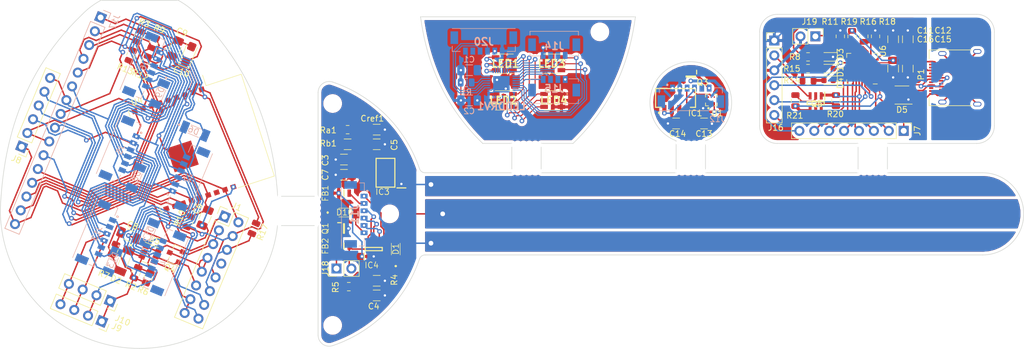
<source format=kicad_pcb>
(kicad_pcb (version 20171130) (host pcbnew 5.1.6)
  (layers (0 F.Cu signal) (31 B.Cu signal) (34 B.Paste user) (35 F.Paste user) (36 B.SilkS user) (37 F.SilkS user) (38 B.Mask user) (39 F.Mask user) (44 Edge.Cuts user))
  (net 0 "")
  (net 1 GND)
  (net 2 "Net-(C1-Pad1)")
  (net 3 +3V3)
  (net 4 "Net-(C4-Pad1)")
  (net 5 "Net-(C5-Pad1)")
  (net 6 /esp8266/ESP_RST)
  (net 7 /esp8266/ESP_EN)
  (net 8 "Net-(Cref1-Pad1)")
  (net 9 "Net-(D3-Pad2)")
  (net 10 "Net-(D4-Pad2)")
  (net 11 /ALL_EN)
  (net 12 "Net-(D6-Pad1)")
  (net 13 "Net-(D8-Pad1)")
  (net 14 "Net-(D9-Pad1)")
  (net 15 "Net-(D10-Pad1)")
  (net 16 "Net-(FB2-Pad1)")
  (net 17 "Net-(IC3-Pad7)")
  (net 18 "Net-(IC4-Pad3)")
  (net 19 /SDA)
  (net 20 /SCL)
  (net 21 /HOST_WAKE)
  (net 22 /esp8266/GPIO15)
  (net 23 /esp8266/GPIO13)
  (net 24 /esp8266/GPIO12)
  (net 25 /esp8266/GPIO5)
  (net 26 /esp8266/GPIO0)
  (net 27 /esp8266/USB_TXD)
  (net 28 /esp8266/USB_RXD)
  (net 29 "Net-(J11-PadMP1)")
  (net 30 "Net-(J11-PadMP2)")
  (net 31 "Net-(J12-PadMP2)")
  (net 32 "Net-(J12-PadMP1)")
  (net 33 /leds/LED_6_B)
  (net 34 /leds/LED_6_G)
  (net 35 /leds/LED_6_R)
  (net 36 /leds/LED_5_B)
  (net 37 /leds/LED_5_G)
  (net 38 /leds/LED_5_R)
  (net 39 /leds/LED_4_B)
  (net 40 /leds/LED_4_G)
  (net 41 /leds/LED_4_R)
  (net 42 /leds/LED_3_B)
  (net 43 /leds/LED_3_G)
  (net 44 /leds/LED_3_R)
  (net 45 /leds/LED_2_B)
  (net 46 /leds/LED_2_G)
  (net 47 /leds/LED_2_R)
  (net 48 /leds/LED_1_B)
  (net 49 /leds/LED_1_G)
  (net 50 /leds/LED_1_R)
  (net 51 "Net-(J14-Pad5)")
  (net 52 "Net-(LEDDRV1-Pad19)")
  (net 53 "Net-(LEDDRV1-Pad20)")
  (net 54 "Net-(LEDDRV1-Pad21)")
  (net 55 "Net-(LEDDRV1-Pad22)")
  (net 56 "Net-(LEDDRV1-Pad23)")
  (net 57 "Net-(LEDDRV1-Pad24)")
  (net 58 "Net-(LEDDRV1-Pad31)")
  (net 59 "Net-(P1-PadS1)")
  (net 60 "Net-(P1-PadA5)")
  (net 61 "Net-(P1-PadB5)")
  (net 62 "Net-(U1-PadC2)")
  (net 63 "Net-(U4-Pad16)")
  (net 64 VDD)
  (net 65 /moisture_sensor/VA)
  (net 66 /moisture_sensor/GNDA)
  (net 67 "Net-(C11-Pad1)")
  (net 68 /env_sensor/GNDA)
  (net 69 "Net-(C15-Pad1)")
  (net 70 /moisture_sensor/Sensor_Inside)
  (net 71 "Net-(D2-Pad1)")
  (net 72 /usb_serial/USB_TXT)
  (net 73 /usb_serial/D+)
  (net 74 /usb_serial/D-)
  (net 75 /moisture_sensor/ALL_EN)
  (net 76 /usb_serial/USB_RXT)
  (net 77 "Net-(D11-Pad2)")
  (net 78 /env_sensor/SCL)
  (net 79 /env_sensor/SDA)
  (net 80 /moisture_sensor/HOST_WAKE)
  (net 81 /moisture_sensor/SCL)
  (net 82 /moisture_sensor/SDA)
  (net 83 "Net-(J1-Pad11)")
  (net 84 "Net-(J1-Pad12)")
  (net 85 "Net-(J1-Pad13)")
  (net 86 /usb_serial/USB_CTS)
  (net 87 /usb_serial/USB_RTS)
  (net 88 /usb_serial/USB_DSR)
  (net 89 /usb_serial/USB_DTR)
  (net 90 /usb_serial/USB_GPIO.6)
  (net 91 /usb_serial/USB_GPIO.5)
  (net 92 /usb_serial/USB_GPIO.4)
  (net 93 /usb_serial/USB_WAKEUP)
  (net 94 /env_sensor/ALL_EN)
  (net 95 /usb_serial/ESP_RST)
  (net 96 /usb_serial/USB_RXD)
  (net 97 /usb_serial/USB_TXD)
  (net 98 /usb_serial/GPIO0)
  (net 99 "Net-(Q5-Pad5)")
  (net 100 "Net-(Q5-Pad2)")
  (net 101 "Net-(R11-Pad1)")
  (net 102 "Net-(R16-Pad1)")
  (net 103 "Net-(R19-Pad2)")
  (net 104 "Net-(U6-Pad1)")
  (net 105 "Net-(U6-Pad2)")
  (net 106 "Net-(U6-Pad10)")
  (net 107 "Net-(U6-Pad12)")
  (net 108 "Net-(U6-Pad13)")
  (net 109 "Net-(U6-Pad14)")
  (net 110 "Net-(U6-Pad15)")
  (net 111 /usb_serial/USB_RS485)
  (net 112 /esp8266/WAKE_UP)
  (net 113 "Net-(D12-Pad1)")
  (net 114 "Net-(D13-Pad1)")
  (net 115 /esp8266/GPIO16)
  (net 116 "Net-(J1-Pad7)")
  (net 117 "Net-(J13-PadMP1)")
  (net 118 "Net-(J12-Pad5)")
  (net 119 /leds/SDA)
  (net 120 /leds/SCL)
  (net 121 "Net-(J20-Pad5)")
  (net 122 /leds/ALL_EN)
  (net 123 "Net-(J1-Pad8)")
  (net 124 "Net-(J2-PadMP1)")
  (net 125 "Net-(J2-PadMP2)")
  (net 126 "Net-(J4-PadMP1)")
  (net 127 "Net-(J4-PadMP2)")
  (net 128 "Net-(J5-PadMP2)")
  (net 129 "Net-(J5-PadMP1)")
  (net 130 "Net-(J6-PadMP2)")
  (net 131 "Net-(J6-PadMP1)")
  (net 132 "Net-(J13-PadMP2)")
  (net 133 "Net-(J14-Pad6)")
  (net 134 "Net-(J15-Pad6)")
  (net 135 "Net-(J15-Pad5)")
  (net 136 "Net-(J20-PadMP2)")
  (net 137 "Net-(J20-PadMP1)")
  (module "Parts:Drill Hole" (layer F.Cu) (at 112.4 89)
    (fp_text reference REF** hide)
    (fp_text value "Drill Hole" hide)
    (pad "" np_thru_hole circle (at 0 0) (size 0.6 0.6) (drill 0.6) (layers *.Cu *.Mask))
  )
  (module "Parts:Drill Hole" (layer F.Cu) (at 112.5 90)
    (fp_text reference REF** hide)
    (fp_text value "Drill Hole" hide)
    (pad "" np_thru_hole circle (at 0 0) (size 0.6 0.6) (drill 0.6) (layers *.Cu *.Mask))
  )
  (module "Parts:Drill Hole" (layer F.Cu) (at 112.6 91)
    (fp_text reference REF** hide)
    (fp_text value "Drill Hole" hide)
    (pad "" np_thru_hole circle (at 0 0) (size 0.6 0.6) (drill 0.6) (layers *.Cu *.Mask))
  )
  (module "Parts:Drill Hole" (layer F.Cu) (at 112.6 92)
    (fp_text reference REF** hide)
    (fp_text value "Drill Hole" hide)
    (pad "" np_thru_hole circle (at 0 0) (size 0.6 0.6) (drill 0.6) (layers *.Cu *.Mask))
  )
  (module "Parts:Drill Hole" (layer F.Cu) (at 112.5 93)
    (fp_text reference REF** hide)
    (fp_text value "Drill Hole" hide)
    (pad "" np_thru_hole circle (at 0 0) (size 0.6 0.6) (drill 0.6) (layers *.Cu *.Mask))
  )
  (module "Parts:Drill Hole" (layer F.Cu) (at 112.4 94)
    (fp_text reference REF** hide)
    (fp_text value "Drill Hole" hide)
    (pad "" np_thru_hole circle (at 0 0) (size 0.6 0.6) (drill 0.6) (layers *.Cu *.Mask))
  )
  (module "Parts:Drill Hole" (layer F.Cu) (at 118.7 94)
    (fp_text reference REF** hide)
    (fp_text value "Drill Hole" hide)
    (pad "" np_thru_hole circle (at 0 0) (size 0.6 0.6) (drill 0.6) (layers *.Cu *.Mask))
  )
  (module "Parts:Drill Hole" (layer F.Cu) (at 118.7 93)
    (fp_text reference REF** hide)
    (fp_text value "Drill Hole" hide)
    (pad "" np_thru_hole circle (at 0 0) (size 0.6 0.6) (drill 0.6) (layers *.Cu *.Mask))
  )
  (module "Parts:Drill Hole" (layer F.Cu) (at 118.7 92)
    (fp_text reference REF** hide)
    (fp_text value "Drill Hole" hide)
    (pad "" np_thru_hole circle (at 0 0) (size 0.6 0.6) (drill 0.6) (layers *.Cu *.Mask))
  )
  (module "Parts:Drill Hole" (layer F.Cu) (at 118.7 91)
    (fp_text reference REF** hide)
    (fp_text value "Drill Hole" hide)
    (pad "" np_thru_hole circle (at 0 0) (size 0.6 0.6) (drill 0.6) (layers *.Cu *.Mask))
  )
  (module "Parts:Drill Hole" (layer F.Cu) (at 118.7 90)
    (fp_text reference REF** hide)
    (fp_text value "Drill Hole" hide)
    (pad "" np_thru_hole circle (at 0 0) (size 0.6 0.6) (drill 0.6) (layers *.Cu *.Mask))
  )
  (module "Parts:Drill Hole" (layer F.Cu) (at 118.7 89)
    (fp_text reference REF** hide)
    (fp_text value "Drill Hole" hide)
    (pad "" np_thru_hole circle (at 0 0) (size 0.6 0.6) (drill 0.6) (layers *.Cu *.Mask))
  )
  (module "Parts:Drill Hole" (layer F.Cu) (at 152 80.3)
    (fp_text reference REF** hide)
    (fp_text value "Drill Hole" hide)
    (pad "" np_thru_hole circle (at 0 0) (size 0.6 0.6) (drill 0.6) (layers *.Cu *.Mask))
  )
  (module "Parts:Drill Hole" (layer F.Cu) (at 153 80.3)
    (fp_text reference REF** hide)
    (fp_text value "Drill Hole" hide)
    (pad "" np_thru_hole circle (at 0 0) (size 0.6 0.6) (drill 0.6) (layers *.Cu *.Mask))
  )
  (module "Parts:Drill Hole" (layer F.Cu) (at 154 80.3)
    (fp_text reference REF** hide)
    (fp_text value "Drill Hole" hide)
    (pad "" np_thru_hole circle (at 0 0) (size 0.6 0.6) (drill 0.6) (layers *.Cu *.Mask))
  )
  (module "Parts:Drill Hole" (layer F.Cu) (at 155 80.3)
    (fp_text reference REF** hide)
    (fp_text value "Drill Hole" hide)
    (pad "" np_thru_hole circle (at 0 0) (size 0.6 0.6) (drill 0.6) (layers *.Cu *.Mask))
  )
  (module "Parts:Drill Hole" (layer F.Cu) (at 156 80.3)
    (fp_text reference REF** hide)
    (fp_text value "Drill Hole" hide)
    (pad "" np_thru_hole circle (at 0 0) (size 0.6 0.6) (drill 0.6) (layers *.Cu *.Mask))
  )
  (module "Parts:Drill Hole" (layer F.Cu) (at 157 80.3)
    (fp_text reference REF** hide)
    (fp_text value "Drill Hole" hide)
    (pad "" np_thru_hole circle (at 0 0) (size 0.6 0.6) (drill 0.6) (layers *.Cu *.Mask))
  )
  (module "Parts:Drill Hole" (layer F.Cu) (at 157 84.7)
    (fp_text reference REF** hide)
    (fp_text value "Drill Hole" hide)
    (pad "" np_thru_hole circle (at 0 0) (size 0.6 0.6) (drill 0.6) (layers *.Cu *.Mask))
  )
  (module "Parts:Drill Hole" (layer F.Cu) (at 156 84.7)
    (fp_text reference REF** hide)
    (fp_text value "Drill Hole" hide)
    (pad "" np_thru_hole circle (at 0 0) (size 0.6 0.6) (drill 0.6) (layers *.Cu *.Mask))
  )
  (module "Parts:Drill Hole" (layer F.Cu) (at 155 84.7)
    (fp_text reference REF** hide)
    (fp_text value "Drill Hole" hide)
    (pad "" np_thru_hole circle (at 0 0) (size 0.6 0.6) (drill 0.6) (layers *.Cu *.Mask))
  )
  (module "Parts:Drill Hole" (layer F.Cu) (at 154 84.7)
    (fp_text reference REF** hide)
    (fp_text value "Drill Hole" hide)
    (pad "" np_thru_hole circle (at 0 0) (size 0.6 0.6) (drill 0.6) (layers *.Cu *.Mask))
  )
  (module "Parts:Drill Hole" (layer F.Cu) (at 153 84.7)
    (fp_text reference REF** hide)
    (fp_text value "Drill Hole" hide)
    (pad "" np_thru_hole circle (at 0 0) (size 0.6 0.6) (drill 0.6) (layers *.Cu *.Mask))
  )
  (module "Parts:Drill Hole" (layer F.Cu) (at 152 84.7)
    (fp_text reference REF** hide)
    (fp_text value "Drill Hole" hide)
    (pad "" np_thru_hole circle (at 0 0) (size 0.6 0.6) (drill 0.6) (layers *.Cu *.Mask))
  )
  (module "Parts:Drill Hole" (layer F.Cu) (at 180.2 79.9)
    (fp_text reference REF** hide)
    (fp_text value "Drill Hole" hide)
    (pad "" np_thru_hole circle (at 0 0) (size 0.6 0.6) (drill 0.6) (layers *.Cu *.Mask))
  )
  (module "Parts:Drill Hole" (layer F.Cu) (at 181.1 80.2)
    (fp_text reference REF** hide)
    (fp_text value "Drill Hole" hide)
    (pad "" np_thru_hole circle (at 0 0) (size 0.6 0.6) (drill 0.6) (layers *.Cu *.Mask))
  )
  (module "Parts:Drill Hole" (layer F.Cu) (at 182.1 80.3)
    (fp_text reference REF** hide)
    (fp_text value "Drill Hole" hide)
    (pad "" np_thru_hole circle (at 0 0) (size 0.6 0.6) (drill 0.6) (layers *.Cu *.Mask))
  )
  (module "Parts:Drill Hole" (layer F.Cu) (at 183.1 80.3)
    (fp_text reference REF** hide)
    (fp_text value "Drill Hole" hide)
    (pad "" np_thru_hole circle (at 0 0) (size 0.6 0.6) (drill 0.6) (layers *.Cu *.Mask))
  )
  (module "Parts:Drill Hole" (layer F.Cu) (at 184.1 80.2)
    (fp_text reference REF** hide)
    (fp_text value "Drill Hole" hide)
    (pad "" np_thru_hole circle (at 0 0) (size 0.6 0.6) (drill 0.6) (layers *.Cu *.Mask))
  )
  (module "Parts:Drill Hole" (layer F.Cu) (at 185 79.9)
    (fp_text reference REF** hide)
    (fp_text value "Drill Hole" hide)
    (pad "" np_thru_hole circle (at 0 0) (size 0.6 0.6) (drill 0.6) (layers *.Cu *.Mask))
  )
  (module "Parts:Drill Hole" (layer F.Cu) (at 185 84.7)
    (fp_text reference REF** hide)
    (fp_text value "Drill Hole" hide)
    (pad "" np_thru_hole circle (at 0 0) (size 0.6 0.6) (drill 0.6) (layers *.Cu *.Mask))
  )
  (module "Parts:Drill Hole" (layer F.Cu) (at 184 84.7)
    (fp_text reference REF** hide)
    (fp_text value "Drill Hole" hide)
    (pad "" np_thru_hole circle (at 0 0) (size 0.6 0.6) (drill 0.6) (layers *.Cu *.Mask))
  )
  (module "Parts:Drill Hole" (layer F.Cu) (at 183 84.7)
    (fp_text reference REF** hide)
    (fp_text value "Drill Hole" hide)
    (pad "" np_thru_hole circle (at 0 0) (size 0.6 0.6) (drill 0.6) (layers *.Cu *.Mask))
  )
  (module "Parts:Drill Hole" (layer F.Cu) (at 182 84.7)
    (fp_text reference REF** hide)
    (fp_text value "Drill Hole" hide)
    (pad "" np_thru_hole circle (at 0 0) (size 0.6 0.6) (drill 0.6) (layers *.Cu *.Mask))
  )
  (module "Parts:Drill Hole" (layer F.Cu) (at 181 84.7)
    (fp_text reference REF** hide)
    (fp_text value "Drill Hole" hide)
    (pad "" np_thru_hole circle (at 0 0) (size 0.6 0.6) (drill 0.6) (layers *.Cu *.Mask))
  )
  (module "Parts:Drill Hole" (layer F.Cu) (at 180 84.7)
    (fp_text reference REF** hide)
    (fp_text value "Drill Hole" hide)
    (pad "" np_thru_hole circle (at 0 0) (size 0.6 0.6) (drill 0.6) (layers *.Cu *.Mask))
  )
  (module "Parts:Drill Hole" (layer F.Cu) (at 216 80.3)
    (fp_text reference REF** hide)
    (fp_text value "Drill Hole" hide)
    (pad "" np_thru_hole circle (at 0 0) (size 0.6 0.6) (drill 0.6) (layers *.Cu *.Mask))
  )
  (module "Parts:Drill Hole" (layer F.Cu) (at 215 80.3)
    (fp_text reference REF** hide)
    (fp_text value "Drill Hole" hide)
    (pad "" np_thru_hole circle (at 0 0) (size 0.6 0.6) (drill 0.6) (layers *.Cu *.Mask))
  )
  (module "Parts:Drill Hole" (layer F.Cu) (at 214 80.3)
    (fp_text reference REF** hide)
    (fp_text value "Drill Hole" hide)
    (pad "" np_thru_hole circle (at 0 0) (size 0.6 0.6) (drill 0.6) (layers *.Cu *.Mask))
  )
  (module "Parts:Drill Hole" (layer F.Cu) (at 213 80.3)
    (fp_text reference REF** hide)
    (fp_text value "Drill Hole" hide)
    (pad "" np_thru_hole circle (at 0 0) (size 0.6 0.6) (drill 0.6) (layers *.Cu *.Mask))
  )
  (module "Parts:Drill Hole" (layer F.Cu) (at 212 80.3)
    (fp_text reference REF** hide)
    (fp_text value "Drill Hole" hide)
    (pad "" np_thru_hole circle (at 0 0) (size 0.6 0.6) (drill 0.6) (layers *.Cu *.Mask))
  )
  (module "Parts:Drill Hole" (layer F.Cu) (at 211 80.3)
    (fp_text reference REF** hide)
    (fp_text value "Drill Hole" hide)
    (pad "" np_thru_hole circle (at 0 0) (size 0.6 0.6) (drill 0.6) (layers *.Cu *.Mask))
  )
  (module "Parts:Drill Hole" (layer F.Cu) (at 216 84.7)
    (fp_text reference REF** hide)
    (fp_text value "Drill Hole" hide)
    (pad "" np_thru_hole circle (at 0 0) (size 0.6 0.6) (drill 0.6) (layers *.Cu *.Mask))
  )
  (module "Parts:Drill Hole" (layer F.Cu) (at 215 84.7)
    (fp_text reference REF** hide)
    (fp_text value "Drill Hole" hide)
    (pad "" np_thru_hole circle (at 0 0) (size 0.6 0.6) (drill 0.6) (layers *.Cu *.Mask))
  )
  (module "Parts:Drill Hole" (layer F.Cu) (at 214 84.7)
    (fp_text reference REF** hide)
    (fp_text value "Drill Hole" hide)
    (pad "" np_thru_hole circle (at 0 0) (size 0.6 0.6) (drill 0.6) (layers *.Cu *.Mask))
  )
  (module "Parts:Drill Hole" (layer F.Cu) (at 213 84.7)
    (fp_text reference REF** hide)
    (fp_text value "Drill Hole" hide)
    (pad "" np_thru_hole circle (at 0 0) (size 0.6 0.6) (drill 0.6) (layers *.Cu *.Mask))
  )
  (module "Parts:Drill Hole" (layer F.Cu) (at 212 84.7)
    (fp_text reference REF** hide)
    (fp_text value "Drill Hole" hide)
    (pad "" np_thru_hole circle (at 0 0) (size 0.6 0.6) (drill 0.6) (layers *.Cu *.Mask))
  )
  (module "Parts:Drill Hole" (layer F.Cu) (at 211 84.7)
    (fp_text reference REF** hide)
    (fp_text value "Drill Hole" hide)
    (pad "" np_thru_hole circle (at 0 0) (size 0.6 0.6) (drill 0.6) (layers *.Cu *.Mask))
  )
  (module Connector_PinHeader_2.54mm:PinHeader_1x08_P2.54mm_Vertical (layer F.Cu) (at 218.775 77.855 270)
    (fp_text reference J7 (at 0 -2.33 90) (layer F.SilkS))
    (fp_text value Conn_01x08)
    (pad 8 thru_hole oval (at 0 17.78 270) (size 1.7 1.7) (drill 1) (layers *.Cu *.Mask) (net 93 /usb_serial/USB_WAKEUP))
    (pad 7 thru_hole oval (at 0 15.24 270) (size 1.7 1.7) (drill 1) (layers *.Cu *.Mask) (net 90 /usb_serial/USB_GPIO.6))
    (pad 6 thru_hole oval (at 0 12.7 270) (size 1.7 1.7) (drill 1) (layers *.Cu *.Mask) (net 91 /usb_serial/USB_GPIO.5))
    (pad 5 thru_hole oval (at 0 10.16 270) (size 1.7 1.7) (drill 1) (layers *.Cu *.Mask) (net 92 /usb_serial/USB_GPIO.4))
    (pad 4 thru_hole oval (at 0 7.62 270) (size 1.7 1.7) (drill 1) (layers *.Cu *.Mask) (net 86 /usb_serial/USB_CTS))
    (pad 3 thru_hole oval (at 0 5.08 270) (size 1.7 1.7) (drill 1) (layers *.Cu *.Mask) (net 87 /usb_serial/USB_RTS))
    (pad 2 thru_hole oval (at 0 2.54 270) (size 1.7 1.7) (drill 1) (layers *.Cu *.Mask) (net 88 /usb_serial/USB_DSR))
    (pad 1 thru_hole rect (at 0 0 270) (size 1.7 1.7) (drill 1) (layers *.Cu *.Mask) (net 89 /usb_serial/USB_DTR))
  )
  (module MountingHole:MountingHole_2.2mm_M2_ISO7380 (layer F.Cu) (at 167.005 60.99 180)
    (fp_text reference REF** hide)
    (fp_text value MountingHole_2.2mm_M2_ISO7380)
    (pad 1 np_thru_hole circle (at 0 0 180) (size 2.2 2.2) (drill 2.2) (layers *.Cu *.Mask))
  )
  (module Parts:Ferrite_Bead_0805_BLM21 (layer F.Cu) (at 123.4 88.474375 180)
    (fp_text reference FB1 (at 3.175 -0.025625 270) (layer F.SilkS) (effects (font (thickness 0.127))))
    (fp_text value BLM21AG601SZ1D hide)
    (pad 2 smd rect (at 0.9 0 180) (size 0.6 1.25) (layers F.Cu F.Paste F.Mask) (net 65 /moisture_sensor/VA))
    (pad 1 smd rect (at -0.9 0 180) (size 0.6 1.25) (layers F.Cu F.Paste F.Mask) (net 64 VDD))
  )
  (module MountingHole:MountingHole_2.2mm_M2_ISO7380 (layer F.Cu) (at 121.475 73.2 90)
    (fp_text reference REF** hide)
    (fp_text value MountingHole_2.2mm_M2_ISO7380)
    (pad 1 np_thru_hole circle (at 0 0 90) (size 2.2 2.2) (drill 2.2) (layers *.Cu *.Mask))
  )
  (module MountingHole:MountingHole_2.2mm_M2_ISO7380 (layer F.Cu) (at 131.195 92 90)
    (fp_text reference REF** hide)
    (fp_text value MountingHole_2.2mm_M2_ISO7380)
    (pad 1 np_thru_hole circle (at 0 0 90) (size 2.2 2.2) (drill 2.2) (layers *.Cu *.Mask))
  )
  (module MountingHole:MountingHole_2.2mm_M2_ISO7380 (layer F.Cu) (at 121.475 111 90)
    (fp_text reference REF** hide)
    (fp_text value MountingHole_2.2mm_M2_ISO7380)
    (pad 1 np_thru_hole circle (at 0 0 90) (size 2.2 2.2) (drill 2.2) (layers *.Cu *.Mask))
  )
  (module Resistor_SMD:R_0805_2012Metric (layer F.Cu) (at 96.963979 93.345389 67.5)
    (fp_text reference R10 (at 0 -1.65 67.5) (layer F.SilkS))
    (fp_text value 10K)
    (pad 1 smd roundrect (at -0.9375 0 67.5) (size 0.975 1.4) (layers F.Cu F.Paste F.Mask) (net 3 +3V3))
    (pad 2 smd roundrect (at 0.9375 0 67.5) (size 0.975 1.4) (layers F.Cu F.Paste F.Mask) (net 6 /esp8266/ESP_RST))
  )
  (module Capacitor_SMD:C_1206_3216Metric (layer F.Cu) (at 99.739463 92.654967 67.5)
    (fp_text reference C6 (at 0.95 -1.75 67.5) (layer F.SilkS))
    (fp_text value 0.1μF)
    (pad 2 smd roundrect (at 1.4 0 67.5) (size 1.25 1.75) (layers F.Cu F.Paste F.Mask) (roundrect_rratio 0.2) (net 6 /esp8266/ESP_RST))
    (pad 1 smd roundrect (at -1.4 0 67.5) (size 1.25 1.75) (layers F.Cu F.Paste F.Mask) (roundrect_rratio 0.2) (net 1 GND))
  )
  (module Parts:Molex_Conn_SMD_01x06_505567_0671 (layer B.Cu) (at 96.87905 85.841704 67.5)
    (fp_text reference J2 (at 0 0 67.5) (layer B.SilkS) (effects (font (thickness 0.127)) (justify mirror)))
    (fp_text value MB_I2C hide)
    (pad MP2 smd rect (at 5.025 0.695 67.5) (size 1.3 2.15) (layers B.Cu B.Paste B.Mask) (net 125 "Net-(J2-PadMP2)"))
    (pad MP1 smd rect (at -5.025 0.695 67.5) (size 1.3 2.15) (layers B.Cu B.Paste B.Mask) (net 124 "Net-(J2-PadMP1)"))
    (pad 6 smd rect (at 3.125 -1.6 67.5) (size 0.8 1.2) (layers B.Cu B.Paste B.Mask) (net 12 "Net-(D6-Pad1)"))
    (pad 5 smd rect (at 1.875 -1.6 67.5) (size 0.8 1.2) (layers B.Cu B.Paste B.Mask) (net 21 /HOST_WAKE))
    (pad 4 smd rect (at 0.625 -1.6 67.5) (size 0.8 1.2) (layers B.Cu B.Paste B.Mask) (net 20 /SCL))
    (pad 3 smd rect (at -0.625 -1.6 67.5) (size 0.8 1.2) (layers B.Cu B.Paste B.Mask) (net 19 /SDA))
    (pad 2 smd rect (at -1.875 -1.6 67.5) (size 0.8 1.2) (layers B.Cu B.Paste B.Mask) (net 64 VDD))
    (pad 1 smd rect (at -3.125 -1.6 67.5) (size 0.8 1.2) (layers B.Cu B.Paste B.Mask) (net 1 GND))
  )
  (module Parts:MELF_SOD_80_3_BZT55B13GS08 (layer B.Cu) (at 83.928129 100.122675 247.5)
    (fp_text reference D13 (at -0.25 0 67.5) (layer B.SilkS) (effects (font (thickness 0.127)) (justify mirror)))
    (fp_text value LS4148 hide)
    (pad 2 smd rect (at 1.875 0 247.5) (size 1.25 2) (layers B.Cu B.Paste B.Mask) (net 11 /ALL_EN))
    (pad 1 smd rect (at -1.875 0 247.5) (size 1.25 2) (layers B.Cu B.Paste B.Mask) (net 114 "Net-(D13-Pad1)"))
  )
  (module Parts:Molex_Conn_SMD_01x06_505567_0671 (layer B.Cu) (at 81.302764 95.35508 247.5)
    (fp_text reference J13 (at 0 0 67.5) (layer B.SilkS) (effects (font (thickness 0.127)) (justify mirror)))
    (fp_text value MB_I2C hide)
    (pad MP2 smd rect (at 5.025 0.695 247.5) (size 1.3 2.15) (layers B.Cu B.Paste B.Mask) (net 132 "Net-(J13-PadMP2)"))
    (pad MP1 smd rect (at -5.025 0.695 247.5) (size 1.3 2.15) (layers B.Cu B.Paste B.Mask) (net 117 "Net-(J13-PadMP1)"))
    (pad 6 smd rect (at 3.125 -1.6 247.5) (size 0.8 1.2) (layers B.Cu B.Paste B.Mask) (net 114 "Net-(D13-Pad1)"))
    (pad 5 smd rect (at 1.875 -1.6 247.5) (size 0.8 1.2) (layers B.Cu B.Paste B.Mask) (net 21 /HOST_WAKE))
    (pad 4 smd rect (at 0.625 -1.6 247.5) (size 0.8 1.2) (layers B.Cu B.Paste B.Mask) (net 20 /SCL))
    (pad 3 smd rect (at -0.625 -1.6 247.5) (size 0.8 1.2) (layers B.Cu B.Paste B.Mask) (net 19 /SDA))
    (pad 2 smd rect (at -1.875 -1.6 247.5) (size 0.8 1.2) (layers B.Cu B.Paste B.Mask) (net 64 VDD))
    (pad 1 smd rect (at -3.125 -1.6 247.5) (size 0.8 1.2) (layers B.Cu B.Paste B.Mask) (net 1 GND))
  )
  (module Connector_PinHeader_2.54mm:PinHeader_1x16_P2.54mm_Vertical (layer B.Cu) (at 81.937298 58.54598 157.5)
    (fp_text reference J17 (at -2.5 0.25 247.5) (layer B.SilkS) (effects (justify mirror)))
    (fp_text value GPIO)
    (pad 1 thru_hole rect (at 0 0 157.5) (size 1.7 1.7) (drill 1) (layers *.Cu *.Mask) (net 1 GND))
    (pad 2 thru_hole oval (at 0 -2.54 157.5) (size 1.7 1.7) (drill 1) (layers *.Cu *.Mask) (net 64 VDD))
    (pad 3 thru_hole oval (at 0 -5.08 157.5) (size 1.7 1.7) (drill 1) (layers *.Cu *.Mask) (net 19 /SDA))
    (pad 4 thru_hole oval (at 0 -7.62 157.5) (size 1.7 1.7) (drill 1) (layers *.Cu *.Mask) (net 20 /SCL))
    (pad 5 thru_hole oval (at 0 -10.16 157.5) (size 1.7 1.7) (drill 1) (layers *.Cu *.Mask) (net 3 +3V3))
    (pad 6 thru_hole oval (at 0 -12.7 157.5) (size 1.7 1.7) (drill 1) (layers *.Cu *.Mask) (net 11 /ALL_EN))
    (pad 7 thru_hole oval (at 0 -15.24 157.5) (size 1.7 1.7) (drill 1) (layers *.Cu *.Mask) (net 6 /esp8266/ESP_RST))
    (pad 8 thru_hole oval (at 0 -17.78 157.5) (size 1.7 1.7) (drill 1) (layers *.Cu *.Mask) (net 7 /esp8266/ESP_EN))
    (pad 9 thru_hole oval (at 0 -20.32 157.5) (size 1.7 1.7) (drill 1) (layers *.Cu *.Mask) (net 112 /esp8266/WAKE_UP))
    (pad 10 thru_hole oval (at 0 -22.86 157.5) (size 1.7 1.7) (drill 1) (layers *.Cu *.Mask) (net 26 /esp8266/GPIO0))
    (pad 11 thru_hole oval (at 0 -25.4 157.5) (size 1.7 1.7) (drill 1) (layers *.Cu *.Mask) (net 25 /esp8266/GPIO5))
    (pad 12 thru_hole oval (at 0 -27.94 157.5) (size 1.7 1.7) (drill 1) (layers *.Cu *.Mask) (net 22 /esp8266/GPIO15))
    (pad 13 thru_hole oval (at 0 -30.48 157.5) (size 1.7 1.7) (drill 1) (layers *.Cu *.Mask) (net 23 /esp8266/GPIO13))
    (pad 14 thru_hole oval (at 0 -33.02 157.5) (size 1.7 1.7) (drill 1) (layers *.Cu *.Mask) (net 24 /esp8266/GPIO12))
    (pad 15 thru_hole oval (at 0 -35.56 157.5) (size 1.7 1.7) (drill 1) (layers *.Cu *.Mask) (net 115 /esp8266/GPIO16))
    (pad 16 thru_hole oval (at 0 -38.1 157.5) (size 1.7 1.7) (drill 1) (layers *.Cu *.Mask) (net 1 GND))
  )
  (module SamacSys:SOIC127P600X175-8N (layer F.Cu) (at 130.475 85 180)
    (fp_text reference IC3 (at 0.5 -3.25) (layer F.SilkS) (effects (font (thickness 0.127))))
    (fp_text value TLC555CDR hide)
    (pad 8 smd rect (at 2.712 -1.905 270) (size 0.65 1.525) (layers F.Cu F.Paste F.Mask) (net 65 /moisture_sensor/VA))
    (pad 7 smd rect (at 2.712 -0.635 270) (size 0.65 1.525) (layers F.Cu F.Paste F.Mask) (net 17 "Net-(IC3-Pad7)"))
    (pad 6 smd rect (at 2.712 0.635 270) (size 0.65 1.525) (layers F.Cu F.Paste F.Mask) (net 8 "Net-(Cref1-Pad1)"))
    (pad 5 smd rect (at 2.712 1.905 270) (size 0.65 1.525) (layers F.Cu F.Paste F.Mask) (net 5 "Net-(C5-Pad1)"))
    (pad 4 smd rect (at -2.712 1.905 270) (size 0.65 1.525) (layers F.Cu F.Paste F.Mask) (net 65 /moisture_sensor/VA))
    (pad 3 smd rect (at -2.712 0.635 270) (size 0.65 1.525) (layers F.Cu F.Paste F.Mask) (net 70 /moisture_sensor/Sensor_Inside))
    (pad 2 smd rect (at -2.712 -0.635 270) (size 0.65 1.525) (layers F.Cu F.Paste F.Mask) (net 8 "Net-(Cref1-Pad1)"))
    (pad 1 smd rect (at -2.712 -1.905 270) (size 0.65 1.525) (layers F.Cu F.Paste F.Mask) (net 66 /moisture_sensor/GNDA))
  )
  (module Resistor_SMD:R_0805_2012Metric (layer F.Cu) (at 124.225 104.4)
    (fp_text reference R5 (at -2.25 0.1 -90) (layer F.SilkS))
    (fp_text value 22)
    (pad 2 smd roundrect (at 0.9375 0) (size 0.975 1.4) (layers F.Cu F.Paste F.Mask) (net 4 "Net-(C4-Pad1)"))
    (pad 1 smd roundrect (at -0.9375 0) (size 0.975 1.4) (layers F.Cu F.Paste F.Mask) (net 18 "Net-(IC4-Pad3)"))
  )
  (module Resistor_SMD:R_1206_3216Metric (layer F.Cu) (at 128.975 103.4)
    (fp_text reference R4 (at 3 -0.15 270) (layer F.SilkS))
    (fp_text value 1M)
    (pad 2 smd roundrect (at 1.4 0) (size 1.25 1.75) (layers F.Cu F.Paste F.Mask) (roundrect_rratio 0.2) (net 66 /moisture_sensor/GNDA))
    (pad 1 smd roundrect (at -1.4 0) (size 1.25 1.75) (layers F.Cu F.Paste F.Mask) (roundrect_rratio 0.2) (net 4 "Net-(C4-Pad1)"))
  )
  (module Parts:SOT95P275X110-6N (layer F.Cu) (at 203.775 73.15 270)
    (fp_text reference Q5 (at 0.105 -0.2 180) (layer F.SilkS))
    (fp_text value BC817DS,115 hide)
    (pad 6 smd rect (at 1.25 -0.95) (size 0.5 1.25) (layers F.Cu F.Paste F.Mask) (net 95 /usb_serial/ESP_RST))
    (pad 5 smd rect (at 1.25 0) (size 0.5 1.25) (layers F.Cu F.Paste F.Mask) (net 99 "Net-(Q5-Pad5)"))
    (pad 4 smd rect (at 1.25 0.95) (size 0.5 1.25) (layers F.Cu F.Paste F.Mask) (net 89 /usb_serial/USB_DTR))
    (pad 3 smd rect (at -1.25 0.95) (size 0.5 1.25) (layers F.Cu F.Paste F.Mask) (net 98 /usb_serial/GPIO0))
    (pad 2 smd rect (at -1.25 0) (size 0.5 1.25) (layers F.Cu F.Paste F.Mask) (net 100 "Net-(Q5-Pad2)"))
    (pad 1 smd rect (at -1.25 -0.95) (size 0.5 1.25) (layers F.Cu F.Paste F.Mask) (net 87 /usb_serial/USB_RTS))
  )
  (module Parts:DTC113ZEBTL (layer F.Cu) (at 182.5 68.6 270)
    (fp_text reference Q3 (at 1 -2 180) (layer F.SilkS))
    (fp_text value DTC113Z hide)
    (pad 3 smd rect (at 0.75 0) (size 0.48 0.64) (layers F.Cu F.Paste F.Mask) (net 68 /env_sensor/GNDA))
    (pad 2 smd rect (at -0.75 0.5) (size 0.48 0.64) (layers F.Cu F.Paste F.Mask) (net 1 GND))
    (pad 1 smd rect (at -0.75 -0.5) (size 0.48 0.64) (layers F.Cu F.Paste F.Mask) (net 94 /env_sensor/ALL_EN))
  )
  (module Parts:DTC113ZEBTL (layer F.Cu) (at 123.4 94.495625)
    (fp_text reference Q1 (at -3.175 0.004375 -90) (layer F.SilkS) (effects (font (thickness 0.127))))
    (fp_text value DTC113Z hide)
    (pad 1 smd rect (at -0.75 -0.5 90) (size 0.48 0.64) (layers F.Cu F.Paste F.Mask) (net 15 "Net-(D10-Pad1)"))
    (pad 2 smd rect (at -0.75 0.5 90) (size 0.48 0.64) (layers F.Cu F.Paste F.Mask) (net 16 "Net-(FB2-Pad1)"))
    (pad 3 smd rect (at 0.75 0 90) (size 0.48 0.64) (layers F.Cu F.Paste F.Mask) (net 66 /moisture_sensor/GNDA))
  )
  (module Connector_PinHeader_2.54mm:PinHeader_1x02_P2.54mm_Vertical (layer F.Cu) (at 203.725 61.755 270)
    (fp_text reference J19 (at -2.5 1 180) (layer F.SilkS))
    (fp_text value Ammeter_Jumper)
    (pad 1 thru_hole rect (at 0 0 270) (size 1.7 1.7) (drill 1) (layers *.Cu *.Mask) (net 69 "Net-(C15-Pad1)"))
    (pad 2 thru_hole oval (at 0 2.54 270) (size 1.7 1.7) (drill 1) (layers *.Cu *.Mask) (net 64 VDD))
  )
  (module Connector_PinHeader_2.54mm:PinHeader_1x06_P2.54mm_Vertical (layer F.Cu) (at 196.725 62.4675)
    (fp_text reference J16 (at 0.25 14.85) (layer F.SilkS))
    (fp_text value Conn_01x06)
    (pad 1 thru_hole rect (at 0 0) (size 1.7 1.7) (drill 1) (layers *.Cu *.Mask) (net 1 GND))
    (pad 2 thru_hole oval (at 0 2.54) (size 1.7 1.7) (drill 1) (layers *.Cu *.Mask) (net 98 /usb_serial/GPIO0))
    (pad 3 thru_hole oval (at 0 5.08) (size 1.7 1.7) (drill 1) (layers *.Cu *.Mask) (net 64 VDD))
    (pad 4 thru_hole oval (at 0 7.62) (size 1.7 1.7) (drill 1) (layers *.Cu *.Mask) (net 97 /usb_serial/USB_TXD))
    (pad 5 thru_hole oval (at 0 10.16) (size 1.7 1.7) (drill 1) (layers *.Cu *.Mask) (net 96 /usb_serial/USB_RXD))
    (pad 6 thru_hole oval (at 0 12.7) (size 1.7 1.7) (drill 1) (layers *.Cu *.Mask) (net 95 /usb_serial/ESP_RST))
  )
  (module Parts:Molex_Conn_SMD_01x06_505567_0671 (layer B.Cu) (at 182.5 72.175001)
    (fp_text reference J12 (at 4.5 3.674999 180) (layer B.SilkS) (effects (justify mirror)))
    (fp_text value WEATHER_I2C hide)
    (pad MP2 smd rect (at 5.025 0.695) (size 1.3 2.15) (layers B.Cu B.Paste B.Mask) (net 31 "Net-(J12-PadMP2)"))
    (pad MP1 smd rect (at -5.025 0.695) (size 1.3 2.15) (layers B.Cu B.Paste B.Mask) (net 32 "Net-(J12-PadMP1)"))
    (pad 6 smd rect (at 3.125 -1.6) (size 0.8 1.2) (layers B.Cu B.Paste B.Mask) (net 94 /env_sensor/ALL_EN))
    (pad 5 smd rect (at 1.875 -1.6) (size 0.8 1.2) (layers B.Cu B.Paste B.Mask) (net 118 "Net-(J12-Pad5)"))
    (pad 4 smd rect (at 0.625 -1.6) (size 0.8 1.2) (layers B.Cu B.Paste B.Mask) (net 78 /env_sensor/SCL))
    (pad 3 smd rect (at -0.625 -1.6) (size 0.8 1.2) (layers B.Cu B.Paste B.Mask) (net 79 /env_sensor/SDA))
    (pad 2 smd rect (at -1.875 -1.6) (size 0.8 1.2) (layers B.Cu B.Paste B.Mask) (net 64 VDD))
    (pad 1 smd rect (at -3.125 -1.6) (size 0.8 1.2) (layers B.Cu B.Paste B.Mask) (net 1 GND))
  )
  (module Parts:Molex_Conn_SMD_01x06_505567_0671 (layer B.Cu) (at 125.225 92.1 270)
    (fp_text reference J11 (at 0 0 270) (layer B.SilkS) (effects (font (size 1.27 1.27) (thickness 0.254)) (justify mirror)))
    (fp_text value SOIL_I2C hide)
    (pad MP2 smd rect (at 5.025 0.695 270) (size 1.3 2.15) (layers B.Cu B.Paste B.Mask) (net 30 "Net-(J11-PadMP2)"))
    (pad MP1 smd rect (at -5.025 0.695 270) (size 1.3 2.15) (layers B.Cu B.Paste B.Mask) (net 29 "Net-(J11-PadMP1)"))
    (pad 6 smd rect (at 3.125 -1.6 270) (size 0.8 1.2) (layers B.Cu B.Paste B.Mask) (net 75 /moisture_sensor/ALL_EN))
    (pad 5 smd rect (at 1.875 -1.6 270) (size 0.8 1.2) (layers B.Cu B.Paste B.Mask) (net 80 /moisture_sensor/HOST_WAKE))
    (pad 4 smd rect (at 0.625 -1.6 270) (size 0.8 1.2) (layers B.Cu B.Paste B.Mask) (net 81 /moisture_sensor/SCL))
    (pad 3 smd rect (at -0.625 -1.6 270) (size 0.8 1.2) (layers B.Cu B.Paste B.Mask) (net 82 /moisture_sensor/SDA))
    (pad 2 smd rect (at -1.875 -1.6 270) (size 0.8 1.2) (layers B.Cu B.Paste B.Mask) (net 64 VDD))
    (pad 1 smd rect (at -3.125 -1.6 270) (size 0.8 1.2) (layers B.Cu B.Paste B.Mask) (net 1 GND))
  )
  (module Connector_PinSocket_2.54mm:PinSocket_1x04_P2.54mm_Vertical (layer F.Cu) (at 83.576818 106.850348 247.5)
    (fp_text reference J10 (at 2.25 -3.25 337.5) (layer F.SilkS))
    (fp_text value "I2C HOST")
    (pad 1 thru_hole rect (at 0 0 247.5) (size 1.7 1.7) (drill 1) (layers *.Cu *.Mask) (net 1 GND))
    (pad 2 thru_hole oval (at 0 2.54 247.5) (size 1.7 1.7) (drill 1) (layers *.Cu *.Mask) (net 64 VDD))
    (pad 3 thru_hole oval (at 0 5.08 247.5) (size 1.7 1.7) (drill 1) (layers *.Cu *.Mask) (net 20 /SCL))
    (pad 4 thru_hole oval (at 0 7.62 247.5) (size 1.7 1.7) (drill 1) (layers *.Cu *.Mask) (net 19 /SDA))
  )
  (module Connector_PinSocket_2.54mm:PinSocket_1x04_P2.54mm_Vertical (layer F.Cu) (at 82.141755 110.314896 247.5)
    (fp_text reference J9 (at 0 -2.75 337.5) (layer F.SilkS))
    (fp_text value "I2C SCREEN")
    (pad 4 thru_hole oval (at 0 7.62 247.5) (size 1.7 1.7) (drill 1) (layers *.Cu *.Mask) (net 19 /SDA))
    (pad 3 thru_hole oval (at 0 5.08 247.5) (size 1.7 1.7) (drill 1) (layers *.Cu *.Mask) (net 20 /SCL))
    (pad 2 thru_hole oval (at 0 2.54 247.5) (size 1.7 1.7) (drill 1) (layers *.Cu *.Mask) (net 64 VDD))
    (pad 1 thru_hole rect (at 0 0 247.5) (size 1.7 1.7) (drill 1) (layers *.Cu *.Mask) (net 1 GND))
  )
  (module Parts:Molex_Conn_SMD_01x06_505567_0671 (layer B.Cu) (at 89.358347 66.761242 247.5)
    (fp_text reference J6 (at 0 0 67.5) (layer B.SilkS) (effects (font (thickness 0.127)) (justify mirror)))
    (fp_text value MB_I2C hide)
    (pad 1 smd rect (at -3.125 -1.6 247.5) (size 0.8 1.2) (layers B.Cu B.Paste B.Mask) (net 1 GND))
    (pad 2 smd rect (at -1.875 -1.6 247.5) (size 0.8 1.2) (layers B.Cu B.Paste B.Mask) (net 64 VDD))
    (pad 3 smd rect (at -0.625 -1.6 247.5) (size 0.8 1.2) (layers B.Cu B.Paste B.Mask) (net 19 /SDA))
    (pad 4 smd rect (at 0.625 -1.6 247.5) (size 0.8 1.2) (layers B.Cu B.Paste B.Mask) (net 20 /SCL))
    (pad 5 smd rect (at 1.875 -1.6 247.5) (size 0.8 1.2) (layers B.Cu B.Paste B.Mask) (net 21 /HOST_WAKE))
    (pad 6 smd rect (at 3.125 -1.6 247.5) (size 0.8 1.2) (layers B.Cu B.Paste B.Mask) (net 14 "Net-(D9-Pad1)"))
    (pad MP1 smd rect (at -5.025 0.695 247.5) (size 1.3 2.15) (layers B.Cu B.Paste B.Mask) (net 131 "Net-(J6-PadMP1)"))
    (pad MP2 smd rect (at 5.025 0.695 247.5) (size 1.3 2.15) (layers B.Cu B.Paste B.Mask) (net 130 "Net-(J6-PadMP2)"))
  )
  (module SamacSys:QFN40P400X400X100-33N-D (layer B.Cu) (at 150.225 69.92 270)
    (fp_text reference LEDDRV1 (at 3.75 0 180) (layer B.SilkS) (effects (font (size 1.27 1.27) (thickness 0.254)) (justify mirror)))
    (fp_text value LP5024RSMR hide)
    (pad 33 smd rect (at 0 0 270) (size 2.8 2.8) (layers B.Cu B.Paste B.Mask) (net 1 GND))
    (pad 32 smd rect (at -1.4 2.15 270) (size 0.2 0.5) (layers B.Cu B.Paste B.Mask) (net 2 "Net-(C1-Pad1)"))
    (pad 31 smd rect (at -1 2.15 270) (size 0.2 0.5) (layers B.Cu B.Paste B.Mask) (net 58 "Net-(LEDDRV1-Pad31)"))
    (pad 30 smd rect (at -0.6 2.15 270) (size 0.2 0.5) (layers B.Cu B.Paste B.Mask) (net 122 /leds/ALL_EN))
    (pad 29 smd rect (at -0.2 2.15 270) (size 0.2 0.5) (layers B.Cu B.Paste B.Mask) (net 120 /leds/SCL))
    (pad 28 smd rect (at 0.2 2.15 270) (size 0.2 0.5) (layers B.Cu B.Paste B.Mask) (net 119 /leds/SDA))
    (pad 27 smd rect (at 0.6 2.15 270) (size 0.2 0.5) (layers B.Cu B.Paste B.Mask) (net 64 VDD))
    (pad 26 smd rect (at 1 2.15 270) (size 0.2 0.5) (layers B.Cu B.Paste B.Mask) (net 1 GND))
    (pad 25 smd rect (at 1.4 2.15 270) (size 0.2 0.5) (layers B.Cu B.Paste B.Mask) (net 1 GND))
    (pad 24 smd rect (at 2.15 1.4 180) (size 0.2 0.5) (layers B.Cu B.Paste B.Mask) (net 57 "Net-(LEDDRV1-Pad24)"))
    (pad 23 smd rect (at 2.15 1 180) (size 0.2 0.5) (layers B.Cu B.Paste B.Mask) (net 56 "Net-(LEDDRV1-Pad23)"))
    (pad 22 smd rect (at 2.15 0.6 180) (size 0.2 0.5) (layers B.Cu B.Paste B.Mask) (net 55 "Net-(LEDDRV1-Pad22)"))
    (pad 21 smd rect (at 2.15 0.2 180) (size 0.2 0.5) (layers B.Cu B.Paste B.Mask) (net 54 "Net-(LEDDRV1-Pad21)"))
    (pad 20 smd rect (at 2.15 -0.2 180) (size 0.2 0.5) (layers B.Cu B.Paste B.Mask) (net 53 "Net-(LEDDRV1-Pad20)"))
    (pad 19 smd rect (at 2.15 -0.6 180) (size 0.2 0.5) (layers B.Cu B.Paste B.Mask) (net 52 "Net-(LEDDRV1-Pad19)"))
    (pad 18 smd rect (at 2.15 -1 180) (size 0.2 0.5) (layers B.Cu B.Paste B.Mask) (net 33 /leds/LED_6_B))
    (pad 17 smd rect (at 2.15 -1.4 180) (size 0.2 0.5) (layers B.Cu B.Paste B.Mask) (net 34 /leds/LED_6_G))
    (pad 16 smd rect (at 1.4 -2.15 270) (size 0.2 0.5) (layers B.Cu B.Paste B.Mask) (net 35 /leds/LED_6_R))
    (pad 15 smd rect (at 1 -2.15 270) (size 0.2 0.5) (layers B.Cu B.Paste B.Mask) (net 36 /leds/LED_5_B))
    (pad 14 smd rect (at 0.6 -2.15 270) (size 0.2 0.5) (layers B.Cu B.Paste B.Mask) (net 37 /leds/LED_5_G))
    (pad 13 smd rect (at 0.2 -2.15 270) (size 0.2 0.5) (layers B.Cu B.Paste B.Mask) (net 38 /leds/LED_5_R))
    (pad 12 smd rect (at -0.2 -2.15 270) (size 0.2 0.5) (layers B.Cu B.Paste B.Mask) (net 39 /leds/LED_4_B))
    (pad 11 smd rect (at -0.6 -2.15 270) (size 0.2 0.5) (layers B.Cu B.Paste B.Mask) (net 40 /leds/LED_4_G))
    (pad 10 smd rect (at -1 -2.15 270) (size 0.2 0.5) (layers B.Cu B.Paste B.Mask) (net 41 /leds/LED_4_R))
    (pad 9 smd rect (at -1.4 -2.15 270) (size 0.2 0.5) (layers B.Cu B.Paste B.Mask) (net 42 /leds/LED_3_B))
    (pad 8 smd rect (at -2.15 -1.4 180) (size 0.2 0.5) (layers B.Cu B.Paste B.Mask) (net 43 /leds/LED_3_G))
    (pad 7 smd rect (at -2.15 -1 180) (size 0.2 0.5) (layers B.Cu B.Paste B.Mask) (net 44 /leds/LED_3_R))
    (pad 6 smd rect (at -2.15 -0.6 180) (size 0.2 0.5) (layers B.Cu B.Paste B.Mask) (net 45 /leds/LED_2_B))
    (pad 5 smd rect (at -2.15 -0.2 180) (size 0.2 0.5) (layers B.Cu B.Paste B.Mask) (net 46 /leds/LED_2_G))
    (pad 4 smd rect (at -2.15 0.2 180) (size 0.2 0.5) (layers B.Cu B.Paste B.Mask) (net 47 /leds/LED_2_R))
    (pad 3 smd rect (at -2.15 0.6 180) (size 0.2 0.5) (layers B.Cu B.Paste B.Mask) (net 48 /leds/LED_1_B))
    (pad 2 smd rect (at -2.15 1 180) (size 0.2 0.5) (layers B.Cu B.Paste B.Mask) (net 49 /leds/LED_1_G))
    (pad 1 smd rect (at -2.15 1.4 180) (size 0.2 0.5) (layers B.Cu B.Paste B.Mask) (net 50 /leds/LED_1_R))
  )
  (module Parts:MELF_SOD_80_3_BZT55B13GS08 (layer B.Cu) (at 91.983711 71.528837 247.5)
    (fp_text reference D9 (at -0.25 0 67.5) (layer B.SilkS) (effects (font (thickness 0.127)) (justify mirror)))
    (fp_text value LS4148 hide)
    (pad 2 smd rect (at 1.875 0 247.5) (size 1.25 2) (layers B.Cu B.Paste B.Mask) (net 11 /ALL_EN))
    (pad 1 smd rect (at -1.875 0 247.5) (size 1.25 2) (layers B.Cu B.Paste B.Mask) (net 14 "Net-(D9-Pad1)"))
  )
  (module SamacSys:KRTBLSLPS132VUVXEQBTBVD8TWTZL1B (layer F.Cu) (at 150.725 66.42 180)
    (fp_text reference LED1 (at -0.188 0) (layer F.SilkS) (effects (font (size 1.27 1.27) (thickness 0.254))))
    (fp_text value KRTBLSLPS1.32-VUVX-EQ+BTBV-D8+TWTZ-L1-B hide)
    (pad A1 smd rect (at -1.475 1.1 270) (size 0.7 1.3) (layers F.Cu F.Paste F.Mask) (net 64 VDD))
    (pad A2 smd rect (at -1.475 0 270) (size 0.7 1.3) (layers F.Cu F.Paste F.Mask) (net 64 VDD))
    (pad A3 smd rect (at -1.475 -1.1 270) (size 0.7 1.3) (layers F.Cu F.Paste F.Mask) (net 64 VDD))
    (pad C1 smd rect (at 1.475 1.1 270) (size 0.7 1.3) (layers F.Cu F.Paste F.Mask) (net 48 /leds/LED_1_B))
    (pad C2 smd rect (at 1.475 0 270) (size 0.7 1.3) (layers F.Cu F.Paste F.Mask) (net 49 /leds/LED_1_G))
    (pad C3 smd rect (at 1.475 -1.1 270) (size 0.7 1.3) (layers F.Cu F.Paste F.Mask) (net 50 /leds/LED_1_R))
  )
  (module SamacSys:KRTBLSLPS132VUVXEQBTBVD8TWTZL1B (layer F.Cu) (at 150.725 72.67)
    (fp_text reference LED2 (at -0.188 0) (layer F.SilkS) (effects (font (size 1.27 1.27) (thickness 0.254))))
    (fp_text value KRTBLSLPS1.32-VUVX-EQ+BTBV-D8+TWTZ-L1-B hide)
    (pad A1 smd rect (at -1.475 1.1 90) (size 0.7 1.3) (layers F.Cu F.Paste F.Mask) (net 64 VDD))
    (pad A2 smd rect (at -1.475 0 90) (size 0.7 1.3) (layers F.Cu F.Paste F.Mask) (net 64 VDD))
    (pad A3 smd rect (at -1.475 -1.1 90) (size 0.7 1.3) (layers F.Cu F.Paste F.Mask) (net 64 VDD))
    (pad C1 smd rect (at 1.475 1.1 90) (size 0.7 1.3) (layers F.Cu F.Paste F.Mask) (net 45 /leds/LED_2_B))
    (pad C2 smd rect (at 1.475 0 90) (size 0.7 1.3) (layers F.Cu F.Paste F.Mask) (net 46 /leds/LED_2_G))
    (pad C3 smd rect (at 1.475 -1.1 90) (size 0.7 1.3) (layers F.Cu F.Paste F.Mask) (net 47 /leds/LED_2_R))
  )
  (module Parts:MELF_SOD_80_3_BZT55B13GS08 (layer F.Cu) (at 123.528 91.7775)
    (fp_text reference D10 (at 0 -0.0275 180) (layer F.SilkS) (effects (font (thickness 0.127))))
    (fp_text value LS4148 hide)
    (pad 2 smd rect (at 1.875 0) (size 1.25 2) (layers F.Cu F.Paste F.Mask) (net 75 /moisture_sensor/ALL_EN))
    (pad 1 smd rect (at -1.875 0) (size 1.25 2) (layers F.Cu F.Paste F.Mask) (net 15 "Net-(D10-Pad1)"))
  )
  (module Capacitor_SMD:C_1206_3216Metric (layer F.Cu) (at 184.75 76.6 180)
    (fp_text reference C13 (at 0 -1.75) (layer F.SilkS))
    (fp_text value 4.7uF)
    (pad 2 smd roundrect (at 1.4 0 180) (size 1.25 1.75) (layers F.Cu F.Paste F.Mask) (roundrect_rratio 0.2) (net 68 /env_sensor/GNDA))
    (pad 1 smd roundrect (at -1.4 0 180) (size 1.25 1.75) (layers F.Cu F.Paste F.Mask) (roundrect_rratio 0.2) (net 64 VDD))
  )
  (module Capacitor_SMD:C_1206_3216Metric (layer F.Cu) (at 216.975 67.250001 90)
    (fp_text reference C16 (at 4.995001 5.5 180) (layer F.SilkS))
    (fp_text value 4.7uF)
    (pad 2 smd roundrect (at 1.4 0 90) (size 1.25 1.75) (layers F.Cu F.Paste F.Mask) (roundrect_rratio 0.2) (net 69 "Net-(C15-Pad1)"))
    (pad 1 smd roundrect (at -1.4 0 90) (size 1.25 1.75) (layers F.Cu F.Paste F.Mask) (roundrect_rratio 0.2) (net 1 GND))
  )
  (module Connector_PinHeader_2.54mm:PinHeader_1x02_P2.54mm_Vertical (layer F.Cu) (at 122.125 101.311875 90)
    (fp_text reference J18 (at 0 -1.9 90) (layer F.SilkS))
    (fp_text value ALWAYS_ON)
    (pad 1 thru_hole rect (at 0 0 90) (size 1.7 1.7) (drill 1) (layers *.Cu *.Mask) (net 16 "Net-(FB2-Pad1)"))
    (pad 2 thru_hole oval (at 0 2.54 90) (size 1.7 1.7) (drill 1) (layers *.Cu *.Mask) (net 1 GND))
  )
  (module Capacitor_SMD:C_1206_3216Metric (layer F.Cu) (at 219.475 67.255 270)
    (fp_text reference C15 (at -5 -6 180) (layer F.SilkS))
    (fp_text value 0.1μF)
    (pad 2 smd roundrect (at 1.4 0 270) (size 1.25 1.75) (layers F.Cu F.Paste F.Mask) (roundrect_rratio 0.2) (net 1 GND))
    (pad 1 smd roundrect (at -1.4 0 270) (size 1.25 1.75) (layers F.Cu F.Paste F.Mask) (roundrect_rratio 0.2) (net 69 "Net-(C15-Pad1)"))
  )
  (module Capacitor_SMD:C_1206_3216Metric (layer F.Cu) (at 123.4 85.34625 180)
    (fp_text reference C7 (at 3.175 0 90) (layer F.SilkS))
    (fp_text value 4.7uF)
    (pad 1 smd roundrect (at -1.4 0 180) (size 1.25 1.75) (layers F.Cu F.Paste F.Mask) (roundrect_rratio 0.2) (net 65 /moisture_sensor/VA))
    (pad 2 smd roundrect (at 1.4 0 180) (size 1.25 1.75) (layers F.Cu F.Paste F.Mask) (roundrect_rratio 0.2) (net 66 /moisture_sensor/GNDA))
  )
  (module Capacitor_SMD:C_1206_3216Metric (layer F.Cu) (at 216.975 62.255 90)
    (fp_text reference C11 (at 1.5 5.5) (layer F.SilkS))
    (fp_text value 0.1μF)
    (pad 2 smd roundrect (at 1.4 0 90) (size 1.25 1.75) (layers F.Cu F.Paste F.Mask) (roundrect_rratio 0.2) (net 1 GND))
    (pad 1 smd roundrect (at -1.4 0 90) (size 1.25 1.75) (layers F.Cu F.Paste F.Mask) (roundrect_rratio 0.2) (net 67 "Net-(C11-Pad1)"))
  )
  (module Capacitor_SMD:C_1206_3216Metric (layer F.Cu) (at 128.975 105.9)
    (fp_text reference C4 (at -0.5 1.85 180) (layer F.SilkS))
    (fp_text value 1μF)
    (pad 2 smd roundrect (at 1.4 0) (size 1.25 1.75) (layers F.Cu F.Paste F.Mask) (roundrect_rratio 0.2) (net 66 /moisture_sensor/GNDA))
    (pad 1 smd roundrect (at -1.4 0) (size 1.25 1.75) (layers F.Cu F.Paste F.Mask) (roundrect_rratio 0.2) (net 4 "Net-(C4-Pad1)"))
  )
  (module SamacSys:KRTBLSLPS132VUVXEQBTBVD8TWTZL1B (layer F.Cu) (at 158.975 66.42)
    (fp_text reference LED3 (at -0.188 0) (layer F.SilkS) (effects (font (size 1.27 1.27) (thickness 0.254))))
    (fp_text value KRTBLSLPS1.32-VUVX-EQ+BTBV-D8+TWTZ-L1-B hide)
    (pad A1 smd rect (at -1.475 1.1 90) (size 0.7 1.3) (layers F.Cu F.Paste F.Mask) (net 64 VDD))
    (pad A2 smd rect (at -1.475 0 90) (size 0.7 1.3) (layers F.Cu F.Paste F.Mask) (net 64 VDD))
    (pad A3 smd rect (at -1.475 -1.1 90) (size 0.7 1.3) (layers F.Cu F.Paste F.Mask) (net 64 VDD))
    (pad C1 smd rect (at 1.475 1.1 90) (size 0.7 1.3) (layers F.Cu F.Paste F.Mask) (net 36 /leds/LED_5_B))
    (pad C2 smd rect (at 1.475 0 90) (size 0.7 1.3) (layers F.Cu F.Paste F.Mask) (net 37 /leds/LED_5_G))
    (pad C3 smd rect (at 1.475 -1.1 90) (size 0.7 1.3) (layers F.Cu F.Paste F.Mask) (net 38 /leds/LED_5_R))
  )
  (module LED_SMD:LED_0603_1608Metric (layer F.Cu) (at 205.975 69.255 180)
    (fp_text reference D4 (at -2 -0.5 90) (layer F.SilkS))
    (fp_text value 150060BS75020)
    (pad 1 smd roundrect (at -0.7875 0 180) (size 0.875 0.95) (layers F.Cu F.Paste F.Mask) (net 72 /usb_serial/USB_TXT))
    (pad 2 smd roundrect (at 0.7875 0 180) (size 0.875 0.95) (layers F.Cu F.Paste F.Mask) (net 10 "Net-(D4-Pad2)"))
  )
  (module LED_SMD:LED_0603_1608Metric (layer F.Cu) (at 205.975 65.255 180)
    (fp_text reference D3 (at -2 0.5 90) (layer F.SilkS))
    (fp_text value 150060AS75000)
    (pad 2 smd roundrect (at 0.7875 0 180) (size 0.875 0.95) (layers F.Cu F.Paste F.Mask) (net 9 "Net-(D3-Pad2)"))
    (pad 1 smd roundrect (at -0.7875 0 180) (size 0.875 0.95) (layers F.Cu F.Paste F.Mask) (net 1 GND))
  )
  (module Capacitor_SMD:C_1206_3216Metric (layer B.Cu) (at 144.725 67.52 180)
    (fp_text reference C1 (at 0 1.82 180) (layer B.SilkS) (effects (justify mirror)))
    (fp_text value 1μF)
    (pad 2 smd roundrect (at 1.4 0 180) (size 1.25 1.75) (layers B.Cu B.Paste B.Mask) (roundrect_rratio 0.2) (net 1 GND))
    (pad 1 smd roundrect (at -1.4 0 180) (size 1.25 1.75) (layers B.Cu B.Paste B.Mask) (roundrect_rratio 0.2) (net 2 "Net-(C1-Pad1)"))
  )
  (module Parts:Molex_Conn_SMD_01x04_505567_0471 (layer B.Cu) (at 159.225 63.42 180)
    (fp_text reference J14 (at 0 0 180) (layer B.SilkS) (effects (font (size 1.27 1.27) (thickness 0.254)) (justify mirror)))
    (fp_text value Ambient_Led_6 hide)
    (pad 1 smd rect (at -1.875 -1.575 180) (size 0.8 1.2) (layers B.Cu B.Paste B.Mask) (net 42 /leds/LED_3_B))
    (pad 2 smd rect (at -0.625 -1.575 180) (size 0.8 1.2) (layers B.Cu B.Paste B.Mask) (net 43 /leds/LED_3_G))
    (pad 3 smd rect (at 0.625 -1.575 180) (size 0.8 1.2) (layers B.Cu B.Paste B.Mask) (net 44 /leds/LED_3_R))
    (pad 4 smd rect (at 1.875 -1.575 180) (size 0.8 1.2) (layers B.Cu B.Paste B.Mask) (net 64 VDD))
    (pad 5 smd rect (at -3.775 0.24 180) (size 1.3 2.15) (layers B.Cu B.Paste B.Mask) (net 51 "Net-(J14-Pad5)"))
    (pad 6 smd rect (at 3.775 0.24 180) (size 1.3 2.15) (layers B.Cu B.Paste B.Mask) (net 133 "Net-(J14-Pad6)"))
  )
  (module Capacitor_SMD:C_1206_3216Metric (layer F.Cu) (at 128.975 80.15)
    (fp_text reference C5 (at 3 0.1 -90) (layer F.SilkS))
    (fp_text value 10nF)
    (pad 2 smd roundrect (at 1.4 0) (size 1.25 1.75) (layers F.Cu F.Paste F.Mask) (roundrect_rratio 0.2) (net 66 /moisture_sensor/GNDA))
    (pad 1 smd roundrect (at -1.4 0) (size 1.25 1.75) (layers F.Cu F.Paste F.Mask) (roundrect_rratio 0.2) (net 5 "Net-(C5-Pad1)"))
  )
  (module LED_SMD:LED_0603_1608Metric (layer F.Cu) (at 205.975 67.255 180)
    (fp_text reference D11 (at -2 0 90) (layer F.SilkS))
    (fp_text value 150060VS75000 hide)
    (pad 1 smd roundrect (at -0.7875 0 180) (size 0.875 0.95) (layers F.Cu F.Paste F.Mask) (net 76 /usb_serial/USB_RXT))
    (pad 2 smd roundrect (at 0.7875 0 180) (size 0.875 0.95) (layers F.Cu F.Paste F.Mask) (net 77 "Net-(D11-Pad2)"))
  )
  (module Capacitor_SMD:C_1206_3216Metric (layer F.Cu) (at 219.475 62.255 270)
    (fp_text reference C12 (at -1.5 -6) (layer F.SilkS))
    (fp_text value 4.7uF)
    (pad 2 smd roundrect (at 1.4 0 270) (size 1.25 1.75) (layers F.Cu F.Paste F.Mask) (roundrect_rratio 0.2) (net 67 "Net-(C11-Pad1)"))
    (pad 1 smd roundrect (at -1.4 0 270) (size 1.25 1.75) (layers F.Cu F.Paste F.Mask) (roundrect_rratio 0.2) (net 1 GND))
  )
  (module Package_DFN_QFN:QFN-28-1EP_5x5mm_P0.5mm_EP3.35x3.35mm (layer F.Cu) (at 211.675 67.255 180)
    (fp_text reference U6 (at -3.55 3 90) (layer F.SilkS))
    (fp_text value CP2102N-A01-GQFN28)
    (pad 29 smd rect (at 0 0 180) (size 3.35 3.35) (layers F.Cu F.Mask) (net 1 GND))
    (pad 28 smd roundrect (at -1.5 -2.45 180) (size 0.25 0.8) (layers F.Cu F.Paste F.Mask) (net 89 /usb_serial/USB_DTR))
    (pad 27 smd roundrect (at -1 -2.45 180) (size 0.25 0.8) (layers F.Cu F.Paste F.Mask) (net 88 /usb_serial/USB_DSR))
    (pad 26 smd roundrect (at -0.5 -2.45 180) (size 0.25 0.8) (layers F.Cu F.Paste F.Mask) (net 97 /usb_serial/USB_TXD))
    (pad 25 smd roundrect (at 0 -2.45 180) (size 0.25 0.8) (layers F.Cu F.Paste F.Mask) (net 96 /usb_serial/USB_RXD))
    (pad 24 smd roundrect (at 0.5 -2.45 180) (size 0.25 0.8) (layers F.Cu F.Paste F.Mask) (net 87 /usb_serial/USB_RTS))
    (pad 23 smd roundrect (at 1 -2.45 180) (size 0.25 0.8) (layers F.Cu F.Paste F.Mask) (net 86 /usb_serial/USB_CTS))
    (pad 22 smd roundrect (at 1.5 -2.45 180) (size 0.25 0.8) (layers F.Cu F.Paste F.Mask) (net 92 /usb_serial/USB_GPIO.4))
    (pad 21 smd roundrect (at 2.45 -1.5 180) (size 0.8 0.25) (layers F.Cu F.Paste F.Mask) (net 91 /usb_serial/USB_GPIO.5))
    (pad 20 smd roundrect (at 2.45 -1 180) (size 0.8 0.25) (layers F.Cu F.Paste F.Mask) (net 90 /usb_serial/USB_GPIO.6))
    (pad 19 smd roundrect (at 2.45 -0.5 180) (size 0.8 0.25) (layers F.Cu F.Paste F.Mask) (net 72 /usb_serial/USB_TXT))
    (pad 18 smd roundrect (at 2.45 0 180) (size 0.8 0.25) (layers F.Cu F.Paste F.Mask) (net 76 /usb_serial/USB_RXT))
    (pad 17 smd roundrect (at 2.45 0.5 180) (size 0.8 0.25) (layers F.Cu F.Paste F.Mask) (net 111 /usb_serial/USB_RS485))
    (pad 16 smd roundrect (at 2.45 1 180) (size 0.8 0.25) (layers F.Cu F.Paste F.Mask) (net 93 /usb_serial/USB_WAKEUP))
    (pad 15 smd roundrect (at 2.45 1.5 180) (size 0.8 0.25) (layers F.Cu F.Paste F.Mask) (net 110 "Net-(U6-Pad15)"))
    (pad 14 smd roundrect (at 1.5 2.45 180) (size 0.25 0.8) (layers F.Cu F.Paste F.Mask) (net 109 "Net-(U6-Pad14)"))
    (pad 13 smd roundrect (at 1 2.45 180) (size 0.25 0.8) (layers F.Cu F.Paste F.Mask) (net 108 "Net-(U6-Pad13)"))
    (pad 12 smd roundrect (at 0.5 2.45 180) (size 0.25 0.8) (layers F.Cu F.Paste F.Mask) (net 107 "Net-(U6-Pad12)"))
    (pad 11 smd roundrect (at 0 2.45 180) (size 0.25 0.8) (layers F.Cu F.Paste F.Mask) (net 101 "Net-(R11-Pad1)"))
    (pad 10 smd roundrect (at -0.5 2.45 180) (size 0.25 0.8) (layers F.Cu F.Paste F.Mask) (net 106 "Net-(U6-Pad10)"))
    (pad 9 smd roundrect (at -1 2.45 180) (size 0.25 0.8) (layers F.Cu F.Paste F.Mask) (net 103 "Net-(R19-Pad2)"))
    (pad 8 smd roundrect (at -1.5 2.45 180) (size 0.25 0.8) (layers F.Cu F.Paste F.Mask) (net 102 "Net-(R16-Pad1)"))
    (pad 7 smd roundrect (at -2.45 1.5 180) (size 0.8 0.25) (layers F.Cu F.Paste F.Mask) (net 67 "Net-(C11-Pad1)"))
    (pad 6 smd roundrect (at -2.45 1 180) (size 0.8 0.25) (layers F.Cu F.Paste F.Mask) (net 69 "Net-(C15-Pad1)"))
    (pad 5 smd roundrect (at -2.45 0.5 180) (size 0.8 0.25) (layers F.Cu F.Paste F.Mask) (net 74 /usb_serial/D-))
    (pad 4 smd roundrect (at -2.45 0 180) (size 0.8 0.25) (layers F.Cu F.Paste F.Mask) (net 73 /usb_serial/D+))
    (pad 3 smd roundrect (at -2.45 -0.5 180) (size 0.8 0.25) (layers F.Cu F.Paste F.Mask) (net 1 GND))
    (pad 2 smd roundrect (at -2.45 -1 180) (size 0.8 0.25) (layers F.Cu F.Paste F.Mask) (net 105 "Net-(U6-Pad2)"))
    (pad 1 smd roundrect (at -2.45 -1.5 180) (size 0.8 0.25) (layers F.Cu F.Paste F.Mask) (net 104 "Net-(U6-Pad1)"))
  )
  (module LocalsLib:BGA6C100X50P2X3_146X146X67 (layer F.Cu) (at 186 72.6 90)
    (fp_text reference U1 (at -2.25 1 180) (layer F.SilkS))
    (fp_text value HDC2010YPAT)
    (pad C2 smd circle (at 0.5 0.5 90) (size 0.26 0.26) (layers F.Cu F.Paste F.Mask) (net 62 "Net-(U1-PadC2)"))
    (pad B2 smd circle (at 0.5 0 90) (size 0.26 0.26) (layers F.Cu F.Paste F.Mask) (net 78 /env_sensor/SCL))
    (pad A2 smd circle (at 0.5 -0.5 90) (size 0.26 0.26) (layers F.Cu F.Paste F.Mask) (net 79 /env_sensor/SDA))
    (pad C1 smd circle (at -0.5 0.5 90) (size 0.26 0.26) (layers F.Cu F.Paste F.Mask) (net 68 /env_sensor/GNDA))
    (pad B1 smd circle (at -0.5 0 90) (size 0.26 0.26) (layers F.Cu F.Paste F.Mask) (net 68 /env_sensor/GNDA))
    (pad A1 smd circle (at -0.5 -0.5 90) (size 0.26 0.26) (layers F.Cu F.Paste F.Mask) (net 64 VDD))
  )
  (module Resistor_SMD:R_1206_3216Metric (layer F.Cu) (at 124.025 80.15)
    (fp_text reference Rb1 (at -3.3 -0.15) (layer F.SilkS))
    (fp_text value 1K6)
    (pad 1 smd roundrect (at -1.4 0) (size 1.25 1.75) (layers F.Cu F.Paste F.Mask) (roundrect_rratio 0.2) (net 17 "Net-(IC3-Pad7)"))
    (pad 2 smd roundrect (at 1.4 0) (size 1.25 1.75) (layers F.Cu F.Paste F.Mask) (roundrect_rratio 0.2) (net 8 "Net-(Cref1-Pad1)"))
  )
  (module Resistor_SMD:R_0805_2012Metric (layer F.Cu) (at 124.025 77.65 180)
    (fp_text reference Ra1 (at 3.3 -0.1) (layer F.SilkS))
    (fp_text value 330)
    (pad 1 smd roundrect (at -0.9375 0 180) (size 0.975 1.4) (layers F.Cu F.Paste F.Mask) (net 65 /moisture_sensor/VA))
    (pad 2 smd roundrect (at 0.9375 0 180) (size 0.975 1.4) (layers F.Cu F.Paste F.Mask) (net 17 "Net-(IC3-Pad7)"))
  )
  (module Resistor_SMD:R_0805_2012Metric (layer F.Cu) (at 200.325 72.705 90)
    (fp_text reference R21 (at -2.55 -0.1 180) (layer F.SilkS))
    (fp_text value 10K)
    (pad 2 smd roundrect (at 0.9375 0 90) (size 0.975 1.4) (layers F.Cu F.Paste F.Mask) (net 100 "Net-(Q5-Pad2)"))
    (pad 1 smd roundrect (at -0.9375 0 90) (size 0.975 1.4) (layers F.Cu F.Paste F.Mask) (net 89 /usb_serial/USB_DTR))
  )
  (module Resistor_SMD:R_0805_2012Metric (layer F.Cu) (at 207.225 72.705 90)
    (fp_text reference R20 (at -2.3 -0.1 180) (layer F.SilkS))
    (fp_text value 10K)
    (pad 1 smd roundrect (at -0.9375 0 90) (size 0.975 1.4) (layers F.Cu F.Paste F.Mask) (net 99 "Net-(Q5-Pad5)"))
    (pad 2 smd roundrect (at 0.9375 0 90) (size 0.975 1.4) (layers F.Cu F.Paste F.Mask) (net 87 /usb_serial/USB_RTS))
  )
  (module Resistor_SMD:R_0805_2012Metric (layer F.Cu) (at 209.975 61.755 270)
    (fp_text reference R19 (at -2.5 0.5 180) (layer F.SilkS))
    (fp_text value 1K)
    (pad 1 smd roundrect (at -0.9375 0 270) (size 0.975 1.4) (layers F.Cu F.Paste F.Mask) (net 69 "Net-(C15-Pad1)"))
    (pad 2 smd roundrect (at 0.9375 0 270) (size 0.975 1.4) (layers F.Cu F.Paste F.Mask) (net 103 "Net-(R19-Pad2)"))
  )
  (module Resistor_SMD:R_0805_2012Metric (layer F.Cu) (at 213.975 61.755 90)
    (fp_text reference R18 (at 2.5 2 180) (layer F.SilkS))
    (fp_text value 47K5)
    (pad 1 smd roundrect (at -0.9375 0 90) (size 0.975 1.4) (layers F.Cu F.Paste F.Mask) (net 102 "Net-(R16-Pad1)"))
    (pad 2 smd roundrect (at 0.9375 0 90) (size 0.975 1.4) (layers F.Cu F.Paste F.Mask) (net 1 GND))
  )
  (module Resistor_SMD:R_0805_2012Metric (layer F.Cu) (at 211.975 61.755 90)
    (fp_text reference R16 (at 2.5 0.75 180) (layer F.SilkS))
    (fp_text value 22K1)
    (pad 2 smd roundrect (at 0.9375 0 90) (size 0.975 1.4) (layers F.Cu F.Paste F.Mask) (net 67 "Net-(C11-Pad1)"))
    (pad 1 smd roundrect (at -0.9375 0 90) (size 0.975 1.4) (layers F.Cu F.Paste F.Mask) (net 102 "Net-(R16-Pad1)"))
  )
  (module Resistor_SMD:R_0805_2012Metric (layer F.Cu) (at 202.475 67.255)
    (fp_text reference R15 (at -2.75 0) (layer F.SilkS))
    (fp_text value 1K)
    (pad 1 smd roundrect (at -0.9375 0) (size 0.975 1.4) (layers F.Cu F.Paste F.Mask) (net 67 "Net-(C11-Pad1)"))
    (pad 2 smd roundrect (at 0.9375 0) (size 0.975 1.4) (layers F.Cu F.Paste F.Mask) (net 77 "Net-(D11-Pad2)"))
  )
  (module Resistor_SMD:R_0805_2012Metric (layer F.Cu) (at 202.475 69.255)
    (fp_text reference R14 (at -2.75 0) (layer F.SilkS))
    (fp_text value 1K)
    (pad 2 smd roundrect (at 0.9375 0) (size 0.975 1.4) (layers F.Cu F.Paste F.Mask) (net 10 "Net-(D4-Pad2)"))
    (pad 1 smd roundrect (at -0.9375 0) (size 0.975 1.4) (layers F.Cu F.Paste F.Mask) (net 67 "Net-(C11-Pad1)"))
  )
  (module Resistor_SMD:R_0805_2012Metric (layer F.Cu) (at 207.975 61.755 90)
    (fp_text reference R11 (at 2.5 -1.75 180) (layer F.SilkS))
    (fp_text value 10K)
    (pad 1 smd roundrect (at -0.9375 0 90) (size 0.975 1.4) (layers F.Cu F.Paste F.Mask) (net 101 "Net-(R11-Pad1)"))
    (pad 2 smd roundrect (at 0.9375 0 90) (size 0.975 1.4) (layers F.Cu F.Paste F.Mask) (net 1 GND))
  )
  (module Resistor_SMD:R_0805_2012Metric (layer F.Cu) (at 202.475 65.255)
    (fp_text reference R8 (at -2.25 0 180) (layer F.SilkS))
    (fp_text value 1K)
    (pad 1 smd roundrect (at -0.9375 0) (size 0.975 1.4) (layers F.Cu F.Paste F.Mask) (net 67 "Net-(C11-Pad1)"))
    (pad 2 smd roundrect (at 0.9375 0) (size 0.975 1.4) (layers F.Cu F.Paste F.Mask) (net 9 "Net-(D3-Pad2)"))
  )
  (module Resistor_SMD:R_0805_2012Metric (layer B.Cu) (at 144.225 69.62)
    (fp_text reference R1 (at 0 1.65) (layer B.SilkS) (effects (justify mirror)))
    (fp_text value 4K9)
    (pad 2 smd roundrect (at 0.9375 0) (size 0.975 1.4) (layers B.Cu B.Paste B.Mask) (net 58 "Net-(LEDDRV1-Pad31)"))
    (pad 1 smd roundrect (at -0.9375 0) (size 0.975 1.4) (layers B.Cu B.Paste B.Mask) (net 1 GND))
  )
  (module Parts:Molex_Conn_SMD_01x06_505567_0671 (layer B.Cu) (at 92.851258 100.138623 67.5)
    (fp_text reference J4 (at 0 0 67.5) (layer B.SilkS) (effects (font (thickness 0.127)) (justify mirror)))
    (fp_text value MB_I2C hide)
    (pad MP2 smd rect (at 5.025 0.695 67.5) (size 1.3 2.15) (layers B.Cu B.Paste B.Mask) (net 127 "Net-(J4-PadMP2)"))
    (pad MP1 smd rect (at -5.025 0.695 67.5) (size 1.3 2.15) (layers B.Cu B.Paste B.Mask) (net 126 "Net-(J4-PadMP1)"))
    (pad 6 smd rect (at 3.125 -1.6 67.5) (size 0.8 1.2) (layers B.Cu B.Paste B.Mask) (net 113 "Net-(D12-Pad1)"))
    (pad 5 smd rect (at 1.875 -1.6 67.5) (size 0.8 1.2) (layers B.Cu B.Paste B.Mask) (net 21 /HOST_WAKE))
    (pad 4 smd rect (at 0.625 -1.6 67.5) (size 0.8 1.2) (layers B.Cu B.Paste B.Mask) (net 20 /SCL))
    (pad 3 smd rect (at -0.625 -1.6 67.5) (size 0.8 1.2) (layers B.Cu B.Paste B.Mask) (net 19 /SDA))
    (pad 2 smd rect (at -1.875 -1.6 67.5) (size 0.8 1.2) (layers B.Cu B.Paste B.Mask) (net 64 VDD))
    (pad 1 smd rect (at -3.125 -1.6 67.5) (size 0.8 1.2) (layers B.Cu B.Paste B.Mask) (net 1 GND))
  )
  (module SamacSys:VEML7700 (layer F.Cu) (at 176.5 73.85)
    (fp_text reference IC1 (at 6.75 1) (layer F.SilkS))
    (fp_text value VEML7700-TT hide)
    (pad 4 smd rect (at 5.305 0.4) (size 0.7 1.6) (layers F.Cu F.Paste F.Mask) (net 79 /env_sensor/SDA))
    (pad 3 smd rect (at 4.035 0.4) (size 0.7 1.6) (layers F.Cu F.Paste F.Mask) (net 68 /env_sensor/GNDA))
    (pad 2 smd rect (at 2.765 0.4) (size 0.7 1.6) (layers F.Cu F.Paste F.Mask) (net 64 VDD))
    (pad 1 smd rect (at 1.495 0.4) (size 0.7 1.6) (layers F.Cu F.Paste F.Mask) (net 78 /env_sensor/SCL))
  )
  (module Parts:Ferrite_Bead_0805_BLM21 (layer F.Cu) (at 123.4 97.50375)
    (fp_text reference FB2 (at -3.175 0 -270) (layer F.SilkS) (effects (font (thickness 0.127))))
    (fp_text value BLM21AG601SZ1D hide)
    (pad 2 smd rect (at 0.9 0) (size 0.6 1.25) (layers F.Cu F.Paste F.Mask) (net 1 GND))
    (pad 1 smd rect (at -0.9 0) (size 0.6 1.25) (layers F.Cu F.Paste F.Mask) (net 16 "Net-(FB2-Pad1)"))
  )
  (module Parts:Molex_Conn_SMD_01x06_505567_0671 (layer B.Cu) (at 147.225 62.67 180)
    (fp_text reference J20 (at 0 0) (layer B.SilkS) (effects (font (size 1.27 1.27) (thickness 0.254)) (justify mirror)))
    (fp_text value LED_I2C hide)
    (pad 1 smd rect (at -3.125 -1.6 180) (size 0.8 1.2) (layers B.Cu B.Paste B.Mask) (net 1 GND))
    (pad 2 smd rect (at -1.875 -1.6 180) (size 0.8 1.2) (layers B.Cu B.Paste B.Mask) (net 64 VDD))
    (pad 3 smd rect (at -0.625 -1.6 180) (size 0.8 1.2) (layers B.Cu B.Paste B.Mask) (net 119 /leds/SDA))
    (pad 4 smd rect (at 0.625 -1.6 180) (size 0.8 1.2) (layers B.Cu B.Paste B.Mask) (net 120 /leds/SCL))
    (pad 5 smd rect (at 1.875 -1.6 180) (size 0.8 1.2) (layers B.Cu B.Paste B.Mask) (net 121 "Net-(J20-Pad5)"))
    (pad 6 smd rect (at 3.125 -1.6 180) (size 0.8 1.2) (layers B.Cu B.Paste B.Mask) (net 122 /leds/ALL_EN))
    (pad MP1 smd rect (at -5.025 0.695 180) (size 1.3 2.15) (layers B.Cu B.Paste B.Mask) (net 137 "Net-(J20-PadMP1)"))
    (pad MP2 smd rect (at 5.025 0.695 180) (size 1.3 2.15) (layers B.Cu B.Paste B.Mask) (net 136 "Net-(J20-PadMP2)"))
  )
  (module SamacSys:KRTBLSLPS132VUVXEQBTBVD8TWTZL1B (layer F.Cu) (at 158.975 72.67 180)
    (fp_text reference LED4 (at -0.188 0) (layer F.SilkS) (effects (font (size 1.27 1.27) (thickness 0.254))))
    (fp_text value KRTBLSLPS1.32-VUVX-EQ+BTBV-D8+TWTZ-L1-B hide)
    (pad A1 smd rect (at -1.475 1.1 270) (size 0.7 1.3) (layers F.Cu F.Paste F.Mask) (net 64 VDD))
    (pad A2 smd rect (at -1.475 0 270) (size 0.7 1.3) (layers F.Cu F.Paste F.Mask) (net 64 VDD))
    (pad A3 smd rect (at -1.475 -1.1 270) (size 0.7 1.3) (layers F.Cu F.Paste F.Mask) (net 64 VDD))
    (pad C1 smd rect (at 1.475 1.1 270) (size 0.7 1.3) (layers F.Cu F.Paste F.Mask) (net 33 /leds/LED_6_B))
    (pad C2 smd rect (at 1.475 0 270) (size 0.7 1.3) (layers F.Cu F.Paste F.Mask) (net 34 /leds/LED_6_G))
    (pad C3 smd rect (at 1.475 -1.1 270) (size 0.7 1.3) (layers F.Cu F.Paste F.Mask) (net 35 /leds/LED_6_R))
  )
  (module Package_TO_SOT_SMD:SOT-143 (layer F.Cu) (at 218.475 71.755 180)
    (fp_text reference D5 (at 0 -2.5) (layer F.SilkS))
    (fp_text value SP0503BAHT)
    (pad 1 smd rect (at -1.1 -0.77 90) (size 1.2 1.4) (layers F.Cu F.Paste F.Mask) (net 1 GND))
    (pad 2 smd rect (at -1.1 0.95 90) (size 1 1.4) (layers F.Cu F.Paste F.Mask) (net 67 "Net-(C11-Pad1)"))
    (pad 3 smd rect (at 1.1 0.95 90) (size 1 1.4) (layers F.Cu F.Paste F.Mask) (net 74 /usb_serial/D-))
    (pad 4 smd rect (at 1.1 -0.95 90) (size 1 1.4) (layers F.Cu F.Paste F.Mask) (net 73 /usb_serial/D+))
  )
  (module Capacitor_SMD:C_1206_3216Metric (layer F.Cu) (at 128.975 77.65)
    (fp_text reference Cref1 (at -0.75 -1.9 180) (layer F.SilkS))
    (fp_text value 470pF)
    (pad 2 smd roundrect (at 1.4 0) (size 1.25 1.75) (layers F.Cu F.Paste F.Mask) (roundrect_rratio 0.2) (net 66 /moisture_sensor/GNDA))
    (pad 1 smd roundrect (at -1.4 0) (size 1.25 1.75) (layers F.Cu F.Paste F.Mask) (roundrect_rratio 0.2) (net 8 "Net-(Cref1-Pad1)"))
  )
  (module Capacitor_SMD:C_1206_3216Metric (layer B.Cu) (at 144.725 72.67)
    (fp_text reference C2 (at 0 1.82) (layer B.SilkS) (effects (justify mirror)))
    (fp_text value 1μF)
    (pad 2 smd roundrect (at 1.4 0) (size 1.25 1.75) (layers B.Cu B.Paste B.Mask) (roundrect_rratio 0.2) (net 64 VDD))
    (pad 1 smd roundrect (at -1.4 0) (size 1.25 1.75) (layers B.Cu B.Paste B.Mask) (roundrect_rratio 0.2) (net 1 GND))
  )
  (module Capacitor_SMD:C_1206_3216Metric (layer F.Cu) (at 123.4 82.748125)
    (fp_text reference C3 (at -3.175 0.1275 -270) (layer F.SilkS))
    (fp_text value 0.1μF)
    (pad 1 smd roundrect (at -1.4 0) (size 1.25 1.75) (layers F.Cu F.Paste F.Mask) (roundrect_rratio 0.2) (net 66 /moisture_sensor/GNDA))
    (pad 2 smd roundrect (at 1.4 0) (size 1.25 1.75) (layers F.Cu F.Paste F.Mask) (roundrect_rratio 0.2) (net 65 /moisture_sensor/VA))
  )
  (module Parts:Molex_Conn_SMD_01x06_505567_0671 (layer B.Cu) (at 85.330556 81.058161 247.5)
    (fp_text reference J5 (at 0 0 67.5) (layer B.SilkS) (effects (font (thickness 0.127)) (justify mirror)))
    (fp_text value MB_I2C hide)
    (pad 1 smd rect (at -3.125 -1.6 247.5) (size 0.8 1.2) (layers B.Cu B.Paste B.Mask) (net 1 GND))
    (pad 2 smd rect (at -1.875 -1.6 247.5) (size 0.8 1.2) (layers B.Cu B.Paste B.Mask) (net 64 VDD))
    (pad 3 smd rect (at -0.625 -1.6 247.5) (size 0.8 1.2) (layers B.Cu B.Paste B.Mask) (net 19 /SDA))
    (pad 4 smd rect (at 0.625 -1.6 247.5) (size 0.8 1.2) (layers B.Cu B.Paste B.Mask) (net 20 /SCL))
    (pad 5 smd rect (at 1.875 -1.6 247.5) (size 0.8 1.2) (layers B.Cu B.Paste B.Mask) (net 21 /HOST_WAKE))
    (pad 6 smd rect (at 3.125 -1.6 247.5) (size 0.8 1.2) (layers B.Cu B.Paste B.Mask) (net 13 "Net-(D8-Pad1)"))
    (pad MP1 smd rect (at -5.025 0.695 247.5) (size 1.3 2.15) (layers B.Cu B.Paste B.Mask) (net 129 "Net-(J5-PadMP1)"))
    (pad MP2 smd rect (at 5.025 0.695 247.5) (size 1.3 2.15) (layers B.Cu B.Paste B.Mask) (net 128 "Net-(J5-PadMP2)"))
  )
  (module Connector_PinHeader_2.54mm:PinHeader_2x08_P2.54mm_Vertical (layer F.Cu) (at 103.065993 92.463391 337.5)
    (fp_text reference J1 (at 1.27 -2.33 157.5) (layer F.SilkS))
    (fp_text value Conn_02x08_Odd_Even)
    (pad 1 thru_hole rect (at 0 0 337.5) (size 1.7 1.7) (drill 1) (layers *.Cu *.Mask) (net 112 /esp8266/WAKE_UP))
    (pad 2 thru_hole oval (at 2.54 0 337.5) (size 1.7 1.7) (drill 1) (layers *.Cu *.Mask) (net 115 /esp8266/GPIO16))
    (pad 3 thru_hole oval (at 0 2.54 337.5) (size 1.7 1.7) (drill 1) (layers *.Cu *.Mask) (net 64 VDD))
    (pad 4 thru_hole oval (at 2.54 2.54 337.5) (size 1.7 1.7) (drill 1) (layers *.Cu *.Mask) (net 3 +3V3))
    (pad 5 thru_hole oval (at 0 5.08 337.5) (size 1.7 1.7) (drill 1) (layers *.Cu *.Mask) (net 64 VDD))
    (pad 6 thru_hole oval (at 2.54 5.08 337.5) (size 1.7 1.7) (drill 1) (layers *.Cu *.Mask) (net 84 "Net-(J1-Pad12)"))
    (pad 7 thru_hole oval (at 0 7.62 337.5) (size 1.7 1.7) (drill 1) (layers *.Cu *.Mask) (net 116 "Net-(J1-Pad7)"))
    (pad 8 thru_hole oval (at 2.54 7.62 337.5) (size 1.7 1.7) (drill 1) (layers *.Cu *.Mask) (net 123 "Net-(J1-Pad8)"))
    (pad 9 thru_hole oval (at 0 10.16 337.5) (size 1.7 1.7) (drill 1) (layers *.Cu *.Mask) (net 116 "Net-(J1-Pad7)"))
    (pad 10 thru_hole oval (at 2.54 10.16 337.5) (size 1.7 1.7) (drill 1) (layers *.Cu *.Mask) (net 3 +3V3))
    (pad 11 thru_hole oval (at 0 12.7 337.5) (size 1.7 1.7) (drill 1) (layers *.Cu *.Mask) (net 83 "Net-(J1-Pad11)"))
    (pad 12 thru_hole oval (at 2.54 12.7 337.5) (size 1.7 1.7) (drill 1) (layers *.Cu *.Mask) (net 84 "Net-(J1-Pad12)"))
    (pad 13 thru_hole oval (at 0 15.24 337.5) (size 1.7 1.7) (drill 1) (layers *.Cu *.Mask) (net 85 "Net-(J1-Pad13)"))
    (pad 14 thru_hole oval (at 2.54 15.24 337.5) (size 1.7 1.7) (drill 1) (layers *.Cu *.Mask) (net 11 /ALL_EN))
    (pad 15 thru_hole oval (at 0 17.78 337.5) (size 1.7 1.7) (drill 1) (layers *.Cu *.Mask) (net 85 "Net-(J1-Pad13)"))
    (pad 16 thru_hole oval (at 2.54 17.78 337.5) (size 1.7 1.7) (drill 1) (layers *.Cu *.Mask) (net 25 /esp8266/GPIO5))
  )
  (module SamacSys:SOT95P280X110-6N (layer F.Cu) (at 128.475 98 90)
    (fp_text reference IC4 (at -2.75 -0.349999) (layer F.SilkS) (effects (font (thickness 0.127))))
    (fp_text value ADC081C021CIMK_NOPB hide)
    (pad 6 smd rect (at 1.25 -0.95 180) (size 0.6 1.25) (layers F.Cu F.Paste F.Mask) (net 82 /moisture_sensor/SDA))
    (pad 5 smd rect (at 1.25 0 180) (size 0.6 1.25) (layers F.Cu F.Paste F.Mask) (net 81 /moisture_sensor/SCL))
    (pad 4 smd rect (at 1.25 0.95 180) (size 0.6 1.25) (layers F.Cu F.Paste F.Mask) (net 80 /moisture_sensor/HOST_WAKE))
    (pad 3 smd rect (at -1.25 0.95 180) (size 0.6 1.25) (layers F.Cu F.Paste F.Mask) (net 18 "Net-(IC4-Pad3)"))
    (pad 2 smd rect (at -1.25 0 180) (size 0.6 1.25) (layers F.Cu F.Paste F.Mask) (net 66 /moisture_sensor/GNDA))
    (pad 1 smd rect (at -1.25 -0.95 180) (size 0.6 1.25) (layers F.Cu F.Paste F.Mask) (net 65 /moisture_sensor/VA))
  )
  (module Capacitor_SMD:C_1206_3216Metric (layer F.Cu) (at 180 76.6)
    (fp_text reference C14 (at 0.25 1.75) (layer F.SilkS))
    (fp_text value 0.1μF)
    (pad 2 smd roundrect (at 1.4 0) (size 1.25 1.75) (layers F.Cu F.Paste F.Mask) (roundrect_rratio 0.2) (net 68 /env_sensor/GNDA))
    (pad 1 smd roundrect (at -1.4 0) (size 1.25 1.75) (layers F.Cu F.Paste F.Mask) (roundrect_rratio 0.2) (net 64 VDD))
  )
  (module Parts:Molex_Conn_SMD_01x04_505567_0471 (layer B.Cu) (at 159.225 70.67)
    (fp_text reference J15 (at 0 0 180) (layer B.SilkS) (effects (font (size 1.27 1.27) (thickness 0.254)) (justify mirror)))
    (fp_text value Ambient_Led_5 hide)
    (pad 1 smd rect (at -1.875 -1.575) (size 0.8 1.2) (layers B.Cu B.Paste B.Mask) (net 39 /leds/LED_4_B))
    (pad 2 smd rect (at -0.625 -1.575) (size 0.8 1.2) (layers B.Cu B.Paste B.Mask) (net 40 /leds/LED_4_G))
    (pad 3 smd rect (at 0.625 -1.575) (size 0.8 1.2) (layers B.Cu B.Paste B.Mask) (net 41 /leds/LED_4_R))
    (pad 4 smd rect (at 1.875 -1.575) (size 0.8 1.2) (layers B.Cu B.Paste B.Mask) (net 64 VDD))
    (pad 5 smd rect (at -3.775 0.24) (size 1.3 2.15) (layers B.Cu B.Paste B.Mask) (net 135 "Net-(J15-Pad5)"))
    (pad 6 smd rect (at 3.775 0.24) (size 1.3 2.15) (layers B.Cu B.Paste B.Mask) (net 134 "Net-(J15-Pad6)"))
  )
  (module Connector_USB:USB_C_Receptacle_Amphenol_12401610E4-2A (layer F.Cu) (at 228.475 68.8175 90)
    (fp_text reference P1 (at 0.5625 -6.75 90) (layer F.SilkS))
    (fp_text value USB_C_Plug_USB2.0)
    (pad B12 smd rect (at -3 -3.32 90) (size 0.3 0.7) (layers F.Cu F.Paste F.Mask) (net 1 GND))
    (pad B11 smd rect (at -2.5 -3.32 90) (size 0.3 0.7) (layers F.Cu F.Paste F.Mask))
    (pad B10 smd rect (at -2 -3.32 90) (size 0.3 0.7) (layers F.Cu F.Paste F.Mask))
    (pad B9 smd rect (at -1.5 -3.32 90) (size 0.3 0.7) (layers F.Cu F.Paste F.Mask) (net 67 "Net-(C11-Pad1)"))
    (pad B8 smd rect (at -1 -3.32 90) (size 0.3 0.7) (layers F.Cu F.Paste F.Mask))
    (pad B7 smd rect (at -0.5 -3.32 90) (size 0.3 0.7) (layers F.Cu F.Paste F.Mask) (net 74 /usb_serial/D-))
    (pad B6 smd rect (at 0 -3.32 90) (size 0.3 0.7) (layers F.Cu F.Paste F.Mask) (net 73 /usb_serial/D+))
    (pad B5 smd rect (at 0.5 -3.32 90) (size 0.3 0.7) (layers F.Cu F.Paste F.Mask) (net 61 "Net-(P1-PadB5)"))
    (pad B4 smd rect (at 1 -3.32 90) (size 0.3 0.7) (layers F.Cu F.Paste F.Mask) (net 67 "Net-(C11-Pad1)"))
    (pad B3 smd rect (at 1.5 -3.32 90) (size 0.3 0.7) (layers F.Cu F.Paste F.Mask))
    (pad B2 smd rect (at 2 -3.32 90) (size 0.3 0.7) (layers F.Cu F.Paste F.Mask))
    (pad "" np_thru_hole circle (at -3.6 -4.36 90) (size 0.65 0.65) (drill 0.65) (layers *.Cu *.Mask))
    (pad "" np_thru_hole oval (at 3.6 -4.36 90) (size 0.95 0.65) (drill oval 0.95 0.65) (layers *.Cu *.Mask))
    (pad S1 thru_hole oval (at -4.49 2.84 90) (size 0.8 1.4) (drill oval 0.5 1.1) (layers *.Cu *.Mask) (net 59 "Net-(P1-PadS1)"))
    (pad S1 thru_hole oval (at 4.49 2.84 90) (size 0.8 1.4) (drill oval 0.5 1.1) (layers *.Cu *.Mask) (net 59 "Net-(P1-PadS1)"))
    (pad S1 thru_hole oval (at 4.13 -3.11 90) (size 0.8 1.4) (drill oval 0.5 1.1) (layers *.Cu *.Mask) (net 59 "Net-(P1-PadS1)"))
    (pad B1 smd rect (at 2.5 -3.32 90) (size 0.3 0.7) (layers F.Cu F.Paste F.Mask) (net 1 GND))
    (pad A11 smd rect (at 2.25 -5.02 90) (size 0.3 0.7) (layers F.Cu F.Paste F.Mask))
    (pad A8 smd rect (at 0.75 -5.02 90) (size 0.3 0.7) (layers F.Cu F.Paste F.Mask))
    (pad A9 smd rect (at 1.25 -5.02 90) (size 0.3 0.7) (layers F.Cu F.Paste F.Mask) (net 67 "Net-(C11-Pad1)"))
    (pad A10 smd rect (at 1.75 -5.02 90) (size 0.3 0.7) (layers F.Cu F.Paste F.Mask))
    (pad A12 smd rect (at 2.75 -5.02 90) (size 0.3 0.7) (layers F.Cu F.Paste F.Mask) (net 1 GND))
    (pad A7 smd rect (at 0.25 -5.02 90) (size 0.3 0.7) (layers F.Cu F.Paste F.Mask) (net 74 /usb_serial/D-))
    (pad A6 smd rect (at -0.25 -5.02 90) (size 0.3 0.7) (layers F.Cu F.Paste F.Mask) (net 73 /usb_serial/D+))
    (pad A5 smd rect (at -0.75 -5.02 90) (size 0.3 0.7) (layers F.Cu F.Paste F.Mask) (net 60 "Net-(P1-PadA5)"))
    (pad A4 smd rect (at -1.25 -5.02 90) (size 0.3 0.7) (layers F.Cu F.Paste F.Mask) (net 67 "Net-(C11-Pad1)"))
    (pad A3 smd rect (at -1.75 -5.02 90) (size 0.3 0.7) (layers F.Cu F.Paste F.Mask))
    (pad A2 smd rect (at -2.25 -5.02 90) (size 0.3 0.7) (layers F.Cu F.Paste F.Mask))
    (pad A1 smd rect (at -2.75 -5.02 90) (size 0.3 0.7) (layers F.Cu F.Paste F.Mask) (net 1 GND))
    (pad S1 thru_hole oval (at -4.13 -3.11 90) (size 0.8 1.4) (drill oval 0.5 1.1) (layers *.Cu *.Mask) (net 59 "Net-(P1-PadS1)"))
  )
  (module Parts:MELF_SOD_80_3_BZT55B13GS08 (layer B.Cu) (at 90.264162 95.27864 67.5)
    (fp_text reference D12 (at -0.25 0 67.5) (layer B.SilkS) (effects (font (thickness 0.127)) (justify mirror)))
    (fp_text value LS4148 hide)
    (pad 2 smd rect (at 1.875 0 67.5) (size 1.25 2) (layers B.Cu B.Paste B.Mask) (net 11 /ALL_EN))
    (pad 1 smd rect (at -1.875 0 67.5) (size 1.25 2) (layers B.Cu B.Paste B.Mask) (net 113 "Net-(D12-Pad1)"))
  )
  (module Parts:MELF_SOD_80_3_BZT55B13GS08 (layer F.Cu) (at 132.225 98 90)
    (fp_text reference D1 (at 0 0 90) (layer F.SilkS) (effects (font (thickness 0.127))))
    (fp_text value LS4148 hide)
    (pad 2 smd rect (at 1.875 0 90) (size 1.25 2) (layers F.Cu F.Paste F.Mask) (net 70 /moisture_sensor/Sensor_Inside))
    (pad 1 smd rect (at -1.875 0 90) (size 1.25 2) (layers F.Cu F.Paste F.Mask) (net 4 "Net-(C4-Pad1)"))
  )
  (module Parts:MELF_SOD_80_3_BZT55B13GS08 (layer B.Cu) (at 97.997087 77.916271 337.5)
    (fp_text reference D6 (at -0.25 0 157.5) (layer B.SilkS) (effects (font (thickness 0.127)) (justify mirror)))
    (fp_text value LS4148 hide)
    (pad 2 smd rect (at 1.875 0 337.5) (size 1.25 2) (layers B.Cu B.Paste B.Mask) (net 11 /ALL_EN))
    (pad 1 smd rect (at -1.875 0 337.5) (size 1.25 2) (layers B.Cu B.Paste B.Mask) (net 12 "Net-(D6-Pad1)"))
  )
  (module Parts:MELF_SOD_80_3_BZT55B13GS08 (layer B.Cu) (at 87.95592 85.825756 247.5)
    (fp_text reference D8 (at -0.25 0 67.5) (layer B.SilkS) (effects (font (thickness 0.127)) (justify mirror)))
    (fp_text value LS4148 hide)
    (pad 2 smd rect (at 1.875 0 247.5) (size 1.25 2) (layers B.Cu B.Paste B.Mask) (net 11 /ALL_EN))
    (pad 1 smd rect (at -1.875 0 247.5) (size 1.25 2) (layers B.Cu B.Paste B.Mask) (net 13 "Net-(D8-Pad1)"))
  )
  (module MountingHole:MountingHole_2.2mm_M2_ISO7380 (layer F.Cu) (at 107.32898 98.82544)
    (fp_text reference REF** hide)
    (fp_text value MountingHole_2.2mm_M2_ISO7380)
    (pad 1 np_thru_hole circle (at 0 0) (size 2.2 2.2) (drill 2.2) (layers *.Cu *.Mask))
  )
  (module MountingHole:MountingHole_2.2mm_M2_ISO7380 (layer F.Cu) (at 88.54898 108.545442)
    (fp_text reference REF** hide)
    (fp_text value MountingHole_2.2mm_M2_ISO7380)
    (pad 1 np_thru_hole circle (at 0 0) (size 2.2 2.2) (drill 2.2) (layers *.Cu *.Mask))
  )
  (module MountingHole:MountingHole_2.2mm_M2_ISO7380 (layer F.Cu) (at 69.55898 98.82544)
    (fp_text reference REF** hide)
    (fp_text value MountingHole_2.2mm_M2_ISO7380)
    (pad 1 np_thru_hole circle (at 0 0) (size 2.2 2.2) (drill 2.2) (layers *.Cu *.Mask))
  )
  (module MountingHole:MountingHole_2.2mm_M2_ISO7380 (layer F.Cu) (at 76.21898 82.63544)
    (fp_text reference REF** hide)
    (fp_text value MountingHole_2.2mm_M2_ISO7380)
    (pad 1 np_thru_hole circle (at 0 0) (size 2.2 2.2) (drill 2.2) (layers *.Cu *.Mask))
  )
  (module MountingHole:MountingHole_2.2mm_M2_ISO7380 (layer F.Cu) (at 82.898979 66.465442)
    (fp_text reference REF** hide)
    (fp_text value MountingHole_2.2mm_M2_ISO7380)
    (pad 1 np_thru_hole circle (at 0 0) (size 2.2 2.2) (drill 2.2) (layers *.Cu *.Mask))
  )
  (module Parts:MELF_SOD_80_3_BZT55B13GS08 (layer F.Cu) (at 85.983958 100.011475 247.5)
    (fp_text reference D2 (at 3.489469 0.106784 157.5) (layer F.SilkS) (effects (font (thickness 0.127))))
    (fp_text value LS4148 hide)
    (pad 1 smd rect (at -1.875 0 247.5) (size 1.25 2) (layers F.Cu F.Paste F.Mask) (net 71 "Net-(D2-Pad1)"))
    (pad 2 smd rect (at 1.875 0 247.5) (size 1.25 2) (layers F.Cu F.Paste F.Mask) (net 112 /esp8266/WAKE_UP))
  )
  (module Capacitor_SMD:C_1206_3216Metric (layer F.Cu) (at 86.705618 95.656108 337.5)
    (fp_text reference C8 (at 0 -1.82 157.5) (layer F.SilkS))
    (fp_text value 0.1uF)
    (pad 1 smd roundrect (at -1.4 0 337.5) (size 1.25 1.75) (layers F.Cu F.Paste F.Mask) (roundrect_rratio 0.2) (net 1 GND))
    (pad 2 smd roundrect (at 1.4 0 337.5) (size 1.25 1.75) (layers F.Cu F.Paste F.Mask) (roundrect_rratio 0.2) (net 64 VDD))
  )
  (module Capacitor_SMD:C_1206_3216Metric (layer F.Cu) (at 94.640642 63.807877 247.5)
    (fp_text reference C9 (at -3 0 337.5) (layer F.SilkS))
    (fp_text value 0.1μF)
    (pad 1 smd roundrect (at -1.4 0 247.5) (size 1.25 1.75) (layers F.Cu F.Paste F.Mask) (roundrect_rratio 0.2) (net 1 GND))
    (pad 2 smd roundrect (at 1.4 0 247.5) (size 1.25 1.75) (layers F.Cu F.Paste F.Mask) (roundrect_rratio 0.2) (net 7 /esp8266/ESP_EN))
  )
  (module Capacitor_Tantalum_SMD:CP_EIA-3216-18_Kemet-A (layer F.Cu) (at 96.95034 64.764586 67.5)
    (fp_text reference C10 (at -3.25 0 337.5) (layer F.SilkS))
    (fp_text value 220uF)
    (pad 2 smd roundrect (at 1.35 0 67.5) (size 1.4 1.35) (layers F.Cu F.Paste F.Mask) (roundrect_rratio 0.185185) (net 1 GND))
    (pad 1 smd roundrect (at -1.35 0 67.5) (size 1.4 1.35) (layers F.Cu F.Paste F.Mask) (roundrect_rratio 0.185185) (net 3 +3V3))
  )
  (module Connector_PinHeader_2.54mm:PinHeader_1x06_P2.54mm_Vertical (layer F.Cu) (at 68.483352 80.574174 157.5)
    (fp_text reference J8 (at 0 -2.33 157.5) (layer F.SilkS))
    (fp_text value UART)
    (pad 6 thru_hole oval (at 0 12.7 157.5) (size 1.7 1.7) (drill 1) (layers *.Cu *.Mask) (net 6 /esp8266/ESP_RST))
    (pad 5 thru_hole oval (at 0 10.16 157.5) (size 1.7 1.7) (drill 1) (layers *.Cu *.Mask) (net 28 /esp8266/USB_RXD))
    (pad 4 thru_hole oval (at 0 7.62 157.5) (size 1.7 1.7) (drill 1) (layers *.Cu *.Mask) (net 27 /esp8266/USB_TXD))
    (pad 3 thru_hole oval (at 0 5.08 157.5) (size 1.7 1.7) (drill 1) (layers *.Cu *.Mask) (net 64 VDD))
    (pad 2 thru_hole oval (at 0 2.54 157.5) (size 1.7 1.7) (drill 1) (layers *.Cu *.Mask) (net 26 /esp8266/GPIO0))
    (pad 1 thru_hole rect (at 0 0 157.5) (size 1.7 1.7) (drill 1) (layers *.Cu *.Mask) (net 1 GND))
  )
  (module Package_TO_SOT_SMD:SOT-23 (layer F.Cu) (at 94.635877 98.98365 157.5)
    (fp_text reference Q4 (at -0.043216 -2.5 157.5) (layer F.SilkS))
    (fp_text value DMG2301L)
    (pad 1 smd rect (at -1 -0.95 157.5) (size 0.9 0.8) (layers F.Cu F.Paste F.Mask) (net 83 "Net-(J1-Pad11)"))
    (pad 2 smd rect (at -1 0.95 157.5) (size 0.9 0.8) (layers F.Cu F.Paste F.Mask) (net 64 VDD))
    (pad 3 smd rect (at 1 0 157.5) (size 0.9 0.8) (layers F.Cu F.Paste F.Mask) (net 116 "Net-(J1-Pad7)"))
  )
  (module Resistor_SMD:R_0805_2012Metric (layer F.Cu) (at 87.965093 102.022719 247.5)
    (fp_text reference R2 (at 2.389468 -0.043216 337.5) (layer F.SilkS))
    (fp_text value 16.9K)
    (pad 2 smd roundrect (at 0.9375 0 247.5) (size 0.975 1.4) (layers F.Cu F.Paste F.Mask) (net 1 GND))
    (pad 1 smd roundrect (at -0.9375 0 247.5) (size 0.975 1.4) (layers F.Cu F.Paste F.Mask) (net 71 "Net-(D2-Pad1)"))
  )
  (module Resistor_SMD:R_0805_2012Metric (layer F.Cu) (at 88.444083 61.782375 247.5)
    (fp_text reference R3 (at -2.5 0 337.5) (layer F.SilkS))
    (fp_text value 4K7)
    (pad 1 smd roundrect (at -0.9375 0 247.5) (size 0.975 1.4) (layers F.Cu F.Paste F.Mask) (net 64 VDD))
    (pad 2 smd roundrect (at 0.9375 0 247.5) (size 0.975 1.4) (layers F.Cu F.Paste F.Mask) (net 19 /SDA))
  )
  (module Resistor_SMD:R_0805_2012Metric (layer F.Cu) (at 90.043822 102.883757 247.5)
    (fp_text reference R6 (at 2.389468 -0.043216 337.5) (layer F.SilkS))
    (fp_text value 97.6K)
    (pad 1 smd roundrect (at -0.9375 0 247.5) (size 0.975 1.4) (layers F.Cu F.Paste F.Mask) (net 71 "Net-(D2-Pad1)"))
    (pad 2 smd roundrect (at 0.9375 0 247.5) (size 0.975 1.4) (layers F.Cu F.Paste F.Mask) (net 1 GND))
  )
  (module Resistor_SMD:R_0805_2012Metric (layer F.Cu) (at 84.187599 98.076767 247.5)
    (fp_text reference R7 (at 4.589468 -0.043216 337.5) (layer F.SilkS))
    (fp_text value 10K)
    (pad 1 smd roundrect (at -0.9375 0 247.5) (size 0.975 1.4) (layers F.Cu F.Paste F.Mask) (net 1 GND))
    (pad 2 smd roundrect (at 0.9375 0 247.5) (size 0.975 1.4) (layers F.Cu F.Paste F.Mask) (net 112 /esp8266/WAKE_UP))
  )
  (module Resistor_SMD:R_0805_2012Metric (layer F.Cu) (at 90.984752 62.834754 247.5)
    (fp_text reference R9 (at -2.5 0 337.5) (layer F.SilkS))
    (fp_text value 4K7)
    (pad 2 smd roundrect (at 0.9375 0 247.5) (size 0.975 1.4) (layers F.Cu F.Paste F.Mask) (net 20 /SCL))
    (pad 1 smd roundrect (at -0.9375 0 247.5) (size 0.975 1.4) (layers F.Cu F.Paste F.Mask) (net 64 VDD))
  )
  (module Resistor_SMD:R_0805_2012Metric (layer F.Cu) (at 89.645361 66.068333 247.5)
    (fp_text reference R12 (at 2.5 0 337.5) (layer F.SilkS))
    (fp_text value 10K)
    (pad 1 smd roundrect (at -0.9375 0 247.5) (size 0.975 1.4) (layers F.Cu F.Paste F.Mask) (net 1 GND))
    (pad 2 smd roundrect (at 0.9375 0 247.5) (size 0.975 1.4) (layers F.Cu F.Paste F.Mask) (net 22 /esp8266/GPIO15))
  )
  (module Resistor_SMD:R_0805_2012Metric (layer F.Cu) (at 87.104691 65.015953 247.5)
    (fp_text reference R13 (at 2.5 0 337.5) (layer F.SilkS))
    (fp_text value 10K)
    (pad 1 smd roundrect (at -0.9375 0 247.5) (size 0.975 1.4) (layers F.Cu F.Paste F.Mask) (net 3 +3V3))
    (pad 2 smd roundrect (at 0.9375 0 247.5) (size 0.975 1.4) (layers F.Cu F.Paste F.Mask) (net 26 /esp8266/GPIO0))
  )
  (module Resistor_SMD:R_0805_2012Metric (layer F.Cu) (at 108.074077 94.483687 247.5)
    (fp_text reference R17 (at 0.05 -1.6 247.5) (layer F.SilkS))
    (fp_text value 10K)
    (pad 2 smd roundrect (at 0.9375 0 247.5) (size 0.975 1.4) (layers F.Cu F.Paste F.Mask) (net 84 "Net-(J1-Pad12)"))
    (pad 1 smd roundrect (at -0.9375 0 247.5) (size 0.975 1.4) (layers F.Cu F.Paste F.Mask) (net 7 /esp8266/ESP_EN))
  )
  (module RF_Module:ESP-WROOM-02 (layer F.Cu) (at 96.153885 80.964614 288)
    (fp_text reference U4 (at -10.17 5.13 18) (layer F.SilkS))
    (fp_text value ESP-WROOM-02)
    (pad 19 smd rect (at 1.12 0.58 288) (size 4.3 4.3) (layers F.Cu F.Paste F.Mask) (net 1 GND))
    (pad 1 smd rect (at -8.7375 -6 288) (size 0.85 0.9125) (layers F.Cu F.Paste F.Mask) (net 3 +3V3))
    (pad 2 smd rect (at -8.7375 -4.5 288) (size 0.85 0.9125) (layers F.Cu F.Paste F.Mask) (net 7 /esp8266/ESP_EN))
    (pad 3 smd rect (at -8.7375 -3 288) (size 0.85 0.9125) (layers F.Cu F.Paste F.Mask) (net 20 /SCL))
    (pad 4 smd rect (at -8.7375 -1.5 288) (size 0.85 0.9125) (layers F.Cu F.Paste F.Mask) (net 24 /esp8266/GPIO12))
    (pad 5 smd rect (at -8.7375 0 288) (size 0.85 0.9125) (layers F.Cu F.Paste F.Mask) (net 23 /esp8266/GPIO13))
    (pad 6 smd rect (at -8.7375 1.5 288) (size 0.85 0.9125) (layers F.Cu F.Paste F.Mask) (net 22 /esp8266/GPIO15))
    (pad 7 smd rect (at -8.7375 3 288) (size 0.85 0.9125) (layers F.Cu F.Paste F.Mask) (net 19 /SDA))
    (pad 8 smd rect (at -8.7375 4.5 288) (size 0.85 0.9125) (layers F.Cu F.Paste F.Mask) (net 26 /esp8266/GPIO0))
    (pad 9 smd rect (at -8.7375 6 288) (size 0.85 0.9125) (layers F.Cu F.Paste F.Mask) (net 1 GND))
    (pad 10 smd rect (at 8.7375 6 288) (size 0.85 0.9125) (layers F.Cu F.Paste F.Mask) (net 11 /ALL_EN))
    (pad 11 smd rect (at 8.7375 4.5 288) (size 0.85 0.9125) (layers F.Cu F.Paste F.Mask) (net 27 /esp8266/USB_TXD))
    (pad 12 smd rect (at 8.7375 3 288) (size 0.85 0.9125) (layers F.Cu F.Paste F.Mask) (net 28 /esp8266/USB_RXD))
    (pad 13 smd rect (at 8.7375 1.5 288) (size 0.85 0.9125) (layers F.Cu F.Paste F.Mask) (net 1 GND))
    (pad 14 smd rect (at 8.7375 0 288) (size 0.85 0.9125) (layers F.Cu F.Paste F.Mask) (net 25 /esp8266/GPIO5))
    (pad 15 smd rect (at 8.7375 -1.5 288) (size 0.85 0.9125) (layers F.Cu F.Paste F.Mask) (net 6 /esp8266/ESP_RST))
    (pad 16 smd rect (at 8.7375 -3 288) (size 0.85 0.9125) (layers F.Cu F.Paste F.Mask) (net 63 "Net-(U4-Pad16)"))
    (pad 17 smd rect (at 8.7375 -4.5 288) (size 0.85 0.9125) (layers F.Cu F.Paste F.Mask) (net 115 /esp8266/GPIO16))
    (pad 18 smd rect (at 8.7375 -6 288) (size 0.85 0.9125) (layers F.Cu F.Paste F.Mask) (net 1 GND))
  )
  (module Package_TO_SOT_SMD:SOT-23-6 (layer F.Cu) (at 90.34317 98.89466 337.5)
    (fp_text reference U5 (at -0.206784 -2.560532 157.5) (layer F.SilkS))
    (fp_text value TPL5110)
    (pad 1 smd rect (at -1.1 -0.95 337.5) (size 1.06 0.65) (layers F.Cu F.Paste F.Mask) (net 64 VDD))
    (pad 2 smd rect (at -1.1 0 337.5) (size 1.06 0.65) (layers F.Cu F.Paste F.Mask) (net 1 GND))
    (pad 3 smd rect (at -1.1 0.95 337.5) (size 1.06 0.65) (layers F.Cu F.Paste F.Mask) (net 71 "Net-(D2-Pad1)"))
    (pad 4 smd rect (at 1.1 0.95 337.5) (size 1.06 0.65) (layers F.Cu F.Paste F.Mask) (net 85 "Net-(J1-Pad13)"))
    (pad 6 smd rect (at 1.1 -0.95 337.5) (size 1.06 0.65) (layers F.Cu F.Paste F.Mask) (net 64 VDD))
    (pad 5 smd rect (at 1.1 0 337.5) (size 1.06 0.65) (layers F.Cu F.Paste F.Mask) (net 83 "Net-(J1-Pad11)"))
  )
  (gr_line (start 118.994676 71.325662) (end 118.994676 89) (layer Edge.Cuts) (width 0.1))
  (gr_line (start 162.428845 80.00448) (end 157 80.00448) (layer Edge.Cuts) (width 0.1))
  (gr_line (start 180 85) (end 157 85) (layer Edge.Cuts) (width 0.1))
  (gr_arc (start 182.5 73.049671) (end 184.999999 79.549999) (angle -317.9269212) (layer Edge.Cuts) (width 0.1))
  (gr_line (start 185 85) (end 211 85) (layer Edge.Cuts) (width 0.1))
  (gr_line (start 231.225 80.005) (end 216 80.005) (layer Edge.Cuts) (width 0.1))
  (gr_line (start 216 85) (end 232.225 85) (layer Edge.Cuts) (width 0.1))
  (gr_line (start 118.994676 94) (end 112.08 94) (layer Edge.Cuts) (width 0.1))
  (gr_line (start 112.11 89) (end 118.994676 89) (layer Edge.Cuts) (width 0.1))
  (gr_line (start 216 80.005) (end 216 85) (layer Edge.Cuts) (width 0.1))
  (gr_line (start 211 80.005) (end 211 85) (layer Edge.Cuts) (width 0.1))
  (gr_line (start 184.999999 79.549999) (end 185 85) (layer Edge.Cuts) (width 0.1))
  (gr_line (start 180 79.549999) (end 180 85) (layer Edge.Cuts) (width 0.1))
  (gr_line (start 157 80.00448) (end 157 85) (layer Edge.Cuts) (width 0.1))
  (gr_line (start 152 80.00448) (end 152 85) (layer Edge.Cuts) (width 0.1))
  (gr_arc (start 137.225 84) (end 136.282359 84.333807) (angle -70.5) (layer Edge.Cuts) (width 0.1))
  (gr_curve (pts (xy 136.282359 84.333807) (xy 133.931036 77.382853) (xy 128.431733 71.894901) (xy 121.482893 69.542294)) (layer Edge.Cuts) (width 0.1))
  (gr_curve (pts (xy 121.482893 69.542294) (xy 121.291781 69.477794) (xy 121.088577 69.443094) (xy 120.877247 69.443094)) (layer Edge.Cuts) (width 0.1))
  (gr_curve (pts (xy 120.877247 114.552677) (xy 121.088577 114.552677) (xy 121.291781 114.517477) (xy 121.482893 114.452977)) (layer Edge.Cuts) (width 0.1))
  (gr_curve (pts (xy 120.877247 69.443094) (xy 119.837597 69.443094) (xy 118.994676 70.285833) (xy 118.994676 71.325662)) (layer Edge.Cuts) (width 0.1))
  (gr_line (start 118.994676 94) (end 118.994676 112.66908) (layer Edge.Cuts) (width 0.1))
  (gr_curve (pts (xy 118.994676 112.66908) (xy 118.994676 113.709728) (xy 119.837597 114.552677) (xy 120.877247 114.552677)) (layer Edge.Cuts) (width 0.1))
  (gr_curve (pts (xy 121.482893 114.452977) (xy 128.431733 112.100371) (xy 133.931036 106.612939) (xy 136.282101 99.666922)) (layer Edge.Cuts) (width 0.1))
  (gr_curve (pts (xy 162.428845 80.00448) (xy 169.815764 72.893934) (xy 172.218181 64.818679) (xy 173.060709 58.421851)) (layer Edge.Cuts) (width 0.1))
  (gr_line (start 173.060709 58.421851) (end 136.453707 58.421851) (layer Edge.Cuts) (width 0.1))
  (gr_line (start 147.045288 80.00448) (end 152 80.00448) (layer Edge.Cuts) (width 0.1))
  (gr_curve (pts (xy 136.453707 58.421851) (xy 137.292216 64.803068) (xy 139.672539 72.849417) (xy 147.045288 80.00448)) (layer Edge.Cuts) (width 0.1))
  (gr_line (start 211 80.005) (end 197.225 80.005) (layer Edge.Cuts) (width 0.1))
  (gr_line (start 194.225 77.005) (end 194.225 61.005) (layer Edge.Cuts) (width 0.1))
  (gr_line (start 197.225 58.005) (end 231.225 58.005) (layer Edge.Cuts) (width 0.1))
  (gr_line (start 234.225 61.005) (end 234.225 77.005) (layer Edge.Cuts) (width 0.1))
  (gr_arc (start 231.225 77.005) (end 231.225 80.005) (angle -90) (layer Edge.Cuts) (width 0.1))
  (gr_arc (start 231.225 61.005) (end 234.225 61.005) (angle -90) (layer Edge.Cuts) (width 0.1))
  (gr_arc (start 197.225 61.005) (end 197.225 58.005) (angle -90) (layer Edge.Cuts) (width 0.1))
  (gr_arc (start 197.225 77.005) (end 194.225 77.005) (angle -90) (layer Edge.Cuts) (width 0.1))
  (gr_line (start 137.225 99) (end 232.225 99) (layer Edge.Cuts) (width 0.1))
  (gr_line (start 152 85) (end 138.225 85) (layer Edge.Cuts) (width 0.1))
  (gr_line (start 138.225 85) (end 137.225 85) (layer Edge.Cuts) (width 0.1))
  (gr_arc (start 232.225 92) (end 232.225 99) (angle -180) (layer Edge.Cuts) (width 0.1))
  (gr_arc (start 137.225 100) (end 137.225 99) (angle -70.54429029) (layer Edge.Cuts) (width 0.1))
  (gr_curve (pts (xy 112.11 89) (xy 111.69 82.62) (xy 110.01 69.47) (xy 98.48775 58.167903)) (layer Edge.Cuts) (width 0.1))
  (gr_curve (pts (xy 88.547284 114.922438) (xy 101.636231 114.97) (xy 111.046515 104.512422) (xy 112.08 94)) (layer Edge.Cuts) (width 0.1))
  (gr_curve (pts (xy 81.982315 55.6125) (xy 80.794086 56.263325) (xy 79.698439 57.091091) (xy 78.73859 58.080569)) (layer Edge.Cuts) (width 0.1))
  (gr_line (start 95.159274 55.6125) (end 81.982315 55.6125) (layer Edge.Cuts) (width 0.1))
  (gr_curve (pts (xy 64.846951 91.224183) (xy 64.847021 104.312672) (xy 75.458095 114.922727) (xy 88.547284 114.922438)) (layer Edge.Cuts) (width 0.1))
  (gr_curve (pts (xy 98.48775 58.167903) (xy 97.506872 57.138904) (xy 96.381994 56.280779) (xy 95.159274 55.6125)) (layer Edge.Cuts) (width 0.1))
  (gr_curve (pts (xy 78.73859 58.080569) (xy 67.059567 69.319957) (xy 65.25848 82.637797) (xy 64.846951 91.224183)) (layer Edge.Cuts) (width 0.1))
  (segment (start 178 70.85) (end 179 71.85) (width 0.25) (layer B.Cu) (net 0))
  (segment (start 187 70.85) (end 186 71.85) (width 0.25) (layer B.Cu) (net 0))
  (segment (start 178 71.1) (end 179 72.1) (width 0.25) (layer B.Cu) (net 0))
  (segment (start 187 71.1) (end 186 72.1) (width 0.25) (layer B.Cu) (net 0))
  (via (at 91.879977 78.694567) (size 0.8) (drill 0.4) (layers F.Cu B.Cu) (net 1))
  (via (at 162.975 65.42) (size 0.8) (drill 0.4) (layers F.Cu B.Cu) (net 38))
  (via (at 163.725 66.42) (size 0.8) (drill 0.4) (layers F.Cu B.Cu) (net 37))
  (via (at 164.475 67.42) (size 0.8) (drill 0.4) (layers F.Cu B.Cu) (net 36))
  (via (at 153.725 76.17) (size 0.8) (drill 0.4) (layers F.Cu B.Cu) (net 35))
  (via (at 152.475 75.67) (size 0.8) (drill 0.4) (layers F.Cu B.Cu) (net 34))
  (via (at 151.225 75.17) (size 0.8) (drill 0.4) (layers F.Cu B.Cu) (net 33))
  (via (at 150.975 70.67) (size 0.8) (drill 0.4) (layers F.Cu B.Cu) (net 1))
  (via (at 149.475 69.17) (size 0.8) (drill 0.4) (layers F.Cu B.Cu) (net 1))
  (via (at 213.925 60.755) (size 0.8) (drill 0.4) (layers F.Cu B.Cu) (net 1))
  (via (at 216.975 60.755) (size 0.8) (drill 0.4) (layers F.Cu B.Cu) (net 1))
  (via (at 219.475 60.755) (size 0.8) (drill 0.4) (layers F.Cu B.Cu) (net 1))
  (via (at 207.975 60.755) (size 0.8) (drill 0.4) (layers F.Cu B.Cu) (net 1))
  (via (at 206.725 65.255) (size 0.8) (drill 0.4) (layers F.Cu B.Cu) (net 1))
  (via (at 216.975 68.755) (size 0.8) (drill 0.4) (layers F.Cu B.Cu) (net 1))
  (via (at 219.475 68.755) (size 0.8) (drill 0.4) (layers F.Cu B.Cu) (net 1))
  (segment (start 219.575 72.525) (end 219.575 72.525) (width 0.18) (layer F.Cu) (net 1))
  (via (at 219.575 72.525) (size 0.8) (drill 0.4) (layers F.Cu B.Cu) (net 1))
  (segment (start 218.604999 73.495001) (end 219.575 72.525) (width 0.18) (layer F.Cu) (net 1))
  (segment (start 216.442999 73.495001) (end 218.604999 73.495001) (width 0.18) (layer F.Cu) (net 1))
  (segment (start 215.975 73.027002) (end 216.442999 73.495001) (width 0.18) (layer F.Cu) (net 1))
  (segment (start 215.975 71.374979) (end 215.975 73.027002) (width 0.18) (layer F.Cu) (net 1))
  (segment (start 214.81501 70.21499) (end 215.975 71.374979) (width 0.18) (layer F.Cu) (net 1))
  (segment (start 214.81501 67.895009) (end 214.81501 70.21499) (width 0.18) (layer F.Cu) (net 1))
  (segment (start 214.675001 67.755) (end 214.81501 67.895009) (width 0.18) (layer F.Cu) (net 1))
  (segment (start 214.125 67.755) (end 214.675001 67.755) (width 0.18) (layer F.Cu) (net 1))
  (segment (start 224.2875 66.3175) (end 224.0375 66.0675) (width 0.25) (layer F.Cu) (net 1))
  (segment (start 225.155 66.3175) (end 224.2875 66.3175) (width 0.25) (layer F.Cu) (net 1))
  (segment (start 224.0375 66.0675) (end 223.455 66.0675) (width 0.25) (layer F.Cu) (net 1))
  (segment (start 224.227002 71.5675) (end 223.455 71.5675) (width 0.25) (layer F.Cu) (net 1))
  (segment (start 224.477002 71.8175) (end 224.227002 71.5675) (width 0.25) (layer F.Cu) (net 1))
  (segment (start 225.155 71.8175) (end 224.477002 71.8175) (width 0.25) (layer F.Cu) (net 1))
  (segment (start 223.2875 71.5675) (end 222.33 72.525) (width 0.25) (layer F.Cu) (net 1))
  (segment (start 222.33 72.525) (end 219.575 72.525) (width 0.25) (layer F.Cu) (net 1))
  (segment (start 223.455 71.5675) (end 223.2875 71.5675) (width 0.25) (layer F.Cu) (net 1))
  (segment (start 216.979999 68.655) (end 216.975 68.650001) (width 0.5) (layer F.Cu) (net 1))
  (segment (start 219.475 68.655) (end 216.979999 68.655) (width 0.5) (layer F.Cu) (net 1))
  (segment (start 227.675009 68.252507) (end 225.740002 66.3175) (width 0.25) (layer F.Cu) (net 1))
  (segment (start 225.740002 66.3175) (end 225.155 66.3175) (width 0.25) (layer F.Cu) (net 1))
  (segment (start 225.755 71.8175) (end 227.675009 69.897491) (width 0.25) (layer F.Cu) (net 1))
  (segment (start 227.675009 69.897491) (end 227.675009 68.252507) (width 0.25) (layer F.Cu) (net 1))
  (segment (start 225.155 71.8175) (end 225.755 71.8175) (width 0.25) (layer F.Cu) (net 1))
  (segment (start 212.175 67.755) (end 211.675 67.255) (width 0.25) (layer F.Cu) (net 1))
  (segment (start 214.125 67.755) (end 212.175 67.755) (width 0.25) (layer F.Cu) (net 1))
  (segment (start 223.455 66.0675) (end 222.5375 66.0675) (width 0.25) (layer F.Cu) (net 1))
  (segment (start 179.375 70.575001) (end 179.375 70.575001) (width 0.5) (layer B.Cu) (net 1))
  (via (at 179.375 70.575001) (size 0.8) (drill 0.4) (layers F.Cu B.Cu) (net 1))
  (segment (start 179.375 70.475) (end 182 67.85) (width 0.5) (layer F.Cu) (net 1))
  (segment (start 179.375 70.575001) (end 179.375 70.475) (width 0.5) (layer F.Cu) (net 1))
  (segment (start 89.685056 103.749894) (end 87.606327 102.888856) (width 0.25) (layer F.Cu) (net 1))
  (segment (start 91.533009 101.967022) (end 91.024296 103.195162) (width 0.25) (layer F.Cu) (net 1))
  (segment (start 89.9821 100.406573) (end 90.26081 101.079439) (width 0.25) (layer F.Cu) (net 1))
  (segment (start 91.352699 101.531714) (end 91.533009 101.967022) (width 0.25) (layer F.Cu) (net 1))
  (segment (start 90.353303 99.510408) (end 89.9821 100.406573) (width 0.25) (layer F.Cu) (net 1))
  (segment (start 91.024296 103.195162) (end 89.685056 103.749894) (width 0.25) (layer F.Cu) (net 1))
  (segment (start 90.26081 101.079439) (end 91.352699 101.531714) (width 0.25) (layer F.Cu) (net 1))
  (segment (start 90.047528 98.772202) (end 90.353303 99.510408) (width 0.25) (layer F.Cu) (net 1))
  (segment (start 89.326902 98.473708) (end 90.047528 98.772202) (width 0.25) (layer F.Cu) (net 1))
  (segment (start 85.412186 95.120351) (end 85.412186 95.120351) (width 0.25) (layer F.Cu) (net 1))
  (segment (start 87.004245 101.435302) (end 87.606327 102.888856) (width 0.25) (layer F.Cu) (net 1))
  (segment (start 86.149657 101.08132) (end 87.004245 101.435302) (width 0.25) (layer F.Cu) (net 1))
  (segment (start 84.546365 97.21063) (end 86.149657 101.08132) (width 0.25) (layer F.Cu) (net 1))
  (segment (start 86.46012 105.656045) (end 83.576818 106.850348) (width 0.25) (layer F.Cu) (net 1))
  (segment (start 87.606327 102.888856) (end 86.46012 105.656045) (width 0.25) (layer F.Cu) (net 1))
  (segment (start 87.233462 94.42918) (end 87.233483 94.42923) (width 0.25) (layer B.Cu) (net 1))
  (segment (start 88.680273 90.936372) (end 87.233483 94.42923) (width 0.25) (layer B.Cu) (net 1))
  (segment (start 89.333651 90.665735) (end 88.680273 90.936372) (width 0.25) (layer B.Cu) (net 1))
  (segment (start 88.004649 78.783331) (end 88.789946 79.108612) (width 0.25) (layer B.Cu) (net 1))
  (segment (start 91.23752 81.496418) (end 91.705807 82.626963) (width 0.25) (layer B.Cu) (net 1))
  (segment (start 92.598789 66.777502) (end 95.606568 68.023365) (width 0.25) (layer B.Cu) (net 1))
  (segment (start 93.115395 65.530304) (end 92.598789 66.777502) (width 0.25) (layer B.Cu) (net 1))
  (segment (start 95.606568 68.023365) (end 96.212404 69.485987) (width 0.25) (layer B.Cu) (net 1))
  (segment (start 92.817738 64.811693) (end 93.115395 65.530304) (width 0.25) (layer B.Cu) (net 1))
  (segment (start 92.03244 64.486412) (end 92.03244 64.486412) (width 0.25) (layer B.Cu) (net 1))
  (segment (start 91.705807 82.626963) (end 92.184613 83.782906) (width 0.25) (layer B.Cu) (net 1))
  (segment (start 91.578777 82.320284) (end 91.705807 82.626963) (width 0.25) (layer B.Cu) (net 1))
  (segment (start 91.723264 80.323632) (end 91.723313 80.323612) (width 0.25) (layer B.Cu) (net 1))
  (segment (start 88.004649 78.783331) (end 88.027746 78.792898) (width 0.25) (layer B.Cu) (net 1))
  (segment (start 90.94835 86.767603) (end 90.94833 86.767555) (width 0.25) (layer B.Cu) (net 1))
  (segment (start 94.204957 88.116534) (end 94.204957 88.116534) (width 0.25) (layer B.Cu) (net 1))
  (segment (start 90.94833 86.767555) (end 89.333651 90.665735) (width 0.25) (layer B.Cu) (net 1))
  (segment (start 92.184613 83.782906) (end 90.94833 86.767555) (width 0.25) (layer B.Cu) (net 1))
  (segment (start 68.483352 80.574174) (end 69.638202 81.052529) (width 0.25) (layer F.Cu) (net 1))
  (segment (start 69.638202 81.052529) (end 70.179398 82.359092) (width 0.25) (layer F.Cu) (net 1))
  (segment (start 66.409966 91.459305) (end 67.357059 93.74579) (width 0.25) (layer F.Cu) (net 1))
  (segment (start 70.179398 82.359092) (end 66.409966 91.459305) (width 0.25) (layer F.Cu) (net 1))
  (via (at 88.027746 78.792898) (size 0.8) (drill 0.4) (layers F.Cu B.Cu) (net 1))
  (segment (start 88.774881 76.989153) (end 87.74751 74.50886) (width 0.25) (layer F.Cu) (net 1))
  (segment (start 88.027746 78.792898) (end 88.774881 76.989153) (width 0.25) (layer F.Cu) (net 1))
  (segment (start 92.03244 64.486412) (end 92.286507 64.59165) (width 0.25) (layer B.Cu) (net 1))
  (segment (start 92.286507 64.59165) (end 92.817738 64.811693) (width 0.25) (layer B.Cu) (net 1))
  (via (at 92.286507 64.59165) (size 0.8) (drill 0.4) (layers F.Cu B.Cu) (net 1))
  (segment (start 92.726593 63.529189) (end 95.176398 62.514446) (width 0.25) (layer F.Cu) (net 1))
  (segment (start 92.286507 64.59165) (end 92.726593 63.529189) (width 0.25) (layer F.Cu) (net 1))
  (segment (start 97.439903 63.45202) (end 97.466963 63.517349) (width 0.25) (layer F.Cu) (net 1))
  (segment (start 95.176398 62.514446) (end 97.439903 63.45202) (width 0.25) (layer F.Cu) (net 1))
  (segment (start 92.502985 65.114274) (end 92.286507 64.59165) (width 0.25) (layer F.Cu) (net 1))
  (segment (start 92.130632 66.013212) (end 92.502985 65.114274) (width 0.25) (layer F.Cu) (net 1))
  (segment (start 91.344084 66.339011) (end 92.130632 66.013212) (width 0.25) (layer F.Cu) (net 1))
  (segment (start 90.295019 65.904474) (end 91.344084 66.339011) (width 0.25) (layer F.Cu) (net 1))
  (segment (start 90.004125 65.202196) (end 90.295019 65.904474) (width 0.25) (layer F.Cu) (net 1))
  (segment (start 84.431773 59.579225) (end 81.937298 58.54598) (width 0.25) (layer F.Cu) (net 1))
  (segment (start 86.260961 58.821551) (end 84.431773 59.579225) (width 0.25) (layer F.Cu) (net 1))
  (segment (start 95.176398 62.514446) (end 86.260961 58.821551) (width 0.25) (layer F.Cu) (net 1))
  (segment (start 83.576818 106.850348) (end 82.141755 110.314896) (width 0.25) (layer F.Cu) (net 1))
  (segment (start 86.296872 100.806183) (end 85.782735 99.564947) (width 0.25) (layer B.Cu) (net 1))
  (segment (start 85.9972 97.41388) (end 86.181103 96.9699) (width 0.25) (layer B.Cu) (net 1))
  (segment (start 86.335468 98.230533) (end 85.9972 97.41388) (width 0.25) (layer B.Cu) (net 1))
  (segment (start 85.782735 99.564947) (end 86.335468 98.230533) (width 0.25) (layer B.Cu) (net 1))
  (segment (start 87.606327 102.888856) (end 87.606327 102.888856) (width 0.25) (layer F.Cu) (net 1))
  (via (at 87.606327 102.888856) (size 0.8) (drill 0.4) (layers F.Cu B.Cu) (net 1))
  (segment (start 88.119602 101.649705) (end 88.075339 101.54285) (width 0.25) (layer B.Cu) (net 1))
  (segment (start 87.606327 102.888856) (end 88.119602 101.649705) (width 0.25) (layer B.Cu) (net 1))
  (segment (start 88.075339 101.54285) (end 86.296872 100.806183) (width 0.25) (layer B.Cu) (net 1))
  (segment (start 90.177165 102.413453) (end 88.075339 101.54285) (width 0.25) (layer B.Cu) (net 1))
  (segment (start 85.775226 95.990025) (end 86.181103 96.9699) (width 0.25) (layer B.Cu) (net 1))
  (segment (start 87.12748 94.685143) (end 86.147606 95.09102) (width 0.25) (layer B.Cu) (net 1))
  (segment (start 87.233483 94.42923) (end 87.12748 94.685143) (width 0.25) (layer B.Cu) (net 1))
  (segment (start 85.412186 95.120351) (end 84.546365 97.21063) (width 0.25) (layer F.Cu) (net 1))
  (via (at 85.412186 95.120351) (size 0.8) (drill 0.4) (layers F.Cu B.Cu) (net 1))
  (segment (start 84.689402 93.375396) (end 83.976857 93.08025) (width 0.25) (layer B.Cu) (net 1))
  (segment (start 85.412186 95.120351) (end 84.689402 93.375396) (width 0.25) (layer B.Cu) (net 1))
  (segment (start 86.016171 95.37053) (end 86.024 95.389433) (width 0.25) (layer B.Cu) (net 1))
  (segment (start 85.412186 95.120351) (end 86.016171 95.37053) (width 0.25) (layer B.Cu) (net 1))
  (segment (start 86.024 95.389433) (end 85.775226 95.990025) (width 0.25) (layer B.Cu) (net 1))
  (segment (start 86.147606 95.09102) (end 86.024 95.389433) (width 0.25) (layer B.Cu) (net 1))
  (segment (start 78.956152 91.595933) (end 88.200059 87.766981) (width 0.25) (layer F.Cu) (net 1))
  (segment (start 75.453317 90.145011) (end 78.956152 91.595933) (width 0.25) (layer F.Cu) (net 1))
  (segment (start 74.600944 88.0872) (end 75.453317 90.145011) (width 0.25) (layer F.Cu) (net 1))
  (segment (start 72.656881 87.281943) (end 74.600944 88.0872) (width 0.25) (layer F.Cu) (net 1))
  (segment (start 72.202499 87.470155) (end 72.656881 87.281943) (width 0.25) (layer F.Cu) (net 1))
  (segment (start 70.068204 92.622798) (end 72.202499 87.470155) (width 0.25) (layer F.Cu) (net 1))
  (segment (start 67.357059 93.74579) (end 70.068204 92.622798) (width 0.25) (layer F.Cu) (net 1))
  (segment (start 94.204957 88.116534) (end 90.94835 86.767603) (width 0.25) (layer B.Cu) (net 1))
  (via (at 94.204957 88.116534) (size 0.8) (drill 0.4) (layers F.Cu B.Cu) (net 1))
  (segment (start 91.624456 89.185413) (end 94.204957 88.116534) (width 0.25) (layer F.Cu) (net 1))
  (segment (start 88.200059 87.766981) (end 91.624456 89.185413) (width 0.25) (layer F.Cu) (net 1))
  (segment (start 97.283982 89.391908) (end 97.427336 89.737996) (width 0.25) (layer F.Cu) (net 1))
  (segment (start 94.204957 88.116534) (end 97.283982 89.391908) (width 0.25) (layer F.Cu) (net 1))
  (segment (start 94.987705 94.262125) (end 95.459505 95.401148) (width 0.25) (layer F.Cu) (net 1))
  (segment (start 96.214771 91.299723) (end 94.987705 94.262125) (width 0.25) (layer F.Cu) (net 1))
  (segment (start 96.897603 91.016885) (end 96.214771 91.299723) (width 0.25) (layer F.Cu) (net 1))
  (segment (start 97.427336 89.737996) (end 96.897603 91.016885) (width 0.25) (layer F.Cu) (net 1))
  (segment (start 100.25564 94.8712) (end 100.012101 94.283245) (width 0.25) (layer F.Cu) (net 1))
  (segment (start 99.758917 96.070395) (end 100.25564 94.8712) (width 0.25) (layer F.Cu) (net 1))
  (segment (start 98.417064 96.626209) (end 99.758917 96.070395) (width 0.25) (layer F.Cu) (net 1))
  (segment (start 100.012101 94.283245) (end 99.203707 93.948397) (width 0.25) (layer F.Cu) (net 1))
  (segment (start 95.459505 95.401148) (end 98.417064 96.626209) (width 0.25) (layer F.Cu) (net 1))
  (segment (start 99.203707 93.948397) (end 99.203707 93.948397) (width 0.25) (layer F.Cu) (net 1))
  (via (at 99.203707 93.948397) (size 0.8) (drill 0.4) (layers F.Cu B.Cu) (net 1))
  (segment (start 104.56026 87.420369) (end 104.56026 87.420369) (width 0.25) (layer F.Cu) (net 1))
  (via (at 104.56026 87.420369) (size 0.8) (drill 0.4) (layers F.Cu B.Cu) (net 1))
  (segment (start 104.56026 87.420369) (end 104.089432 88.557049) (width 0.25) (layer B.Cu) (net 1))
  (segment (start 100.887514 89.883327) (end 99.203707 93.948397) (width 0.25) (layer B.Cu) (net 1))
  (segment (start 104.089432 88.557049) (end 100.887514 89.883327) (width 0.25) (layer B.Cu) (net 1))
  (segment (start 217.700001 61.480001) (end 216.975 60.755) (width 0.25) (layer B.Cu) (net 1))
  (segment (start 217.700001 68.029999) (end 217.700001 61.480001) (width 0.25) (layer B.Cu) (net 1))
  (segment (start 216.975 68.755) (end 217.700001 68.029999) (width 0.25) (layer B.Cu) (net 1))
  (segment (start 208.700001 60.029999) (end 207.975 60.755) (width 0.25) (layer B.Cu) (net 1))
  (segment (start 216.975 60.755) (end 216.249999 60.029999) (width 0.25) (layer B.Cu) (net 1))
  (segment (start 207.975 64.005) (end 206.725 65.255) (width 0.25) (layer B.Cu) (net 1))
  (segment (start 207.975 60.755) (end 207.975 64.005) (width 0.25) (layer B.Cu) (net 1))
  (segment (start 207.975 60.755) (end 207.225 60.005) (width 0.25) (layer B.Cu) (net 1))
  (segment (start 199.1875 60.005) (end 196.725 62.4675) (width 0.25) (layer B.Cu) (net 1))
  (segment (start 207.225 60.005) (end 199.1875 60.005) (width 0.25) (layer B.Cu) (net 1))
  (segment (start 219.575 71.355) (end 216.975 68.755) (width 0.25) (layer B.Cu) (net 1))
  (segment (start 219.575 72.525) (end 219.575 71.355) (width 0.25) (layer B.Cu) (net 1))
  (segment (start 219.475 60.755) (end 218.825 60.105) (width 0.25) (layer B.Cu) (net 1))
  (segment (start 217.625 60.105) (end 216.975 60.755) (width 0.25) (layer B.Cu) (net 1))
  (segment (start 218.825 60.105) (end 217.625 60.105) (width 0.25) (layer B.Cu) (net 1))
  (segment (start 214.700001 60.029999) (end 214.949999 60.029999) (width 0.25) (layer B.Cu) (net 1))
  (segment (start 213.925 60.805) (end 214.700001 60.029999) (width 0.25) (layer B.Cu) (net 1))
  (segment (start 216.249999 60.029999) (end 214.949999 60.029999) (width 0.25) (layer B.Cu) (net 1))
  (segment (start 213.149999 60.029999) (end 212.700001 60.029999) (width 0.25) (layer B.Cu) (net 1))
  (segment (start 213.925 60.805) (end 213.149999 60.029999) (width 0.25) (layer B.Cu) (net 1))
  (segment (start 212.700001 60.029999) (end 208.700001 60.029999) (width 0.25) (layer B.Cu) (net 1))
  (via (at 126.825 88.975) (size 0.8) (drill 0.4) (layers F.Cu B.Cu) (net 1))
  (segment (start 129.700001 94.151999) (end 130.200001 94.651999) (width 0.25) (layer F.Cu) (net 1))
  (segment (start 129.700001 91.850001) (end 129.700001 94.151999) (width 0.25) (layer F.Cu) (net 1))
  (segment (start 130.200001 94.651999) (end 130.200001 97.774999) (width 0.25) (layer F.Cu) (net 1))
  (segment (start 126.825 88.975) (end 129.700001 91.850001) (width 0.25) (layer F.Cu) (net 1))
  (segment (start 130.200001 97.774999) (end 129.975 98) (width 0.25) (layer F.Cu) (net 1))
  (segment (start 124.79625 98) (end 124.3 97.50375) (width 0.25) (layer F.Cu) (net 1))
  (segment (start 129.975 98) (end 124.79625 98) (width 0.25) (layer F.Cu) (net 1))
  (segment (start 124.3 100.946875) (end 124.665 101.311875) (width 0.25) (layer F.Cu) (net 1))
  (segment (start 124.3 97.50375) (end 124.3 100.946875) (width 0.25) (layer F.Cu) (net 1))
  (segment (start 149.547002 69.92) (end 150.225 69.92) (width 0.18) (layer B.Cu) (net 1))
  (segment (start 148.547002 70.92) (end 149.547002 69.92) (width 0.18) (layer B.Cu) (net 1))
  (segment (start 148.075 70.92) (end 148.547002 70.92) (width 0.18) (layer B.Cu) (net 1))
  (segment (start 148.825 71.32) (end 150.225 69.92) (width 0.18) (layer B.Cu) (net 1))
  (segment (start 148.075 71.32) (end 148.825 71.32) (width 0.18) (layer B.Cu) (net 1))
  (via (at 143.325 72.67) (size 0.8) (drill 0.4) (layers F.Cu B.Cu) (net 1))
  (via (at 143.2875 69.62) (size 0.8) (drill 0.4) (layers F.Cu B.Cu) (net 1))
  (via (at 143.325 67.52) (size 0.8) (drill 0.4) (layers F.Cu B.Cu) (net 1))
  (segment (start 143.325 69.6575) (end 143.2875 69.62) (width 0.18) (layer F.Cu) (net 1))
  (segment (start 143.325 72.67) (end 143.325 69.6575) (width 0.18) (layer F.Cu) (net 1))
  (segment (start 143.2875 67.5575) (end 143.325 67.52) (width 0.18) (layer F.Cu) (net 1))
  (segment (start 143.2875 69.62) (end 143.2875 67.5575) (width 0.18) (layer F.Cu) (net 1))
  (segment (start 91.723313 80.323612) (end 91.23752 81.496418) (width 0.25) (layer B.Cu) (net 1))
  (segment (start 92.06774 78.241268) (end 91.879977 78.694567) (width 0.25) (layer B.Cu) (net 1))
  (segment (start 92.693152 77.982213) (end 92.06774 78.241268) (width 0.25) (layer B.Cu) (net 1))
  (segment (start 96.212404 69.485987) (end 92.693152 77.982213) (width 0.25) (layer B.Cu) (net 1))
  (segment (start 91.295044 80.106719) (end 91.247317 80.126489) (width 0.25) (layer B.Cu) (net 1))
  (segment (start 91.879977 78.694567) (end 91.295044 80.106719) (width 0.25) (layer B.Cu) (net 1))
  (segment (start 91.247317 80.126489) (end 91.723264 80.323632) (width 0.25) (layer B.Cu) (net 1))
  (segment (start 88.027746 78.792898) (end 91.247317 80.126489) (width 0.25) (layer B.Cu) (net 1))
  (segment (start 92.794616 80.9027) (end 91.879977 78.694567) (width 0.25) (layer F.Cu) (net 1))
  (segment (start 95.948371 82.209028) (end 92.794616 80.9027) (width 0.25) (layer F.Cu) (net 1))
  (via (at 155.975 65.67) (size 0.8) (drill 0.4) (layers F.Cu B.Cu) (net 45))
  (via (at 154.975 65.42) (size 0.8) (drill 0.4) (layers F.Cu B.Cu) (net 46))
  (via (at 153.975 65.17) (size 0.8) (drill 0.4) (layers F.Cu B.Cu) (net 47))
  (via (at 147.725 65.67) (size 0.8) (drill 0.4) (layers F.Cu B.Cu) (net 48))
  (via (at 147.725 66.67) (size 0.8) (drill 0.4) (layers F.Cu B.Cu) (net 49))
  (via (at 147.725 67.67) (size 0.8) (drill 0.4) (layers F.Cu B.Cu) (net 50))
  (segment (start 148.075 68.52) (end 146.99499 68.52) (width 0.18) (layer B.Cu) (net 2))
  (segment (start 146.125 67.65001) (end 146.125 67.52) (width 0.18) (layer B.Cu) (net 2))
  (segment (start 146.99499 68.52) (end 146.125 67.65001) (width 0.18) (layer B.Cu) (net 2))
  (via (at 99.222279 95.471439) (size 0.8) (drill 0.4) (layers F.Cu B.Cu) (net 3))
  (via (at 86.101555 63.518048) (size 0.8) (drill 0.4) (layers F.Cu B.Cu) (net 3))
  (via (at 88.110643 58.667681) (size 0.8) (drill 0.4) (layers F.Cu B.Cu) (net 3))
  (segment (start 100.888677 101.28681) (end 101.524583 102.822024) (width 0.25) (layer F.Cu) (net 3))
  (segment (start 102.905418 96.417968) (end 100.888677 101.28681) (width 0.25) (layer F.Cu) (net 3))
  (segment (start 104.440631 95.782061) (end 102.905418 96.417968) (width 0.25) (layer F.Cu) (net 3))
  (segment (start 97.330442 66.383258) (end 99.160188 70.800656) (width 0.25) (layer F.Cu) (net 3))
  (segment (start 96.433718 66.011823) (end 97.330442 66.383258) (width 0.25) (layer F.Cu) (net 3))
  (segment (start 98.69563 62.51093) (end 88.763925 58.397083) (width 0.25) (layer F.Cu) (net 3))
  (segment (start 99.101527 63.490852) (end 98.69563 62.51093) (width 0.25) (layer F.Cu) (net 3))
  (segment (start 88.763925 58.397083) (end 88.110643 58.667681) (width 0.25) (layer F.Cu) (net 3))
  (segment (start 98.393562 65.200029) (end 99.101527 63.490852) (width 0.25) (layer F.Cu) (net 3))
  (segment (start 96.433718 66.011823) (end 98.393562 65.200029) (width 0.25) (layer F.Cu) (net 3))
  (segment (start 88.110643 58.667681) (end 86.101555 63.518048) (width 0.25) (layer B.Cu) (net 3))
  (segment (start 87.429632 64.068156) (end 87.463457 64.149816) (width 0.25) (layer F.Cu) (net 3))
  (segment (start 86.101555 63.518048) (end 87.429632 64.068156) (width 0.25) (layer F.Cu) (net 3))
  (segment (start 78.049234 67.932596) (end 80.009079 67.120802) (width 0.25) (layer F.Cu) (net 3))
  (segment (start 80.009079 67.120802) (end 81.505371 63.508433) (width 0.25) (layer F.Cu) (net 3))
  (segment (start 83.791856 62.56134) (end 86.101555 63.518048) (width 0.25) (layer F.Cu) (net 3))
  (segment (start 81.505371 63.508433) (end 83.791856 62.56134) (width 0.25) (layer F.Cu) (net 3))
  (segment (start 109.196393 94.452657) (end 109.662053 93.328454) (width 0.25) (layer F.Cu) (net 3))
  (segment (start 108.761085 94.632967) (end 109.196393 94.452657) (width 0.25) (layer F.Cu) (net 3))
  (segment (start 107.713683 94.199119) (end 108.761085 94.632967) (width 0.25) (layer F.Cu) (net 3))
  (segment (start 104.554231 95.507807) (end 107.713683 94.199119) (width 0.25) (layer F.Cu) (net 3))
  (segment (start 104.440631 95.782061) (end 104.554231 95.507807) (width 0.25) (layer F.Cu) (net 3))
  (segment (start 100.573163 71.38593) (end 99.160188 70.800656) (width 0.25) (layer F.Cu) (net 3))
  (segment (start 109.662053 93.328454) (end 100.573163 71.38593) (width 0.25) (layer F.Cu) (net 3))
  (segment (start 99.134333 95.259122) (end 99.222279 95.471439) (width 0.25) (layer F.Cu) (net 3))
  (segment (start 96.605213 94.211526) (end 99.134333 95.259122) (width 0.25) (layer F.Cu) (net 3))
  (segment (start 102.729032 96.491028) (end 104.440631 95.782061) (width 0.25) (layer B.Cu) (net 3))
  (segment (start 99.744901 95.254962) (end 102.729032 96.491028) (width 0.25) (layer B.Cu) (net 3))
  (segment (start 99.222279 95.471439) (end 99.744901 95.254962) (width 0.25) (layer B.Cu) (net 3))
  (segment (start 126.575 104.4) (end 127.575 103.4) (width 0.25) (layer F.Cu) (net 4))
  (segment (start 125.1625 104.4) (end 126.575 104.4) (width 0.25) (layer F.Cu) (net 4))
  (segment (start 131.1 99.875) (end 132.225 99.875) (width 0.25) (layer F.Cu) (net 4))
  (segment (start 127.575 103.4) (end 131.1 99.875) (width 0.25) (layer F.Cu) (net 4))
  (segment (start 127.575 105.4) (end 126.575 104.4) (width 0.25) (layer F.Cu) (net 4))
  (segment (start 127.575 105.9) (end 127.575 105.4) (width 0.25) (layer F.Cu) (net 4))
  (segment (start 127.763 80.338) (end 127.575 80.15) (width 0.25) (layer F.Cu) (net 5))
  (segment (start 127.763 83.095) (end 127.763 80.338) (width 0.25) (layer F.Cu) (net 5))
  (segment (start 78.118429 89.977115) (end 78.118429 89.977115) (width 0.25) (layer F.Cu) (net 6))
  (via (at 78.118429 89.977115) (size 0.8) (drill 0.4) (layers F.Cu B.Cu) (net 6))
  (segment (start 78.641015 89.760653) (end 78.118429 89.977115) (width 0.25) (layer F.Cu) (net 6))
  (segment (start 79.838032 90.256473) (end 78.641015 89.760653) (width 0.25) (layer F.Cu) (net 6))
  (segment (start 88.20006 86.792807) (end 79.838032 90.256473) (width 0.25) (layer F.Cu) (net 6))
  (segment (start 74.784684 69.437891) (end 76.105203 72.625904) (width 0.25) (layer F.Cu) (net 6))
  (segment (start 73.343432 68.840904) (end 74.784684 69.437891) (width 0.25) (layer F.Cu) (net 6))
  (segment (start 77.969605 89.617821) (end 78.118429 89.977115) (width 0.25) (layer B.Cu) (net 6))
  (segment (start 82.346129 79.051957) (end 77.969605 89.617821) (width 0.25) (layer B.Cu) (net 6))
  (segment (start 76.488326 73.569324) (end 80.818003 75.362736) (width 0.25) (layer B.Cu) (net 6))
  (segment (start 80.818003 75.362736) (end 82.346129 79.051957) (width 0.25) (layer B.Cu) (net 6))
  (segment (start 76.101376 72.635143) (end 76.488326 73.569324) (width 0.25) (layer B.Cu) (net 6))
  (segment (start 76.105203 72.625904) (end 76.101376 72.635143) (width 0.25) (layer B.Cu) (net 6))
  (segment (start 88.20006 86.792807) (end 90.574572 87.776361) (width 0.25) (layer F.Cu) (net 6))
  (segment (start 90.574572 87.776361) (end 96.136353 85.472596) (width 0.25) (layer F.Cu) (net 6))
  (segment (start 99.469613 86.853277) (end 100.280506 88.810945) (width 0.25) (layer F.Cu) (net 6))
  (segment (start 96.136353 85.472596) (end 99.469613 86.853277) (width 0.25) (layer F.Cu) (net 6))
  (segment (start 99.749619 90.09262) (end 100.27522 91.361534) (width 0.25) (layer F.Cu) (net 6))
  (segment (start 100.280506 88.810945) (end 99.749619 90.09262) (width 0.25) (layer F.Cu) (net 6))
  (segment (start 100.148187 91.308915) (end 100.27522 91.361534) (width 0.25) (layer F.Cu) (net 6))
  (segment (start 97.322744 92.479252) (end 100.148187 91.308915) (width 0.25) (layer F.Cu) (net 6))
  (segment (start 98.299352 69.898346) (end 97.733604 71.264182) (width 0.25) (layer F.Cu) (net 7))
  (segment (start 97.297207 67.478955) (end 98.299352 69.898346) (width 0.25) (layer F.Cu) (net 7))
  (segment (start 94.632556 66.375222) (end 97.297207 67.478955) (width 0.25) (layer F.Cu) (net 7))
  (segment (start 94.104885 65.101309) (end 94.632556 66.375222) (width 0.25) (layer F.Cu) (net 7))
  (segment (start 108.863778 92.57718) (end 108.432842 93.61755) (width 0.25) (layer F.Cu) (net 7))
  (segment (start 100.512415 72.415203) (end 108.863778 92.57718) (width 0.25) (layer F.Cu) (net 7))
  (segment (start 97.733604 71.264182) (end 99.705134 72.080817) (width 0.25) (layer F.Cu) (net 7))
  (segment (start 75.133187 74.972558) (end 83.49519 71.508903) (width 0.25) (layer F.Cu) (net 7))
  (segment (start 83.49519 71.508903) (end 85.554026 66.538431) (width 0.25) (layer F.Cu) (net 7))
  (via (at 85.718872 64.441928) (size 0.8) (drill 0.4) (layers F.Cu B.Cu) (net 7))
  (segment (start 85.718872 64.441928) (end 85.202249 65.689165) (width 0.25) (layer F.Cu) (net 7))
  (segment (start 85.418727 66.211791) (end 85.229309 65.754493) (width 0.25) (layer F.Cu) (net 7))
  (segment (start 85.202249 65.689165) (end 85.418727 66.211791) (width 0.25) (layer F.Cu) (net 7))
  (segment (start 85.554026 66.538431) (end 85.418727 66.211791) (width 0.25) (layer F.Cu) (net 7))
  (segment (start 88.164619 57.824083) (end 93.960046 60.224628) (width 0.25) (layer B.Cu) (net 7))
  (segment (start 87.574004 58.068724) (end 88.164619 57.824083) (width 0.25) (layer B.Cu) (net 7))
  (segment (start 85.110026 64.017293) (end 87.574004 58.068724) (width 0.25) (layer B.Cu) (net 7))
  (segment (start 85.196247 64.22545) (end 85.110026 64.017293) (width 0.25) (layer B.Cu) (net 7))
  (segment (start 85.718872 64.441928) (end 85.196247 64.22545) (width 0.25) (layer B.Cu) (net 7))
  (segment (start 97.659623 65.924284) (end 99.20253 69.649192) (width 0.25) (layer B.Cu) (net 7))
  (segment (start 96.043667 65.254932) (end 97.659623 65.924284) (width 0.25) (layer B.Cu) (net 7))
  (segment (start 93.960046 60.224628) (end 96.043667 65.254932) (width 0.25) (layer B.Cu) (net 7))
  (segment (start 99.705134 72.080817) (end 100.512415 72.415203) (width 0.25) (layer F.Cu) (net 7))
  (via (at 99.705134 72.080817) (size 0.8) (drill 0.4) (layers F.Cu B.Cu) (net 7))
  (segment (start 98.950226 70.258309) (end 99.705134 72.080817) (width 0.25) (layer B.Cu) (net 7))
  (segment (start 99.20253 69.649192) (end 98.950226 70.258309) (width 0.25) (layer B.Cu) (net 7))
  (segment (start 126.20002 83.81452) (end 126.20002 80.92502) (width 0.25) (layer F.Cu) (net 8))
  (segment (start 126.20002 80.92502) (end 125.425 80.15) (width 0.25) (layer F.Cu) (net 8))
  (segment (start 126.7505 84.365) (end 126.20002 83.81452) (width 0.25) (layer F.Cu) (net 8))
  (segment (start 127.763 84.365) (end 126.7505 84.365) (width 0.25) (layer F.Cu) (net 8))
  (segment (start 125.425 80.15) (end 125.425 79.05) (width 0.25) (layer F.Cu) (net 8))
  (segment (start 126.825 77.65) (end 127.575 77.65) (width 0.25) (layer F.Cu) (net 8))
  (segment (start 125.425 79.05) (end 126.825 77.65) (width 0.25) (layer F.Cu) (net 8))
  (segment (start 127.763 84.365) (end 129.86 84.365) (width 0.25) (layer F.Cu) (net 8))
  (segment (start 131.13 85.635) (end 133.187 85.635) (width 0.25) (layer F.Cu) (net 8))
  (segment (start 129.86 84.365) (end 131.13 85.635) (width 0.25) (layer F.Cu) (net 8))
  (segment (start 205.1875 65.255) (end 203.4125 65.255) (width 0.5) (layer F.Cu) (net 9))
  (segment (start 205.1875 69.255) (end 203.4125 69.255) (width 0.5) (layer F.Cu) (net 10))
  (segment (start 97.92104 93.504339) (end 99.431726 89.85722) (width 0.25) (layer B.Cu) (net 11))
  (segment (start 90.943425 93.638754) (end 92.217324 93.111088) (width 0.25) (layer B.Cu) (net 11))
  (segment (start 85.964491 88.085697) (end 82.637936 86.707793) (width 0.25) (layer B.Cu) (net 11))
  (segment (start 78.750088 91.339564) (end 80.858067 96.428676) (width 0.25) (layer B.Cu) (net 11))
  (segment (start 83.210597 101.85495) (end 81.284306 101.057054) (width 0.25) (layer B.Cu) (net 11))
  (segment (start 82.637936 86.707793) (end 80.260774 87.692446) (width 0.25) (layer B.Cu) (net 11))
  (segment (start 80.112618 98.228348) (end 80.858067 96.428676) (width 0.25) (layer B.Cu) (net 11))
  (segment (start 81.284306 101.057054) (end 80.112618 98.228348) (width 0.25) (layer B.Cu) (net 11))
  (segment (start 80.260774 87.692446) (end 78.750088 91.339564) (width 0.25) (layer B.Cu) (net 11))
  (segment (start 87.238389 87.55803) (end 85.964491 88.085697) (width 0.25) (layer B.Cu) (net 11))
  (segment (start 91.26618 73.261111) (end 89.992281 73.788778) (width 0.25) (layer B.Cu) (net 11))
  (segment (start 85.312098 86.760135) (end 84.140409 83.931429) (width 0.25) (layer B.Cu) (net 11))
  (segment (start 87.238389 87.55803) (end 85.312098 86.760135) (width 0.25) (layer B.Cu) (net 11))
  (segment (start 84.140409 83.931429) (end 84.885858 82.131756) (width 0.25) (layer B.Cu) (net 11))
  (segment (start 82.777879 77.042645) (end 84.885858 82.131756) (width 0.25) (layer B.Cu) (net 11))
  (segment (start 86.665727 72.410874) (end 84.288565 73.395527) (width 0.25) (layer B.Cu) (net 11))
  (segment (start 89.992281 73.788778) (end 86.665727 72.410874) (width 0.25) (layer B.Cu) (net 11))
  (segment (start 98.46825 87.479536) (end 98.44999 87.4871) (width 0.25) (layer B.Cu) (net 11))
  (segment (start 97.798598 82.315156) (end 97.05315 84.114827) (width 0.25) (layer B.Cu) (net 11))
  (segment (start 97.687652 82.047309) (end 97.798598 82.315156) (width 0.25) (layer B.Cu) (net 11))
  (segment (start 98.971555 78.947697) (end 97.687652 82.047309) (width 0.25) (layer B.Cu) (net 11))
  (segment (start 99.729361 78.633802) (end 98.971555 78.947697) (width 0.25) (layer B.Cu) (net 11))
  (segment (start 97.05315 84.114827) (end 98.51764 87.65042) (width 0.25) (layer B.Cu) (net 11))
  (segment (start 98.51764 87.65042) (end 98.44999 87.4871) (width 0.25) (layer B.Cu) (net 11))
  (segment (start 99.431726 89.85722) (end 98.51764 87.65042) (width 0.25) (layer B.Cu) (net 11))
  (segment (start 77.077218 70.27925) (end 78.592568 73.937626) (width 0.25) (layer B.Cu) (net 11))
  (segment (start 83.165771 75.831909) (end 83.302912 75.775104) (width 0.25) (layer B.Cu) (net 11))
  (segment (start 78.592568 73.937626) (end 83.165771 75.831909) (width 0.25) (layer B.Cu) (net 11))
  (segment (start 83.302912 75.775104) (end 82.777879 77.042645) (width 0.25) (layer B.Cu) (net 11))
  (segment (start 84.288565 73.395527) (end 83.302912 75.775104) (width 0.25) (layer B.Cu) (net 11))
  (via (at 93.434899 94.15662) (size 0.8) (drill 0.4) (layers F.Cu B.Cu) (net 11))
  (segment (start 93.91837 92.989417) (end 93.147582 91.128573) (width 0.25) (layer F.Cu) (net 11))
  (segment (start 93.434899 94.15662) (end 93.91837 92.989417) (width 0.25) (layer F.Cu) (net 11))
  (segment (start 94.08818 93.886022) (end 93.434899 94.15662) (width 0.25) (layer B.Cu) (net 11))
  (segment (start 95.543878 94.488992) (end 94.08818 93.886022) (width 0.25) (layer B.Cu) (net 11))
  (segment (start 93.1643 93.503339) (end 93.434899 94.15662) (width 0.25) (layer B.Cu) (net 11))
  (segment (start 92.217324 93.111088) (end 93.1643 93.503339) (width 0.25) (layer B.Cu) (net 11))
  (segment (start 89.339889 72.463217) (end 91.26618 73.261111) (width 0.25) (layer B.Cu) (net 11))
  (segment (start 86.819848 63.887426) (end 88.989302 69.12495) (width 0.25) (layer B.Cu) (net 11))
  (segment (start 99.729361 78.633802) (end 98.917567 76.673958) (width 0.25) (layer B.Cu) (net 11))
  (segment (start 96.723353 75.765085) (end 96.407883 75.003471) (width 0.25) (layer B.Cu) (net 11))
  (segment (start 97.3152 66.268706) (end 95.645706 65.577179) (width 0.25) (layer B.Cu) (net 11))
  (segment (start 97.541574 74.247052) (end 97.950588 73.259608) (width 0.25) (layer B.Cu) (net 11))
  (segment (start 96.407883 75.003471) (end 96.551297 74.657238) (width 0.25) (layer B.Cu) (net 11))
  (segment (start 97.585273 72.377663) (end 98.715443 69.649192) (width 0.25) (layer B.Cu) (net 11))
  (segment (start 88.473218 70.370887) (end 89.339889 72.463217) (width 0.25) (layer B.Cu) (net 11))
  (segment (start 96.551297 74.657238) (end 97.541574 74.247052) (width 0.25) (layer B.Cu) (net 11))
  (segment (start 88.989302 69.12495) (end 88.473218 70.370887) (width 0.25) (layer B.Cu) (net 11))
  (segment (start 97.950588 73.259608) (end 97.585273 72.377663) (width 0.25) (layer B.Cu) (net 11))
  (segment (start 98.917567 76.673958) (end 96.723353 75.765085) (width 0.25) (layer B.Cu) (net 11))
  (segment (start 98.715443 69.649192) (end 97.3152 66.268706) (width 0.25) (layer B.Cu) (net 11))
  (segment (start 95.645706 65.577179) (end 93.562083 60.546872) (width 0.25) (layer B.Cu) (net 11))
  (segment (start 93.562083 60.546872) (end 89.778968 58.979856) (width 0.25) (layer B.Cu) (net 11))
  (segment (start 88.660777 59.443028) (end 86.819848 63.887426) (width 0.25) (layer B.Cu) (net 11))
  (segment (start 89.778968 58.979856) (end 88.660777 59.443028) (width 0.25) (layer B.Cu) (net 11))
  (segment (start 96.768366 93.981793) (end 98.036835 94.50721) (width 0.25) (layer B.Cu) (net 11))
  (segment (start 95.543878 94.488992) (end 96.768366 93.981793) (width 0.25) (layer B.Cu) (net 11))
  (segment (start 96.768366 93.981793) (end 97.92104 93.504339) (width 0.25) (layer B.Cu) (net 11))
  (segment (start 98.841819 105.731875) (end 95.476503 104.337914) (width 0.25) (layer B.Cu) (net 11))
  (segment (start 99.580552 107.515331) (end 98.841819 105.731875) (width 0.25) (layer B.Cu) (net 11))
  (segment (start 95.476503 104.337914) (end 94.971887 103.119663) (width 0.25) (layer B.Cu) (net 11))
  (segment (start 98.18556 96.109808) (end 98.443107 95.488035) (width 0.25) (layer B.Cu) (net 11))
  (segment (start 97.811241 96.264857) (end 98.18556 96.109808) (width 0.25) (layer B.Cu) (net 11))
  (segment (start 94.971887 103.119663) (end 97.811241 96.264857) (width 0.25) (layer B.Cu) (net 11))
  (segment (start 98.036835 94.50721) (end 98.443107 95.488035) (width 0.25) (layer B.Cu) (net 11))
  (segment (start 95.365507 79.369856) (end 96.596728 82.342287) (width 0.25) (layer B.Cu) (net 12))
  (segment (start 96.264813 77.19874) (end 95.365507 79.369856) (width 0.25) (layer B.Cu) (net 12))
  (segment (start 85.612877 84.557578) (end 86.582951 84.959396) (width 0.25) (layer B.Cu) (net 13))
  (segment (start 86.582951 84.959396) (end 88.673451 84.093482) (width 0.25) (layer B.Cu) (net 13))
  (segment (start 85.612877 84.557578) (end 86.582951 84.959396) (width 0.25) (layer B.Cu) (net 13))
  (segment (start 86.582951 84.959396) (end 88.673451 84.093482) (width 0.25) (layer B.Cu) (net 13))
  (segment (start 90.610742 70.662477) (end 92.701243 69.796563) (width 0.25) (layer B.Cu) (net 14))
  (segment (start 89.640669 70.260659) (end 90.610742 70.662477) (width 0.25) (layer B.Cu) (net 14))
  (segment (start 122.65 92.7745) (end 121.653 91.7775) (width 0.25) (layer F.Cu) (net 15))
  (segment (start 122.65 93.995625) (end 122.65 92.7745) (width 0.25) (layer F.Cu) (net 15))
  (segment (start 122.125 97.87875) (end 122.5 97.50375) (width 0.25) (layer F.Cu) (net 16))
  (segment (start 122.125 101.311875) (end 122.125 97.87875) (width 0.25) (layer F.Cu) (net 16))
  (segment (start 122.5 95.145625) (end 122.65 94.995625) (width 0.25) (layer F.Cu) (net 16))
  (segment (start 122.5 97.50375) (end 122.5 95.145625) (width 0.25) (layer F.Cu) (net 16))
  (segment (start 125.215075 81.35001) (end 123.82501 81.35001) (width 0.25) (layer F.Cu) (net 17))
  (segment (start 125.75001 81.884945) (end 125.215075 81.35001) (width 0.25) (layer F.Cu) (net 17))
  (segment (start 125.75001 84.63451) (end 125.75001 81.884945) (width 0.25) (layer F.Cu) (net 17))
  (segment (start 123.82501 81.35001) (end 122.625 80.15) (width 0.25) (layer F.Cu) (net 17))
  (segment (start 126.7505 85.635) (end 125.75001 84.63451) (width 0.25) (layer F.Cu) (net 17))
  (segment (start 127.763 85.635) (end 126.7505 85.635) (width 0.25) (layer F.Cu) (net 17))
  (segment (start 122.625 78.1125) (end 123.0875 77.65) (width 0.25) (layer F.Cu) (net 17))
  (segment (start 122.625 80.15) (end 122.625 78.1125) (width 0.25) (layer F.Cu) (net 17))
  (segment (start 129.425 100.125) (end 127.55 102) (width 0.25) (layer F.Cu) (net 18))
  (segment (start 129.425 99.25) (end 129.425 100.125) (width 0.25) (layer F.Cu) (net 18))
  (segment (start 125.6875 102) (end 123.2875 104.4) (width 0.25) (layer F.Cu) (net 18))
  (segment (start 127.55 102) (end 125.6875 102) (width 0.25) (layer F.Cu) (net 18))
  (via (at 89.992398 75.683012) (size 0.8) (drill 0.4) (layers F.Cu B.Cu) (net 19))
  (segment (start 90.763516 91.047639) (end 95.543886 93.027732) (width 0.25) (layer B.Cu) (net 19))
  (segment (start 86.971372 97.413882) (end 89.369116 91.625218) (width 0.25) (layer B.Cu) (net 19))
  (segment (start 96.887776 92.471075) (end 97.970467 89.857222) (width 0.25) (layer B.Cu) (net 19))
  (segment (start 91.133874 100.103755) (end 91.110777 100.094187) (width 0.25) (layer B.Cu) (net 19))
  (segment (start 87.291879 98.187653) (end 86.971372 97.413882) (width 0.25) (layer B.Cu) (net 19))
  (segment (start 91.110777 100.094187) (end 90.948429 99.702246) (width 0.25) (layer B.Cu) (net 19))
  (segment (start 97.970467 89.857222) (end 96.526995 86.372373) (width 0.25) (layer B.Cu) (net 19))
  (segment (start 90.948429 99.702246) (end 87.291879 98.187653) (width 0.25) (layer B.Cu) (net 19))
  (segment (start 95.543886 93.027732) (end 96.887776 92.471075) (width 0.25) (layer B.Cu) (net 19))
  (segment (start 89.369116 91.625218) (end 90.763516 91.047639) (width 0.25) (layer B.Cu) (net 19))
  (segment (start 96.526995 86.372373) (end 95.161665 85.806835) (width 0.25) (layer B.Cu) (net 19))
  (segment (start 87.418298 90.149146) (end 82.637928 88.169053) (width 0.25) (layer B.Cu) (net 19))
  (segment (start 91.210442 83.782903) (end 88.812699 89.571567) (width 0.25) (layer B.Cu) (net 19))
  (segment (start 81.294039 88.72571) (end 80.211347 91.339562) (width 0.25) (layer B.Cu) (net 19))
  (segment (start 87.04794 81.09303) (end 87.071037 81.102597) (width 0.25) (layer B.Cu) (net 19))
  (segment (start 90.889935 83.009132) (end 91.210442 83.782903) (width 0.25) (layer B.Cu) (net 19))
  (segment (start 87.071037 81.102597) (end 87.233384 81.49454) (width 0.25) (layer B.Cu) (net 19))
  (segment (start 80.211347 91.339562) (end 81.654819 94.824411) (width 0.25) (layer B.Cu) (net 19))
  (segment (start 87.233384 81.49454) (end 90.889935 83.009132) (width 0.25) (layer B.Cu) (net 19))
  (segment (start 82.637928 88.169053) (end 81.294039 88.72571) (width 0.25) (layer B.Cu) (net 19))
  (segment (start 88.812699 89.571567) (end 87.418298 90.149146) (width 0.25) (layer B.Cu) (net 19))
  (segment (start 81.654819 94.824411) (end 83.020149 95.389949) (width 0.25) (layer B.Cu) (net 19))
  (segment (start 92.840489 75.274648) (end 91.44609 75.852227) (width 0.25) (layer B.Cu) (net 19))
  (segment (start 95.238233 69.485984) (end 92.840489 75.274648) (width 0.25) (layer B.Cu) (net 19))
  (segment (start 91.261176 67.19762) (end 94.917727 68.712212) (width 0.25) (layer B.Cu) (net 19))
  (segment (start 94.917727 68.712212) (end 95.238233 69.485984) (width 0.25) (layer B.Cu) (net 19))
  (segment (start 91.098828 66.805678) (end 91.261176 67.19762) (width 0.25) (layer B.Cu) (net 19))
  (segment (start 91.075731 66.796111) (end 91.098828 66.805678) (width 0.25) (layer B.Cu) (net 19))
  (segment (start 85.682611 80.527492) (end 87.04794 81.09303) (width 0.25) (layer B.Cu) (net 19))
  (segment (start 84.239139 77.042643) (end 85.682611 80.527492) (width 0.25) (layer B.Cu) (net 19))
  (segment (start 85.321831 74.428791) (end 84.239139 77.042643) (width 0.25) (layer B.Cu) (net 19))
  (segment (start 86.665721 73.872134) (end 85.321831 74.428791) (width 0.25) (layer B.Cu) (net 19))
  (segment (start 95.161665 85.806835) (end 93.755943 85.224567) (width 0.25) (layer B.Cu) (net 19))
  (segment (start 93.755943 85.224567) (end 92.234425 81.551295) (width 0.25) (layer B.Cu) (net 19))
  (segment (start 97.209309 69.54086) (end 96.295413 67.33452) (width 0.25) (layer B.Cu) (net 19))
  (segment (start 92.234425 81.551295) (end 97.209309 69.54086) (width 0.25) (layer B.Cu) (net 19))
  (segment (start 96.295413 67.33452) (end 94.62592 66.642993) (width 0.25) (layer B.Cu) (net 19))
  (segment (start 90.290434 66.47083) (end 91.075731 66.796111) (width 0.25) (layer B.Cu) (net 19))
  (segment (start 88.75073 62.753657) (end 90.290434 66.47083) (width 0.25) (layer B.Cu) (net 19))
  (segment (start 89.694045 60.476294) (end 88.75073 62.753657) (width 0.25) (layer B.Cu) (net 19))
  (segment (start 89.778972 60.441116) (end 89.694045 60.476294) (width 0.25) (layer B.Cu) (net 19))
  (segment (start 92.528818 61.58014) (end 89.778972 60.441116) (width 0.25) (layer B.Cu) (net 19))
  (segment (start 94.62592 66.642993) (end 92.528818 61.58014) (width 0.25) (layer B.Cu) (net 19))
  (segment (start 90.514984 75.46655) (end 89.992398 75.683012) (width 0.25) (layer B.Cu) (net 19))
  (segment (start 91.44609 75.852227) (end 90.514984 75.46655) (width 0.25) (layer B.Cu) (net 19))
  (segment (start 89.775936 75.160428) (end 89.992398 75.683012) (width 0.25) (layer B.Cu) (net 19))
  (segment (start 86.665721 73.872134) (end 89.775936 75.160428) (width 0.25) (layer B.Cu) (net 19))
  (segment (start 89.992398 75.683012) (end 90.578369 75.440295) (width 0.25) (layer F.Cu) (net 19))
  (segment (start 90.97443 74.48412) (end 90.60068 73.581809) (width 0.25) (layer F.Cu) (net 19))
  (segment (start 90.578369 75.440295) (end 90.97443 74.48412) (width 0.25) (layer F.Cu) (net 19))
  (segment (start 91.050317 72.49629) (end 90.60068 73.581809) (width 0.25) (layer F.Cu) (net 19))
  (segment (start 89.209707 68.052665) (end 91.050317 72.49629) (width 0.25) (layer F.Cu) (net 19))
  (segment (start 88.471778 67.747003) (end 89.209707 68.052665) (width 0.25) (layer F.Cu) (net 19))
  (segment (start 87.912629 66.397101) (end 88.471778 67.747003) (width 0.25) (layer F.Cu) (net 19))
  (segment (start 88.775331 64.314353) (end 87.912629 66.397101) (width 0.25) (layer F.Cu) (net 19))
  (segment (start 88.085317 62.648512) (end 88.775331 64.314353) (width 0.25) (layer F.Cu) (net 19))
  (segment (start 80.473684 63.438284) (end 79.993266 63.239288) (width 0.25) (layer F.Cu) (net 19))
  (segment (start 85.232839 61.466977) (end 80.473684 63.438284) (width 0.25) (layer F.Cu) (net 19))
  (segment (start 88.085317 62.648512) (end 85.232839 61.466977) (width 0.25) (layer F.Cu) (net 19))
  (segment (start 76.536856 103.9343) (end 75.101793 107.398849) (width 0.25) (layer F.Cu) (net 19))
  (segment (start 83.020149 95.389949) (end 83.020149 95.389949) (width 0.25) (layer B.Cu) (net 19))
  (via (at 83.020149 95.389949) (size 0.8) (drill 0.4) (layers F.Cu B.Cu) (net 19))
  (segment (start 79.466297 96.862004) (end 76.536856 103.9343) (width 0.25) (layer F.Cu) (net 19))
  (segment (start 83.020149 95.389949) (end 79.466297 96.862004) (width 0.25) (layer F.Cu) (net 19))
  (via (at 96.660512 73.303672) (size 0.8) (drill 0.4) (layers F.Cu B.Cu) (net 20))
  (segment (start 96.438466 84.982713) (end 95.64002 84.651986) (width 0.25) (layer B.Cu) (net 20))
  (segment (start 90.962199 98.679654) (end 90.308902 98.950258) (width 0.25) (layer B.Cu) (net 20))
  (segment (start 91.612228 98.948905) (end 90.962199 98.679654) (width 0.25) (layer B.Cu) (net 20))
  (segment (start 95.543882 93.514819) (end 97.232197 92.815496) (width 0.25) (layer B.Cu) (net 20))
  (segment (start 90.308902 98.950258) (end 87.636301 97.84323) (width 0.25) (layer B.Cu) (net 20))
  (segment (start 87.636301 97.84323) (end 87.458459 97.413881) (width 0.25) (layer B.Cu) (net 20))
  (segment (start 97.232197 92.815496) (end 98.457553 89.857221) (width 0.25) (layer B.Cu) (net 20))
  (segment (start 87.458459 97.413881) (end 89.713538 91.969641) (width 0.25) (layer B.Cu) (net 20))
  (segment (start 98.457553 89.857221) (end 96.438466 84.982713) (width 0.25) (layer B.Cu) (net 20))
  (segment (start 90.763515 91.534726) (end 95.543882 93.514819) (width 0.25) (layer B.Cu) (net 20))
  (segment (start 89.713538 91.969641) (end 90.763515 91.534726) (width 0.25) (layer B.Cu) (net 20))
  (segment (start 81.743348 96.214071) (end 82.541794 96.5448) (width 0.25) (layer B.Cu) (net 20))
  (segment (start 87.219616 82.517131) (end 87.872912 82.246527) (width 0.25) (layer B.Cu) (net 20))
  (segment (start 86.569587 82.24788) (end 87.219616 82.517131) (width 0.25) (layer B.Cu) (net 20))
  (segment (start 82.637933 87.681966) (end 80.949617 88.38129) (width 0.25) (layer B.Cu) (net 20))
  (segment (start 87.872912 82.246527) (end 90.545513 83.353554) (width 0.25) (layer B.Cu) (net 20))
  (segment (start 90.545513 83.353554) (end 90.723355 83.782904) (width 0.25) (layer B.Cu) (net 20))
  (segment (start 80.949617 88.38129) (end 79.724261 91.339563) (width 0.25) (layer B.Cu) (net 20))
  (segment (start 90.723355 83.782904) (end 88.468276 89.227144) (width 0.25) (layer B.Cu) (net 20))
  (segment (start 79.724261 91.339563) (end 81.743348 96.214071) (width 0.25) (layer B.Cu) (net 20))
  (segment (start 87.4183 89.662059) (end 82.637933 87.681966) (width 0.25) (layer B.Cu) (net 20))
  (segment (start 88.468276 89.227144) (end 87.4183 89.662059) (width 0.25) (layer B.Cu) (net 20))
  (segment (start 83.752052 77.042644) (end 85.771139 81.917152) (width 0.25) (layer B.Cu) (net 20))
  (segment (start 85.771139 81.917152) (end 86.569587 82.24788) (width 0.25) (layer B.Cu) (net 20))
  (segment (start 91.44609 75.36514) (end 86.665723 73.385047) (width 0.25) (layer B.Cu) (net 20))
  (segment (start 86.665723 73.385047) (end 84.977408 74.084369) (width 0.25) (layer B.Cu) (net 20))
  (segment (start 92.496069 74.930225) (end 91.44609 75.36514) (width 0.25) (layer B.Cu) (net 20))
  (segment (start 94.751148 69.485985) (end 92.496069 74.930225) (width 0.25) (layer B.Cu) (net 20))
  (segment (start 94.573304 69.056635) (end 94.751148 69.485985) (width 0.25) (layer B.Cu) (net 20))
  (segment (start 91.900705 67.949608) (end 94.573304 69.056635) (width 0.25) (layer B.Cu) (net 20))
  (segment (start 84.977408 74.084369) (end 83.752052 77.042644) (width 0.25) (layer B.Cu) (net 20))
  (segment (start 91.247408 68.220212) (end 91.900705 67.949608) (width 0.25) (layer B.Cu) (net 20))
  (segment (start 90.597377 67.95096) (end 91.247408 68.220212) (width 0.25) (layer B.Cu) (net 20))
  (segment (start 89.81208 67.625679) (end 90.597377 67.95096) (width 0.25) (layer B.Cu) (net 20))
  (segment (start 88.028832 63.32054) (end 89.81208 67.625679) (width 0.25) (layer B.Cu) (net 20))
  (segment (start 89.349622 60.131872) (end 88.028832 63.32054) (width 0.25) (layer B.Cu) (net 20))
  (segment (start 92.87324 61.235717) (end 89.778972 59.95403) (width 0.25) (layer B.Cu) (net 20))
  (segment (start 94.970343 66.29857) (end 92.87324 61.235717) (width 0.25) (layer B.Cu) (net 20))
  (segment (start 96.639836 66.990097) (end 94.970343 66.29857) (width 0.25) (layer B.Cu) (net 20))
  (segment (start 97.696396 69.540859) (end 96.639836 66.990097) (width 0.25) (layer B.Cu) (net 20))
  (segment (start 89.778972 59.95403) (end 89.349622 60.131872) (width 0.25) (layer B.Cu) (net 20))
  (segment (start 92.623243 67.4371) (end 94.321735 66.733563) (width 0.25) (layer F.Cu) (net 20))
  (segment (start 88.873704 65.252794) (end 89.189304 66.014716) (width 0.25) (layer F.Cu) (net 20))
  (segment (start 89.189304 66.014716) (end 92.623243 67.4371) (width 0.25) (layer F.Cu) (net 20))
  (segment (start 89.286746 64.255623) (end 88.873704 65.252794) (width 0.25) (layer F.Cu) (net 20))
  (segment (start 90.625986 63.700891) (end 89.286746 64.255623) (width 0.25) (layer F.Cu) (net 20))
  (segment (start 94.321735 66.733563) (end 96.952784 67.823378) (width 0.25) (layer F.Cu) (net 20))
  (segment (start 96.667894 70.856479) (end 96.307019 71.727709) (width 0.25) (layer F.Cu) (net 20))
  (segment (start 97.16397 70.650998) (end 96.667894 70.856479) (width 0.25) (layer F.Cu) (net 20))
  (segment (start 97.643996 69.492111) (end 97.16397 70.650998) (width 0.25) (layer F.Cu) (net 20))
  (segment (start 96.952784 67.823378) (end 97.643996 69.492111) (width 0.25) (layer F.Cu) (net 20))
  (segment (start 78.385344 64.050729) (end 79.02125 65.585942) (width 0.25) (layer F.Cu) (net 20))
  (segment (start 79.123542 62.268566) (end 78.385344 64.050729) (width 0.25) (layer F.Cu) (net 20))
  (segment (start 81.177405 62.457962) (end 79.921851 61.937895) (width 0.25) (layer F.Cu) (net 20))
  (segment (start 85.462943 60.682834) (end 81.177405 62.457962) (width 0.25) (layer F.Cu) (net 20))
  (segment (start 90.186259 62.639296) (end 85.462943 60.682834) (width 0.25) (layer F.Cu) (net 20))
  (segment (start 79.921851 61.937895) (end 79.123542 62.268566) (width 0.25) (layer F.Cu) (net 20))
  (segment (start 90.625986 63.700891) (end 90.186259 62.639296) (width 0.25) (layer F.Cu) (net 20))
  (segment (start 96.399151 72.672689) (end 96.660512 73.303672) (width 0.25) (layer B.Cu) (net 20))
  (segment (start 97.696396 69.540859) (end 96.399151 72.672689) (width 0.25) (layer B.Cu) (net 20))
  (segment (start 96.029529 73.565034) (end 96.660512 73.303672) (width 0.25) (layer B.Cu) (net 20))
  (segment (start 92.721512 81.551294) (end 96.029529 73.565034) (width 0.25) (layer B.Cu) (net 20))
  (segment (start 93.667415 83.834906) (end 92.721512 81.551294) (width 0.25) (layer B.Cu) (net 20))
  (segment (start 95.64002 84.651986) (end 93.667415 83.834906) (width 0.25) (layer B.Cu) (net 20))
  (segment (start 96.157372 72.088987) (end 96.660512 73.303672) (width 0.25) (layer F.Cu) (net 20))
  (segment (start 96.307019 71.727709) (end 96.157372 72.088987) (width 0.25) (layer F.Cu) (net 20))
  (segment (start 77.448447 108.370865) (end 78.88351 104.906316) (width 0.25) (layer F.Cu) (net 20))
  (segment (start 82.541794 96.5448) (end 82.541794 96.5448) (width 0.25) (layer B.Cu) (net 20))
  (via (at 82.541794 96.5448) (size 0.8) (drill 0.4) (layers F.Cu B.Cu) (net 20))
  (segment (start 79.118691 104.808901) (end 78.88351 104.906316) (width 0.25) (layer F.Cu) (net 20))
  (segment (start 82.541794 96.5448) (end 79.118691 104.808901) (width 0.25) (layer F.Cu) (net 20))
  (segment (start 92.090583 97.794056) (end 91.305285 97.468775) (width 0.25) (layer B.Cu) (net 21))
  (segment (start 95.543883 94.001906) (end 97.576619 93.159917) (width 0.25) (layer B.Cu) (net 21))
  (segment (start 98.94464 89.85722) (end 96.349937 83.593053) (width 0.25) (layer B.Cu) (net 21))
  (segment (start 96.349937 83.593053) (end 96.118374 83.497137) (width 0.25) (layer B.Cu) (net 21))
  (segment (start 91.305285 97.468775) (end 90.684669 97.725842) (width 0.25) (layer B.Cu) (net 21))
  (segment (start 90.39383 98.427993) (end 90.308902 98.46317) (width 0.25) (layer B.Cu) (net 21))
  (segment (start 90.684669 97.725842) (end 90.39383 98.427993) (width 0.25) (layer B.Cu) (net 21))
  (segment (start 90.057959 92.314064) (end 90.763515 92.021813) (width 0.25) (layer B.Cu) (net 21))
  (segment (start 87.980724 97.498807) (end 87.945546 97.413881) (width 0.25) (layer B.Cu) (net 21))
  (segment (start 90.763515 92.021813) (end 95.543883 94.001906) (width 0.25) (layer B.Cu) (net 21))
  (segment (start 97.576619 93.159917) (end 98.94464 89.85722) (width 0.25) (layer B.Cu) (net 21))
  (segment (start 90.308902 98.46317) (end 87.980724 97.498807) (width 0.25) (layer B.Cu) (net 21))
  (segment (start 87.945546 97.413881) (end 90.057959 92.314064) (width 0.25) (layer B.Cu) (net 21))
  (segment (start 86.091231 83.402729) (end 86.876529 83.72801) (width 0.25) (layer B.Cu) (net 21))
  (segment (start 82.637931 87.19488) (end 80.605195 88.036867) (width 0.25) (layer B.Cu) (net 21))
  (segment (start 79.237174 91.339564) (end 81.831877 97.603732) (width 0.25) (layer B.Cu) (net 21))
  (segment (start 81.831877 97.603732) (end 82.06344 97.699648) (width 0.25) (layer B.Cu) (net 21))
  (segment (start 86.876529 83.72801) (end 87.497145 83.470942) (width 0.25) (layer B.Cu) (net 21))
  (segment (start 87.787985 82.768792) (end 87.872912 82.733614) (width 0.25) (layer B.Cu) (net 21))
  (segment (start 87.497145 83.470942) (end 87.787985 82.768792) (width 0.25) (layer B.Cu) (net 21))
  (segment (start 88.123856 88.882721) (end 87.418299 89.174971) (width 0.25) (layer B.Cu) (net 21))
  (segment (start 90.20109 83.697977) (end 90.236268 83.782904) (width 0.25) (layer B.Cu) (net 21))
  (segment (start 87.418299 89.174971) (end 82.637931 87.19488) (width 0.25) (layer B.Cu) (net 21))
  (segment (start 80.605195 88.036867) (end 79.237174 91.339564) (width 0.25) (layer B.Cu) (net 21))
  (segment (start 87.872912 82.733614) (end 90.20109 83.697977) (width 0.25) (layer B.Cu) (net 21))
  (segment (start 90.236268 83.782904) (end 88.123856 88.882721) (width 0.25) (layer B.Cu) (net 21))
  (segment (start 94.264059 69.485986) (end 92.151646 74.585802) (width 0.25) (layer B.Cu) (net 21))
  (segment (start 94.228882 69.401058) (end 94.264059 69.485986) (width 0.25) (layer B.Cu) (net 21))
  (segment (start 91.900703 68.436695) (end 94.228882 69.401058) (width 0.25) (layer B.Cu) (net 21))
  (segment (start 91.815777 68.471873) (end 91.900703 68.436695) (width 0.25) (layer B.Cu) (net 21))
  (segment (start 91.524937 69.174023) (end 91.815777 68.471873) (width 0.25) (layer B.Cu) (net 21))
  (segment (start 90.90432 69.431092) (end 91.524937 69.174023) (width 0.25) (layer B.Cu) (net 21))
  (segment (start 92.151646 74.585802) (end 91.44609 74.878052) (width 0.25) (layer B.Cu) (net 21))
  (segment (start 90.119023 69.10581) (end 90.90432 69.431092) (width 0.25) (layer B.Cu) (net 21))
  (segment (start 83.264965 77.042645) (end 85.859668 83.306812) (width 0.25) (layer B.Cu) (net 21))
  (segment (start 85.859668 83.306812) (end 86.091231 83.402729) (width 0.25) (layer B.Cu) (net 21))
  (segment (start 84.632986 73.739948) (end 83.264965 77.042645) (width 0.25) (layer B.Cu) (net 21))
  (segment (start 86.665722 72.89796) (end 84.632986 73.739948) (width 0.25) (layer B.Cu) (net 21))
  (segment (start 91.44609 74.878052) (end 86.665722 72.89796) (width 0.25) (layer B.Cu) (net 21))
  (segment (start 89.333725 68.780529) (end 90.119023 69.10581) (width 0.25) (layer B.Cu) (net 21))
  (segment (start 87.306935 63.887424) (end 89.333725 68.780529) (width 0.25) (layer B.Cu) (net 21))
  (segment (start 96.118374 83.497137) (end 93.578886 82.445246) (width 0.25) (layer B.Cu) (net 21))
  (segment (start 93.578886 82.445246) (end 93.208599 81.551293) (width 0.25) (layer B.Cu) (net 21))
  (segment (start 89.77897 59.466943) (end 89.005199 59.787449) (width 0.25) (layer B.Cu) (net 21))
  (segment (start 93.208599 81.551293) (end 96.206874 74.312815) (width 0.25) (layer B.Cu) (net 21))
  (segment (start 96.206874 74.312815) (end 97.197151 73.902629) (width 0.25) (layer B.Cu) (net 21))
  (segment (start 97.197151 73.902629) (end 97.463499 73.259607) (width 0.25) (layer B.Cu) (net 21))
  (segment (start 97.463499 73.259607) (end 97.053313 72.269329) (width 0.25) (layer B.Cu) (net 21))
  (segment (start 98.183483 69.540858) (end 96.984258 66.645674) (width 0.25) (layer B.Cu) (net 21))
  (segment (start 97.053313 72.269329) (end 98.183483 69.540858) (width 0.25) (layer B.Cu) (net 21))
  (segment (start 95.314765 65.954147) (end 93.217662 60.891295) (width 0.25) (layer B.Cu) (net 21))
  (segment (start 89.005199 59.787449) (end 87.306935 63.887424) (width 0.25) (layer B.Cu) (net 21))
  (segment (start 96.984258 66.645674) (end 95.314765 65.954147) (width 0.25) (layer B.Cu) (net 21))
  (segment (start 93.217662 60.891295) (end 89.77897 59.466943) (width 0.25) (layer B.Cu) (net 21))
  (segment (start 92.027265 73.118284) (end 86.956818 85.359426) (width 0.25) (layer F.Cu) (net 22))
  (segment (start 71.412894 84.764209) (end 71.245123 84.359174) (width 0.25) (layer F.Cu) (net 22))
  (segment (start 79.903348 88.28107) (end 71.412894 84.764209) (width 0.25) (layer F.Cu) (net 22))
  (segment (start 86.956818 85.359426) (end 79.903348 88.28107) (width 0.25) (layer F.Cu) (net 22))
  (segment (start 91.746948 73.002173) (end 92.027265 73.118284) (width 0.25) (layer F.Cu) (net 22))
  (segment (start 89.20368 66.86218) (end 91.746948 73.002173) (width 0.25) (layer F.Cu) (net 22))
  (segment (start 93.45385 72.654758) (end 93.092975 73.525987) (width 0.25) (layer F.Cu) (net 23))
  (segment (start 87.301239 85.703849) (end 79.838031 88.795211) (width 0.25) (layer F.Cu) (net 23))
  (segment (start 92.190664 73.899736) (end 87.301239 85.703849) (width 0.25) (layer F.Cu) (net 23))
  (segment (start 93.092975 73.525987) (end 92.190664 73.899736) (width 0.25) (layer F.Cu) (net 23))
  (segment (start 72.533461 85.769559) (end 70.273107 86.705828) (width 0.25) (layer F.Cu) (net 23))
  (segment (start 79.838031 88.795211) (end 72.533461 85.769559) (width 0.25) (layer F.Cu) (net 23))
  (segment (start 70.836304 88.416576) (end 69.301091 89.052482) (width 0.25) (layer F.Cu) (net 24))
  (segment (start 71.513654 86.78131) (end 70.836304 88.416576) (width 0.25) (layer F.Cu) (net 24))
  (segment (start 72.656882 86.307769) (end 71.513654 86.78131) (width 0.25) (layer F.Cu) (net 24))
  (segment (start 79.838031 89.282298) (end 72.656882 86.307769) (width 0.25) (layer F.Cu) (net 24))
  (segment (start 87.645661 86.048272) (end 79.838031 89.282298) (width 0.25) (layer F.Cu) (net 24))
  (segment (start 92.535085 74.24416) (end 87.645661 86.048272) (width 0.25) (layer F.Cu) (net 24))
  (segment (start 94.339709 73.49666) (end 92.535085 74.24416) (width 0.25) (layer F.Cu) (net 24))
  (segment (start 94.880434 72.191233) (end 94.339709 73.49666) (width 0.25) (layer F.Cu) (net 24))
  (via (at 75.808731 89.020406) (size 0.8) (drill 0.4) (layers F.Cu B.Cu) (net 25))
  (segment (start 72.217139 82.01252) (end 73.97251 82.739619) (width 0.25) (layer B.Cu) (net 25))
  (segment (start 76.191414 88.096527) (end 73.97251 82.739619) (width 0.25) (layer B.Cu) (net 25))
  (segment (start 75.808731 89.020406) (end 76.191414 88.096527) (width 0.25) (layer B.Cu) (net 25))
  (segment (start 96.136353 85.959683) (end 97.759354 86.631952) (width 0.25) (layer F.Cu) (net 25))
  (segment (start 90.574573 88.263448) (end 96.136353 85.959683) (width 0.25) (layer F.Cu) (net 25))
  (segment (start 90.018211 88.032995) (end 90.574573 88.263448) (width 0.25) (layer F.Cu) (net 25))
  (segment (start 90.018208 88.032996) (end 90.018211 88.032995) (width 0.25) (layer F.Cu) (net 25))
  (segment (start 88.20006 87.279895) (end 90.018208 88.032996) (width 0.25) (layer F.Cu) (net 25))
  (segment (start 78.128773 90.766135) (end 79.010651 90.400848) (width 0.25) (layer F.Cu) (net 25))
  (segment (start 79.83803 90.74356) (end 88.20006 87.279895) (width 0.25) (layer F.Cu) (net 25))
  (segment (start 77.519473 90.513754) (end 78.128773 90.766135) (width 0.25) (layer F.Cu) (net 25))
  (segment (start 79.010651 90.400848) (end 79.83803 90.74356) (width 0.25) (layer F.Cu) (net 25))
  (segment (start 77.127105 89.566495) (end 77.519473 90.513754) (width 0.25) (layer F.Cu) (net 25))
  (segment (start 97.759354 86.631952) (end 98.853921 89.274471) (width 0.25) (layer F.Cu) (net 25))
  (segment (start 75.808731 89.020406) (end 77.127105 89.566495) (width 0.25) (layer F.Cu) (net 25))
  (segment (start 95.655102 94.697432) (end 97.633895 95.517075) (width 0.25) (layer F.Cu) (net 25))
  (segment (start 95.474792 94.262124) (end 95.655102 94.697432) (width 0.25) (layer F.Cu) (net 25))
  (segment (start 96.559194 91.644145) (end 95.474792 94.262124) (width 0.25) (layer F.Cu) (net 25))
  (segment (start 98.144337 90.987558) (end 96.559194 91.644145) (width 0.25) (layer F.Cu) (net 25))
  (segment (start 98.853921 89.274471) (end 98.144337 90.987558) (width 0.25) (layer F.Cu) (net 25))
  (via (at 97.633895 95.517075) (size 0.8) (drill 0.4) (layers F.Cu B.Cu) (net 25))
  (segment (start 97.97263 108.326772) (end 98.608537 109.861985) (width 0.25) (layer B.Cu) (net 25))
  (segment (start 96.366001 107.661286) (end 97.97263 108.326772) (width 0.25) (layer B.Cu) (net 25))
  (segment (start 94.4848 103.119663) (end 96.366001 107.661286) (width 0.25) (layer B.Cu) (net 25))
  (segment (start 97.633895 95.517075) (end 94.4848 103.119663) (width 0.25) (layer B.Cu) (net 25))
  (segment (start 73.058498 79.719986) (end 73.189155 79.665866) (width 0.25) (layer F.Cu) (net 26))
  (segment (start 69.455368 78.22752) (end 73.058498 79.719986) (width 0.25) (layer F.Cu) (net 26))
  (segment (start 90.18948 71.593978) (end 89.174095 74.045336) (width 0.25) (layer F.Cu) (net 26))
  (segment (start 88.865284 68.397087) (end 90.18948 71.593978) (width 0.25) (layer F.Cu) (net 26))
  (segment (start 88.063412 68.06494) (end 88.865284 68.397087) (width 0.25) (layer F.Cu) (net 26))
  (segment (start 87.48864 66.677318) (end 88.063412 68.06494) (width 0.25) (layer F.Cu) (net 26))
  (segment (start 86.925775 66.444173) (end 87.48864 66.677318) (width 0.25) (layer F.Cu) (net 26))
  (segment (start 86.66301 65.8098) (end 86.925775 66.444173) (width 0.25) (layer F.Cu) (net 26))
  (segment (start 69.600406 77.877368) (end 69.455368 78.22752) (width 0.25) (layer F.Cu) (net 26))
  (segment (start 74.089755 76.017819) (end 69.600406 77.877368) (width 0.25) (layer F.Cu) (net 26))
  (segment (start 75.131893 76.449487) (end 74.089755 76.017819) (width 0.25) (layer F.Cu) (net 26))
  (segment (start 85.055062 72.339175) (end 75.131893 76.449487) (width 0.25) (layer F.Cu) (net 26))
  (segment (start 89.174095 74.045336) (end 85.055062 72.339175) (width 0.25) (layer F.Cu) (net 26))
  (segment (start 93.07512 90.044121) (end 92.210407 90.402297) (width 0.25) (layer F.Cu) (net 27))
  (segment (start 94.574167 90.665047) (end 93.07512 90.044121) (width 0.25) (layer F.Cu) (net 27))
  (segment (start 92.210407 90.402297) (end 88.200059 88.741156) (width 0.25) (layer F.Cu) (net 27))
  (via (at 76.970379 92.748755) (size 0.8) (drill 0.4) (layers F.Cu B.Cu) (net 27))
  (segment (start 71.981186 74.938769) (end 71.3994 73.534212) (width 0.25) (layer B.Cu) (net 27))
  (segment (start 80.416208 78.432669) (end 71.981186 74.938769) (width 0.25) (layer B.Cu) (net 27))
  (segment (start 81.02234 79.896003) (end 80.416208 78.432669) (width 0.25) (layer B.Cu) (net 27))
  (segment (start 77.74762 93.070698) (end 79.321194 92.418903) (width 0.25) (layer F.Cu) (net 27))
  (segment (start 76.970379 92.748755) (end 77.74762 93.070698) (width 0.25) (layer F.Cu) (net 27))
  (segment (start 88.200059 88.741156) (end 79.321194 92.418903) (width 0.25) (layer F.Cu) (net 27))
  (segment (start 76.647001 92.614806) (end 76.20052 91.536906) (width 0.25) (layer B.Cu) (net 27))
  (segment (start 76.970379 92.748755) (end 76.647001 92.614806) (width 0.25) (layer B.Cu) (net 27))
  (segment (start 76.20052 91.536906) (end 81.02234 79.896003) (width 0.25) (layer B.Cu) (net 27))
  (segment (start 93.75997 89.273359) (end 92.210408 89.915209) (width 0.25) (layer F.Cu) (net 28))
  (segment (start 96.000752 90.201521) (end 93.75997 89.273359) (width 0.25) (layer F.Cu) (net 28))
  (segment (start 92.210408 89.915209) (end 88.200059 88.25407) (width 0.25) (layer F.Cu) (net 28))
  (via (at 77.353063 91.824874) (size 0.8) (drill 0.4) (layers F.Cu B.Cu) (net 28))
  (segment (start 72.953202 72.592115) (end 72.371416 71.187558) (width 0.25) (layer B.Cu) (net 28))
  (segment (start 80.47358 75.707157) (end 72.953202 72.592115) (width 0.25) (layer B.Cu) (net 28))
  (segment (start 81.859042 79.051958) (end 80.47358 75.707157) (width 0.25) (layer B.Cu) (net 28))
  (segment (start 78.466217 92.285958) (end 79.148981 92.003149) (width 0.25) (layer F.Cu) (net 28))
  (segment (start 77.353063 91.824874) (end 78.466217 92.285958) (width 0.25) (layer F.Cu) (net 28))
  (segment (start 88.200059 88.25407) (end 79.148981 92.003149) (width 0.25) (layer F.Cu) (net 28))
  (segment (start 77.353063 91.824874) (end 76.960695 90.877615) (width 0.25) (layer B.Cu) (net 28))
  (segment (start 76.960695 90.877615) (end 77.17117 90.369483) (width 0.25) (layer B.Cu) (net 28))
  (segment (start 77.17117 90.369483) (end 81.859042 79.051958) (width 0.25) (layer B.Cu) (net 28))
  (segment (start 151.225 72.542002) (end 151.225 75.17) (width 0.18) (layer B.Cu) (net 33))
  (segment (start 151.225 72.07) (end 151.225 72.542002) (width 0.18) (layer B.Cu) (net 33))
  (segment (start 151.624999 74.770001) (end 153.124999 74.770001) (width 0.18) (layer F.Cu) (net 33))
  (segment (start 151.225 75.17) (end 151.624999 74.770001) (width 0.18) (layer F.Cu) (net 33))
  (segment (start 156.325 71.57) (end 157.5 71.57) (width 0.18) (layer F.Cu) (net 33))
  (segment (start 153.124999 74.770001) (end 156.325 71.57) (width 0.18) (layer F.Cu) (net 33))
  (segment (start 152.475 75.12) (end 151.625 74.27) (width 0.18) (layer B.Cu) (net 34))
  (segment (start 152.475 75.67) (end 152.475 75.12) (width 0.18) (layer B.Cu) (net 34))
  (segment (start 151.625 72.07) (end 151.625 74.27) (width 0.18) (layer B.Cu) (net 34))
  (segment (start 152.475 75.67) (end 152.874999 75.270001) (width 0.18) (layer F.Cu) (net 34))
  (segment (start 152.874999 75.270001) (end 153.624999 75.270001) (width 0.18) (layer F.Cu) (net 34))
  (segment (start 156.225 72.67) (end 157.5 72.67) (width 0.18) (layer F.Cu) (net 34))
  (segment (start 153.624999 75.270001) (end 156.225 72.67) (width 0.18) (layer F.Cu) (net 34))
  (segment (start 152.375 71.32) (end 152.375 74.32) (width 0.18) (layer B.Cu) (net 35))
  (segment (start 153.725 75.67) (end 153.725 76.17) (width 0.18) (layer B.Cu) (net 35))
  (segment (start 152.375 74.32) (end 153.725 75.67) (width 0.18) (layer B.Cu) (net 35))
  (segment (start 156.125 73.77) (end 153.725 76.17) (width 0.18) (layer F.Cu) (net 35))
  (segment (start 157.5 73.77) (end 156.125 73.77) (width 0.18) (layer F.Cu) (net 35))
  (segment (start 164.475 69.063169) (end 164.475 67.42) (width 0.18) (layer B.Cu) (net 36))
  (segment (start 164.73502 69.323188) (end 164.475 69.063169) (width 0.18) (layer B.Cu) (net 36))
  (segment (start 164.73502 72.496812) (end 164.73502 69.323188) (width 0.18) (layer B.Cu) (net 36))
  (segment (start 162.051812 75.18002) (end 164.73502 72.496812) (width 0.18) (layer B.Cu) (net 36))
  (segment (start 156.398188 75.18002) (end 162.051812 75.18002) (width 0.18) (layer B.Cu) (net 36))
  (segment (start 153.71498 72.496812) (end 156.398188 75.18002) (width 0.18) (layer B.Cu) (net 36))
  (segment (start 153.71498 71.15998) (end 153.71498 72.496812) (width 0.18) (layer B.Cu) (net 36))
  (segment (start 153.475 70.92) (end 153.71498 71.15998) (width 0.18) (layer B.Cu) (net 36))
  (segment (start 152.375 70.92) (end 153.475 70.92) (width 0.18) (layer B.Cu) (net 36))
  (segment (start 160.55 67.42) (end 160.45 67.52) (width 0.18) (layer F.Cu) (net 36))
  (segment (start 164.475 67.42) (end 160.55 67.42) (width 0.18) (layer F.Cu) (net 36))
  (segment (start 152.375 70.52) (end 153.787586 70.52) (width 0.18) (layer B.Cu) (net 37))
  (segment (start 164.35501 69.480593) (end 163.725 68.850583) (width 0.18) (layer B.Cu) (net 37))
  (segment (start 164.35501 72.339407) (end 164.35501 69.480593) (width 0.18) (layer B.Cu) (net 37))
  (segment (start 163.725 68.850583) (end 163.725 66.42) (width 0.18) (layer B.Cu) (net 37))
  (segment (start 161.894407 74.80001) (end 164.35501 72.339407) (width 0.18) (layer B.Cu) (net 37))
  (segment (start 156.555593 74.80001) (end 161.894407 74.80001) (width 0.18) (layer B.Cu) (net 37))
  (segment (start 154.09499 72.339407) (end 156.555593 74.80001) (width 0.18) (layer B.Cu) (net 37))
  (segment (start 154.09499 70.827404) (end 154.09499 72.339407) (width 0.18) (layer B.Cu) (net 37))
  (segment (start 153.787586 70.52) (end 154.09499 70.827404) (width 0.18) (layer B.Cu) (net 37))
  (segment (start 163.725 66.42) (end 160.45 66.42) (width 0.18) (layer F.Cu) (net 37))
  (segment (start 152.375 70.12) (end 153.925 70.12) (width 0.18) (layer B.Cu) (net 38))
  (segment (start 153.925 70.12) (end 154.475 70.67) (width 0.18) (layer B.Cu) (net 38))
  (segment (start 154.475 72.182002) (end 156.712998 74.42) (width 0.18) (layer B.Cu) (net 38))
  (segment (start 154.475 70.67) (end 154.475 72.182002) (width 0.18) (layer B.Cu) (net 38))
  (segment (start 161.737002 74.42) (end 163.975 72.182002) (width 0.18) (layer B.Cu) (net 38))
  (segment (start 156.712998 74.42) (end 161.737002 74.42) (width 0.18) (layer B.Cu) (net 38))
  (segment (start 162.975 68.637998) (end 162.975 65.42) (width 0.18) (layer B.Cu) (net 38))
  (segment (start 163.975 69.637998) (end 162.975 68.637998) (width 0.18) (layer B.Cu) (net 38))
  (segment (start 163.975 72.182002) (end 163.975 69.637998) (width 0.18) (layer B.Cu) (net 38))
  (segment (start 160.55 65.42) (end 160.45 65.32) (width 0.18) (layer F.Cu) (net 38))
  (segment (start 162.975 65.42) (end 160.55 65.42) (width 0.18) (layer F.Cu) (net 38))
  (segment (start 152.375 69.72) (end 153.675 69.72) (width 0.18) (layer B.Cu) (net 39))
  (segment (start 154.3 69.095) (end 157.35 69.095) (width 0.18) (layer B.Cu) (net 39))
  (segment (start 153.675 69.72) (end 154.3 69.095) (width 0.18) (layer B.Cu) (net 39))
  (segment (start 152.375 69.32) (end 153.45501 69.32) (width 0.18) (layer B.Cu) (net 40))
  (segment (start 158.6 68.822998) (end 158.6 69.095) (width 0.18) (layer B.Cu) (net 40))
  (segment (start 157.982001 68.204999) (end 158.6 68.822998) (width 0.18) (layer B.Cu) (net 40))
  (segment (start 154.570011 68.204999) (end 157.982001 68.204999) (width 0.18) (layer B.Cu) (net 40))
  (segment (start 153.45501 69.32) (end 154.570011 68.204999) (width 0.18) (layer B.Cu) (net 40))
  (segment (start 159.85 68.795) (end 159.85 69.095) (width 0.18) (layer B.Cu) (net 41))
  (segment (start 158.879989 67.824989) (end 159.85 68.795) (width 0.18) (layer B.Cu) (net 41))
  (segment (start 154.412606 67.824989) (end 158.879989 67.824989) (width 0.18) (layer B.Cu) (net 41))
  (segment (start 153.317599 68.92) (end 154.412606 67.824989) (width 0.18) (layer B.Cu) (net 41))
  (segment (start 152.375 68.92) (end 153.317599 68.92) (width 0.18) (layer B.Cu) (net 41))
  (segment (start 159.037394 67.444979) (end 161.1 65.382373) (width 0.18) (layer B.Cu) (net 42))
  (segment (start 161.1 65.382373) (end 161.1 64.995) (width 0.18) (layer B.Cu) (net 42))
  (segment (start 154.255201 67.444979) (end 159.037394 67.444979) (width 0.18) (layer B.Cu) (net 42))
  (segment (start 153.180182 68.52) (end 154.255201 67.444979) (width 0.18) (layer B.Cu) (net 42))
  (segment (start 152.375 68.52) (end 153.180182 68.52) (width 0.18) (layer B.Cu) (net 42))
  (segment (start 151.625 67.77) (end 153.375 67.77) (width 0.18) (layer B.Cu) (net 43))
  (segment (start 153.375 67.77) (end 154.080031 67.064969) (width 0.18) (layer B.Cu) (net 43))
  (segment (start 159.85 65.775) (end 159.85 64.995) (width 0.18) (layer B.Cu) (net 43))
  (segment (start 158.560031 67.064969) (end 159.85 65.775) (width 0.18) (layer B.Cu) (net 43))
  (segment (start 154.080031 67.064969) (end 158.560031 67.064969) (width 0.18) (layer B.Cu) (net 43))
  (segment (start 151.352998 67.17) (end 153.437586 67.17) (width 0.18) (layer B.Cu) (net 44))
  (segment (start 151.225 67.297998) (end 151.352998 67.17) (width 0.18) (layer B.Cu) (net 44))
  (segment (start 151.225 67.77) (end 151.225 67.297998) (width 0.18) (layer B.Cu) (net 44))
  (segment (start 153.437586 67.17) (end 153.937586 66.67) (width 0.18) (layer B.Cu) (net 44))
  (segment (start 158.6 65.775) (end 158.6 64.995) (width 0.18) (layer B.Cu) (net 44))
  (segment (start 157.705 66.67) (end 158.6 65.775) (width 0.18) (layer B.Cu) (net 44))
  (segment (start 153.937586 66.67) (end 157.705 66.67) (width 0.18) (layer B.Cu) (net 44))
  (segment (start 150.825 67.160583) (end 151.195593 66.78999) (width 0.18) (layer B.Cu) (net 45))
  (segment (start 150.825 67.77) (end 150.825 67.160583) (width 0.18) (layer B.Cu) (net 45))
  (segment (start 153.280182 66.78999) (end 153.780181 66.28999) (width 0.18) (layer B.Cu) (net 45))
  (segment (start 151.195593 66.78999) (end 153.280182 66.78999) (width 0.18) (layer B.Cu) (net 45))
  (segment (start 155.35501 66.28999) (end 155.975 65.67) (width 0.18) (layer B.Cu) (net 45))
  (segment (start 153.780181 66.28999) (end 155.35501 66.28999) (width 0.18) (layer B.Cu) (net 45))
  (segment (start 153.03 73.77) (end 152.2 73.77) (width 0.18) (layer F.Cu) (net 45))
  (segment (start 155.975 70.825) (end 153.03 73.77) (width 0.18) (layer F.Cu) (net 45))
  (segment (start 155.975 65.67) (end 155.975 70.825) (width 0.18) (layer F.Cu) (net 45))
  (segment (start 150.425 67.77) (end 150.425 67.023169) (width 0.18) (layer B.Cu) (net 46))
  (segment (start 150.425 67.023169) (end 151.038188 66.40998) (width 0.18) (layer B.Cu) (net 46))
  (segment (start 153.122777 66.40998) (end 153.622776 65.90998) (width 0.18) (layer B.Cu) (net 46))
  (segment (start 151.038188 66.40998) (end 153.122777 66.40998) (width 0.18) (layer B.Cu) (net 46))
  (segment (start 154.48502 65.90998) (end 154.975 65.42) (width 0.18) (layer B.Cu) (net 46))
  (segment (start 153.622776 65.90998) (end 154.48502 65.90998) (width 0.18) (layer B.Cu) (net 46))
  (segment (start 153.03 72.67) (end 152.2 72.67) (width 0.18) (layer F.Cu) (net 46))
  (segment (start 154.975 70.725) (end 153.03 72.67) (width 0.18) (layer F.Cu) (net 46))
  (segment (start 154.975 65.42) (end 154.975 70.725) (width 0.18) (layer F.Cu) (net 46))
  (segment (start 150.025 67.77) (end 150.025 66.885754) (width 0.18) (layer B.Cu) (net 47))
  (segment (start 150.025 66.885754) (end 150.880783 66.02997) (width 0.18) (layer B.Cu) (net 47))
  (segment (start 150.880783 66.02997) (end 152.86503 66.02997) (width 0.18) (layer B.Cu) (net 47))
  (segment (start 153.725 65.17) (end 153.975 65.17) (width 0.18) (layer B.Cu) (net 47))
  (segment (start 152.86503 66.02997) (end 153.725 65.17) (width 0.18) (layer B.Cu) (net 47))
  (segment (start 153.975 65.17) (end 153.975 70.67) (width 0.18) (layer F.Cu) (net 47))
  (segment (start 153.075 71.57) (end 152.2 71.57) (width 0.18) (layer F.Cu) (net 47))
  (segment (start 153.975 70.67) (end 153.075 71.57) (width 0.18) (layer F.Cu) (net 47))
  (segment (start 148.290685 65.67) (end 147.725 65.67) (width 0.18) (layer B.Cu) (net 48))
  (segment (start 149.625 67.004315) (end 148.290685 65.67) (width 0.18) (layer B.Cu) (net 48))
  (segment (start 149.625 67.77) (end 149.625 67.004315) (width 0.18) (layer B.Cu) (net 48))
  (segment (start 148.075 65.32) (end 147.725 65.67) (width 0.18) (layer F.Cu) (net 48))
  (segment (start 149.25 65.32) (end 148.075 65.32) (width 0.18) (layer F.Cu) (net 48))
  (segment (start 148.597002 66.67) (end 147.725 66.67) (width 0.18) (layer B.Cu) (net 49))
  (segment (start 149.225 67.297998) (end 148.597002 66.67) (width 0.18) (layer B.Cu) (net 49))
  (segment (start 149.225 67.77) (end 149.225 67.297998) (width 0.18) (layer B.Cu) (net 49))
  (segment (start 147.975 66.42) (end 147.725 66.67) (width 0.18) (layer F.Cu) (net 49))
  (segment (start 149.25 66.42) (end 147.975 66.42) (width 0.18) (layer F.Cu) (net 49))
  (segment (start 147.825 67.77) (end 147.725 67.67) (width 0.18) (layer B.Cu) (net 50))
  (segment (start 148.825 67.77) (end 147.825 67.77) (width 0.18) (layer B.Cu) (net 50))
  (segment (start 147.875 67.52) (end 147.725 67.67) (width 0.18) (layer F.Cu) (net 50))
  (segment (start 149.25 67.52) (end 147.875 67.52) (width 0.18) (layer F.Cu) (net 50))
  (segment (start 146.150343 69.62) (end 145.1625 69.62) (width 0.18) (layer B.Cu) (net 58))
  (segment (start 146.850343 68.92) (end 146.150343 69.62) (width 0.18) (layer B.Cu) (net 58))
  (segment (start 148.075 68.92) (end 146.850343 68.92) (width 0.18) (layer B.Cu) (net 58))
  (segment (start 228.125018 67.447518) (end 225.365 64.6875) (width 0.25) (layer F.Cu) (net 59))
  (segment (start 228.125018 70.187482) (end 228.125018 67.447518) (width 0.25) (layer F.Cu) (net 59))
  (segment (start 225.365 72.9475) (end 228.125018 70.187482) (width 0.25) (layer F.Cu) (net 59))
  (segment (start 228.194982 67.447518) (end 231.315 64.3275) (width 0.25) (layer F.Cu) (net 59))
  (segment (start 228.125018 67.447518) (end 228.194982 67.447518) (width 0.25) (layer F.Cu) (net 59))
  (segment (start 228.194982 70.187482) (end 231.315 73.3075) (width 0.25) (layer F.Cu) (net 59))
  (segment (start 228.125018 70.187482) (end 228.194982 70.187482) (width 0.25) (layer F.Cu) (net 59))
  (via (at 186.1 76.65) (size 0.8) (drill 0.4) (layers F.Cu B.Cu) (net 64))
  (via (at 86.684246 95.689977) (size 0.8) (drill 0.4) (layers F.Cu B.Cu) (net 64))
  (segment (start 89.024695 91.280795) (end 90.763516 90.560552) (width 0.25) (layer B.Cu) (net 64))
  (segment (start 89.870222 100.933323) (end 89.829631 100.83533) (width 0.25) (layer B.Cu) (net 64))
  (segment (start 90.763516 90.560552) (end 95.543885 92.540645) (width 0.25) (layer B.Cu) (net 64))
  (segment (start 96.615524 87.762034) (end 94.683311 86.961685) (width 0.25) (layer B.Cu) (net 64))
  (segment (start 97.48338 89.857225) (end 96.615524 87.762034) (width 0.25) (layer B.Cu) (net 64))
  (segment (start 95.543885 92.540645) (end 96.543352 92.126652) (width 0.25) (layer B.Cu) (net 64))
  (segment (start 90.65552 101.258604) (end 89.870222 100.933323) (width 0.25) (layer B.Cu) (net 64))
  (segment (start 96.543352 92.126652) (end 97.48338 89.857225) (width 0.25) (layer B.Cu) (net 64))
  (segment (start 88.352182 80.361455) (end 88.036468 81.123657) (width 0.25) (layer B.Cu) (net 64))
  (segment (start 89.157119 89.91599) (end 87.418298 90.636233) (width 0.25) (layer B.Cu) (net 64))
  (segment (start 88.311592 80.263462) (end 88.352182 80.361455) (width 0.25) (layer B.Cu) (net 64))
  (segment (start 91.234354 82.664707) (end 91.697527 83.782907) (width 0.25) (layer B.Cu) (net 64))
  (segment (start 88.036468 81.123657) (end 88.14469 81.384927) (width 0.25) (layer B.Cu) (net 64))
  (segment (start 87.418298 90.636233) (end 82.637929 88.656139) (width 0.25) (layer B.Cu) (net 64))
  (segment (start 81.56629 93.434751) (end 83.498503 94.2351) (width 0.25) (layer B.Cu) (net 64))
  (segment (start 80.698434 91.339561) (end 81.56629 93.434751) (width 0.25) (layer B.Cu) (net 64))
  (segment (start 88.14469 81.384927) (end 91.234354 82.664707) (width 0.25) (layer B.Cu) (net 64))
  (segment (start 82.637929 88.656139) (end 81.638462 89.070132) (width 0.25) (layer B.Cu) (net 64))
  (segment (start 87.526294 79.938182) (end 87.526294 79.938182) (width 0.25) (layer B.Cu) (net 64))
  (segment (start 91.697527 83.782907) (end 89.157119 89.91599) (width 0.25) (layer B.Cu) (net 64))
  (segment (start 81.638462 89.070132) (end 80.698434 91.339561) (width 0.25) (layer B.Cu) (net 64))
  (segment (start 201.185 63.0875) (end 196.725 67.5475) (width 0.5) (layer B.Cu) (net 64))
  (segment (start 201.185 61.755) (end 201.185 63.0875) (width 0.5) (layer B.Cu) (net 64))
  (via (at 180.625 70.575001) (size 0.8) (drill 0.4) (layers F.Cu B.Cu) (net 64))
  (segment (start 180.625 71.725) (end 180.625 70.575001) (width 0.5) (layer F.Cu) (net 64))
  (segment (start 179.265 74.25) (end 179.265 75.935) (width 0.5) (layer F.Cu) (net 64))
  (segment (start 179.265 75.935) (end 178.6 76.6) (width 0.5) (layer F.Cu) (net 64))
  (segment (start 93.230689 97.37333) (end 95.923306 98.488648) (width 0.25) (layer F.Cu) (net 64))
  (segment (start 91.943029 97.906696) (end 93.230689 97.37333) (width 0.25) (layer F.Cu) (net 64))
  (segment (start 91.722986 98.437926) (end 91.943029 97.906696) (width 0.25) (layer F.Cu) (net 64))
  (segment (start 95.923306 98.488648) (end 96.914828 98.89935) (width 0.25) (layer F.Cu) (net 64))
  (segment (start 91.722986 98.437926) (end 89.690451 97.596023) (width 0.25) (layer F.Cu) (net 64))
  (segment (start 88.350827 97.041132) (end 87.999049 96.191865) (width 0.25) (layer F.Cu) (net 64))
  (segment (start 89.690451 97.596023) (end 88.350827 97.041132) (width 0.25) (layer F.Cu) (net 64))
  (segment (start 93.844474 86.614227) (end 91.747338 81.551295) (width 0.25) (layer B.Cu) (net 64))
  (segment (start 94.683311 86.961685) (end 93.844474 86.614227) (width 0.25) (layer B.Cu) (net 64))
  (segment (start 96.722223 69.540861) (end 95.950991 67.678942) (width 0.25) (layer B.Cu) (net 64))
  (segment (start 91.747338 81.551295) (end 96.722223 69.540861) (width 0.25) (layer B.Cu) (net 64))
  (segment (start 95.950991 67.678942) (end 93.694879 66.744432) (width 0.25) (layer B.Cu) (net 64))
  (segment (start 90.768788 65.315982) (end 91.300019 65.536024) (width 0.25) (layer B.Cu) (net 64))
  (segment (start 90.728198 65.217987) (end 90.768788 65.315982) (width 0.25) (layer B.Cu) (net 64))
  (segment (start 91.430422 63.522668) (end 90.728198 65.217987) (width 0.25) (layer B.Cu) (net 64))
  (segment (start 91.515349 63.48749) (end 91.430422 63.522668) (width 0.25) (layer B.Cu) (net 64))
  (segment (start 93.104423 64.145708) (end 91.515349 63.48749) (width 0.25) (layer B.Cu) (net 64))
  (segment (start 93.937865 66.157812) (end 93.104423 64.145708) (width 0.25) (layer B.Cu) (net 64))
  (segment (start 93.694879 66.744432) (end 93.937865 66.157812) (width 0.25) (layer B.Cu) (net 64))
  (segment (start 92.379974 66.064536) (end 92.339383 65.966542) (width 0.25) (layer B.Cu) (net 64))
  (segment (start 92.06426 66.826737) (end 92.379974 66.064536) (width 0.25) (layer B.Cu) (net 64))
  (segment (start 92.172482 67.088007) (end 92.06426 66.826737) (width 0.25) (layer B.Cu) (net 64))
  (segment (start 87.526294 79.938182) (end 85.594082 79.137832) (width 0.25) (layer B.Cu) (net 64))
  (segment (start 86.665721 74.35922) (end 89.028156 75.337773) (width 0.25) (layer B.Cu) (net 64))
  (segment (start 85.594082 79.137832) (end 84.726225 77.042642) (width 0.25) (layer B.Cu) (net 64))
  (segment (start 91.44609 76.339314) (end 93.184912 75.619071) (width 0.25) (layer B.Cu) (net 64))
  (segment (start 89.028156 75.337773) (end 89.39344 76.219652) (width 0.25) (layer B.Cu) (net 64))
  (segment (start 84.726225 77.042642) (end 85.666254 74.773213) (width 0.25) (layer B.Cu) (net 64))
  (segment (start 93.184912 75.619071) (end 95.725318 69.485986) (width 0.25) (layer B.Cu) (net 64))
  (segment (start 92.339383 65.966542) (end 91.554087 65.641262) (width 0.25) (layer B.Cu) (net 64))
  (segment (start 91.081867 76.188448) (end 91.44609 76.339314) (width 0.25) (layer B.Cu) (net 64))
  (segment (start 90.199988 76.553734) (end 91.081867 76.188448) (width 0.25) (layer B.Cu) (net 64))
  (segment (start 89.39344 76.219652) (end 90.199988 76.553734) (width 0.25) (layer B.Cu) (net 64))
  (segment (start 95.262145 68.367788) (end 92.172482 67.088007) (width 0.25) (layer B.Cu) (net 64))
  (segment (start 85.666254 74.773213) (end 86.665721 74.35922) (width 0.25) (layer B.Cu) (net 64))
  (segment (start 95.725318 69.485986) (end 95.262145 68.367788) (width 0.25) (layer B.Cu) (net 64))
  (segment (start 96.914828 98.89935) (end 101.121961 97.156699) (width 0.25) (layer F.Cu) (net 64))
  (segment (start 101.121961 97.156699) (end 102.093977 94.810045) (width 0.25) (layer F.Cu) (net 64))
  (segment (start 91.554087 65.641262) (end 91.554087 65.641262) (width 0.25) (layer B.Cu) (net 64))
  (segment (start 91.300019 65.536024) (end 91.554087 65.641262) (width 0.25) (layer B.Cu) (net 64))
  (via (at 91.300019 65.536024) (size 0.8) (drill 0.4) (layers F.Cu B.Cu) (net 64))
  (segment (start 91.898249 63.307857) (end 91.343517 61.968617) (width 0.25) (layer F.Cu) (net 64))
  (segment (start 91.137665 65.144069) (end 91.898249 63.307857) (width 0.25) (layer F.Cu) (net 64))
  (segment (start 91.300019 65.536024) (end 91.137665 65.144069) (width 0.25) (layer F.Cu) (net 64))
  (segment (start 91.343517 61.968617) (end 88.80285 60.916238) (width 0.25) (layer F.Cu) (net 64))
  (segment (start 88.80285 60.916238) (end 85.874236 59.703166) (width 0.25) (layer F.Cu) (net 64))
  (segment (start 81.983944 61.314578) (end 80.965282 60.892634) (width 0.25) (layer F.Cu) (net 64))
  (segment (start 85.874236 59.703166) (end 81.983944 61.314578) (width 0.25) (layer F.Cu) (net 64))
  (segment (start 87.526294 79.938182) (end 88.311592 80.263462) (width 0.25) (layer B.Cu) (net 64))
  (via (at 87.526294 79.938182) (size 0.8) (drill 0.4) (layers F.Cu B.Cu) (net 64))
  (segment (start 70.427384 75.880866) (end 72.580024 76.772519) (width 0.25) (layer B.Cu) (net 64))
  (segment (start 74.232586 78.620605) (end 76.375323 77.733056) (width 0.25) (layer B.Cu) (net 64))
  (segment (start 73.16181 78.177075) (end 74.232586 78.620605) (width 0.25) (layer B.Cu) (net 64))
  (segment (start 72.580024 76.772519) (end 73.16181 78.177075) (width 0.25) (layer B.Cu) (net 64))
  (segment (start 76.375323 77.733056) (end 79.286505 78.938905) (width 0.25) (layer B.Cu) (net 64))
  (segment (start 79.286505 78.938905) (end 79.500266 79.45497) (width 0.25) (layer B.Cu) (net 64))
  (segment (start 79.500266 79.45497) (end 79.500266 79.45497) (width 0.25) (layer B.Cu) (net 64))
  (via (at 79.500266 79.45497) (size 0.8) (drill 0.4) (layers F.Cu B.Cu) (net 64))
  (segment (start 79.500266 79.45497) (end 82.766673 78.10198) (width 0.25) (layer F.Cu) (net 64))
  (segment (start 87.362974 80.00583) (end 87.526294 79.938182) (width 0.25) (layer F.Cu) (net 64))
  (segment (start 82.766673 78.10198) (end 87.362974 80.00583) (width 0.25) (layer F.Cu) (net 64))
  (segment (start 81.230164 105.878332) (end 79.795101 109.342882) (width 0.25) (layer F.Cu) (net 64))
  (segment (start 86.553514 97.581008) (end 86.484287 97.413879) (width 0.25) (layer B.Cu) (net 64))
  (segment (start 87.542755 99.969255) (end 86.484285 97.413884) (width 0.25) (layer B.Cu) (net 64))
  (segment (start 90.65552 101.258604) (end 87.542755 99.969255) (width 0.25) (layer B.Cu) (net 64))
  (segment (start 86.941298 96.310556) (end 86.684246 95.689977) (width 0.25) (layer B.Cu) (net 64))
  (segment (start 86.484285 97.413884) (end 86.941298 96.310556) (width 0.25) (layer B.Cu) (net 64))
  (segment (start 87.304828 95.432924) (end 89.024695 91.280794) (width 0.25) (layer B.Cu) (net 64))
  (segment (start 86.684246 95.689977) (end 87.304828 95.432924) (width 0.25) (layer B.Cu) (net 64))
  (segment (start 87.94748 96.213226) (end 87.999049 96.191865) (width 0.25) (layer F.Cu) (net 64))
  (segment (start 86.684246 95.689977) (end 87.94748 96.213226) (width 0.25) (layer F.Cu) (net 64))
  (segment (start 91.500348 101.727606) (end 90.82491 103.358258) (width 0.25) (layer B.Cu) (net 64))
  (segment (start 91.440817 101.583885) (end 91.500348 101.727606) (width 0.25) (layer B.Cu) (net 64))
  (segment (start 90.82491 103.358258) (end 88.211788 104.440647) (width 0.25) (layer B.Cu) (net 64))
  (segment (start 90.65552 101.258604) (end 91.440817 101.583885) (width 0.25) (layer B.Cu) (net 64))
  (segment (start 88.211788 104.440647) (end 85.107551 103.15483) (width 0.25) (layer B.Cu) (net 64))
  (segment (start 81.788881 104.529468) (end 81.230164 105.878332) (width 0.25) (layer B.Cu) (net 64))
  (segment (start 85.107551 103.15483) (end 81.788881 104.529468) (width 0.25) (layer B.Cu) (net 64))
  (segment (start 179.265 73.085) (end 180.625 71.725) (width 0.5) (layer F.Cu) (net 64))
  (segment (start 179.265 74.25) (end 179.265 73.085) (width 0.5) (layer F.Cu) (net 64))
  (segment (start 185.5 73.1) (end 184.6 74) (width 0.25) (layer F.Cu) (net 64))
  (segment (start 184.6 74) (end 184.6 74) (width 0.25) (layer F.Cu) (net 64))
  (via (at 184.6 74) (size 0.8) (drill 0.4) (layers F.Cu B.Cu) (net 64))
  (segment (start 178.6 76.6) (end 178.6 76.6) (width 0.5) (layer F.Cu) (net 64))
  (via (at 178.6 76.6) (size 0.8) (drill 0.4) (layers F.Cu B.Cu) (net 64))
  (segment (start 186.1 75.5) (end 184.6 74) (width 0.5) (layer B.Cu) (net 64))
  (segment (start 186.1 76.65) (end 186.1 75.5) (width 0.5) (layer B.Cu) (net 64))
  (segment (start 179.75 77.75) (end 178.6 76.6) (width 0.5) (layer B.Cu) (net 64))
  (segment (start 185 77.75) (end 179.75 77.75) (width 0.5) (layer B.Cu) (net 64))
  (segment (start 186.1 76.65) (end 185 77.75) (width 0.5) (layer B.Cu) (net 64))
  (via (at 126.825 90.225) (size 0.8) (drill 0.4) (layers F.Cu B.Cu) (net 64))
  (segment (start 126.050625 90.225) (end 124.3 88.474375) (width 0.25) (layer F.Cu) (net 64))
  (segment (start 126.825 90.225) (end 126.050625 90.225) (width 0.25) (layer F.Cu) (net 64))
  (segment (start 149.1 64.27) (end 149.1 64.27) (width 0.25) (layer B.Cu) (net 64))
  (via (at 149.1 64.27) (size 0.8) (drill 0.4) (layers F.Cu B.Cu) (net 64))
  (segment (start 157.35 64.995) (end 157.35 64.995) (width 0.18) (layer B.Cu) (net 64))
  (segment (start 161.1 69.095) (end 161.1 69.095) (width 0.18) (layer B.Cu) (net 64))
  (via (at 161.1 69.095) (size 0.8) (drill 0.4) (layers F.Cu B.Cu) (net 64))
  (via (at 157.35 63.67) (size 0.8) (drill 0.4) (layers F.Cu B.Cu) (net 64))
  (segment (start 146.125 71.795) (end 146.125 72.67) (width 0.18) (layer B.Cu) (net 64))
  (segment (start 147.4 70.52) (end 146.125 71.795) (width 0.18) (layer B.Cu) (net 64))
  (segment (start 148.075 70.52) (end 147.4 70.52) (width 0.18) (layer B.Cu) (net 64))
  (segment (start 146.125 72.67) (end 146.125 72.67) (width 0.18) (layer B.Cu) (net 64))
  (segment (start 152.2 67.52) (end 152.2 65.32) (width 0.18) (layer F.Cu) (net 64))
  (segment (start 151.15 64.27) (end 149.1 64.27) (width 0.18) (layer F.Cu) (net 64))
  (segment (start 152.2 65.32) (end 151.15 64.27) (width 0.18) (layer F.Cu) (net 64))
  (segment (start 157.35 64.995) (end 157.35 63.67) (width 0.18) (layer B.Cu) (net 64))
  (segment (start 157.5 65.32) (end 157.5 63.82) (width 0.18) (layer F.Cu) (net 64))
  (segment (start 157.5 63.82) (end 157.35 63.67) (width 0.18) (layer F.Cu) (net 64))
  (segment (start 157.5 67.52) (end 157.5 63.82) (width 0.18) (layer F.Cu) (net 64))
  (segment (start 160.45 73.77) (end 160.45 71.57) (width 0.18) (layer F.Cu) (net 64))
  (segment (start 160.45 70.47) (end 157.5 67.52) (width 0.18) (layer F.Cu) (net 64))
  (segment (start 160.45 71.57) (end 160.45 70.47) (width 0.18) (layer F.Cu) (net 64))
  (segment (start 149.25 73.77) (end 149.25 71.57) (width 0.18) (layer F.Cu) (net 64))
  (segment (start 149.25 70.47) (end 152.2 67.52) (width 0.18) (layer F.Cu) (net 64))
  (segment (start 149.25 71.57) (end 149.25 70.47) (width 0.18) (layer F.Cu) (net 64))
  (segment (start 153.85 63.67) (end 152.2 65.32) (width 0.18) (layer F.Cu) (net 64))
  (segment (start 157.35 63.67) (end 153.85 63.67) (width 0.18) (layer F.Cu) (net 64))
  (segment (start 146.125 72.67) (end 146.125 72.67) (width 0.18) (layer B.Cu) (net 64))
  (via (at 146.125 72.67) (size 0.8) (drill 0.4) (layers F.Cu B.Cu) (net 64))
  (segment (start 146.125 66.196998) (end 146.125 72.67) (width 0.25) (layer F.Cu) (net 64))
  (segment (start 148.051998 64.27) (end 146.125 66.196998) (width 0.25) (layer F.Cu) (net 64))
  (segment (start 149.1 64.27) (end 148.051998 64.27) (width 0.25) (layer F.Cu) (net 64))
  (segment (start 122.5 87.64625) (end 124.8 85.34625) (width 0.25) (layer F.Cu) (net 65))
  (segment (start 122.5 88.474375) (end 122.5 88.474375) (width 0.25) (layer F.Cu) (net 65))
  (segment (start 124.8 85.34625) (end 124.8 82.748125) (width 0.25) (layer F.Cu) (net 65))
  (segment (start 127.525 99.25) (end 127.525 99.25) (width 0.25) (layer F.Cu) (net 65))
  (via (at 126.475 99.25) (size 0.8) (drill 0.4) (layers F.Cu B.Cu) (net 65))
  (segment (start 122.5 88.474375) (end 122.5 87.64625) (width 0.25) (layer F.Cu) (net 65))
  (via (at 122.5 88.474375) (size 0.8) (drill 0.4) (layers F.Cu B.Cu) (net 65))
  (segment (start 124.875001 90.849376) (end 124.875001 95.159999) (width 0.25) (layer B.Cu) (net 65))
  (segment (start 122.5 88.474375) (end 124.875001 90.849376) (width 0.25) (layer B.Cu) (net 65))
  (segment (start 126.475 96.759998) (end 126.475 99.25) (width 0.25) (layer B.Cu) (net 65))
  (segment (start 124.875001 95.159999) (end 126.475 96.759998) (width 0.25) (layer B.Cu) (net 65))
  (segment (start 126.475 99.25) (end 127.525 99.25) (width 0.25) (layer F.Cu) (net 65))
  (via (at 138.225 97) (size 1.6) (drill 0.8) (layers F.Cu B.Cu) (net 66))
  (via (at 138.225 87) (size 1.6) (drill 0.8) (layers F.Cu B.Cu) (net 66))
  (via (at 122 82.748125) (size 0.8) (drill 0.4) (layers F.Cu B.Cu) (net 66))
  (via (at 122 85.34625) (size 0.8) (drill 0.4) (layers F.Cu B.Cu) (net 66))
  (via (at 130.375 80.15) (size 0.8) (drill 0.4) (layers F.Cu B.Cu) (net 66))
  (via (at 130.375 77.65) (size 0.8) (drill 0.4) (layers F.Cu B.Cu) (net 66))
  (via (at 130.375 103.4) (size 0.8) (drill 0.4) (layers F.Cu B.Cu) (net 66))
  (via (at 133.187 86.905) (size 0.8) (drill 0.4) (layers F.Cu B.Cu) (net 66))
  (via (at 130.375 105.9) (size 0.8) (drill 0.4) (layers F.Cu B.Cu) (net 66))
  (segment (start 128.475 99.25) (end 128.475 99.25) (width 0.25) (layer F.Cu) (net 66))
  (via (at 128.475 99.25) (size 0.8) (drill 0.4) (layers F.Cu B.Cu) (net 66))
  (segment (start 124.15 94.495625) (end 124.15 94.495625) (width 0.25) (layer F.Cu) (net 66))
  (via (at 124.15 94.495625) (size 0.8) (drill 0.4) (layers F.Cu B.Cu) (net 66))
  (segment (start 133.282 87) (end 133.187 86.905) (width 0.25) (layer B.Cu) (net 66))
  (segment (start 138.225 87) (end 133.282 87) (width 0.25) (layer B.Cu) (net 66))
  (segment (start 138.225 97) (end 134.225 97) (width 0.25) (layer B.Cu) (net 66))
  (segment (start 123.129999 95.515626) (end 124.15 94.495625) (width 0.25) (layer B.Cu) (net 66))
  (segment (start 123.129999 98.035001) (end 123.129999 95.515626) (width 0.25) (layer B.Cu) (net 66))
  (segment (start 125.069999 99.975001) (end 123.129999 98.035001) (width 0.25) (layer B.Cu) (net 66))
  (segment (start 127.749999 99.975001) (end 125.069999 99.975001) (width 0.25) (layer B.Cu) (net 66))
  (segment (start 128.475 99.25) (end 127.749999 99.975001) (width 0.25) (layer B.Cu) (net 66))
  (via (at 128.475 92.5) (size 0.8) (drill 0.4) (layers F.Cu B.Cu) (net 82))
  (via (at 128.975 93.75) (size 0.8) (drill 0.4) (layers F.Cu B.Cu) (net 81))
  (via (at 129.475 95) (size 0.8) (drill 0.4) (layers F.Cu B.Cu) (net 80))
  (segment (start 223.977002 70.0675) (end 223.455 70.0675) (width 0.25) (layer F.Cu) (net 67))
  (segment (start 224.227002 70.3175) (end 223.977002 70.0675) (width 0.25) (layer F.Cu) (net 67))
  (segment (start 225.155 70.3175) (end 224.227002 70.3175) (width 0.25) (layer F.Cu) (net 67))
  (segment (start 224.097 67.5675) (end 223.455 67.5675) (width 0.25) (layer F.Cu) (net 67))
  (segment (start 224.347 67.8175) (end 224.097 67.5675) (width 0.25) (layer F.Cu) (net 67))
  (segment (start 225.155 67.8175) (end 224.347 67.8175) (width 0.25) (layer F.Cu) (net 67))
  (segment (start 219.750001 70.980001) (end 219.575 70.805) (width 0.25) (layer F.Cu) (net 67))
  (segment (start 222.073001 70.980001) (end 219.750001 70.980001) (width 0.25) (layer F.Cu) (net 67))
  (segment (start 222.985502 70.0675) (end 222.073001 70.980001) (width 0.25) (layer F.Cu) (net 67))
  (segment (start 223.455 70.0675) (end 222.985502 70.0675) (width 0.25) (layer F.Cu) (net 67))
  (segment (start 219.475 63.655) (end 216.975 63.655) (width 0.5) (layer F.Cu) (net 67))
  (segment (start 201.5375 69.255) (end 201.5375 65.255) (width 0.5) (layer F.Cu) (net 67))
  (segment (start 225.155 70.3175) (end 226.475 70.3175) (width 0.25) (layer F.Cu) (net 67))
  (segment (start 226.475 70.3175) (end 227.225 69.5675) (width 0.25) (layer F.Cu) (net 67))
  (segment (start 227.225 69.5675) (end 227.225 68.505) (width 0.25) (layer F.Cu) (net 67))
  (segment (start 226.5375 67.8175) (end 225.155 67.8175) (width 0.25) (layer F.Cu) (net 67))
  (segment (start 227.225 68.505) (end 226.5375 67.8175) (width 0.25) (layer F.Cu) (net 67))
  (segment (start 200.009999 63.727499) (end 201.5375 65.255) (width 0.25) (layer F.Cu) (net 67))
  (segment (start 200.009999 61.190999) (end 200.009999 63.727499) (width 0.25) (layer F.Cu) (net 67))
  (segment (start 201.196008 60.00499) (end 200.009999 61.190999) (width 0.25) (layer F.Cu) (net 67))
  (segment (start 211.16249 60.00499) (end 201.196008 60.00499) (width 0.25) (layer F.Cu) (net 67))
  (segment (start 211.975 60.8175) (end 211.16249 60.00499) (width 0.25) (layer F.Cu) (net 67))
  (segment (start 216.225 63.655) (end 214.125 65.755) (width 0.25) (layer F.Cu) (net 67))
  (segment (start 216.975 63.655) (end 216.225 63.655) (width 0.25) (layer F.Cu) (net 67))
  (segment (start 212.78751 61.63001) (end 211.975 60.8175) (width 0.25) (layer F.Cu) (net 67))
  (segment (start 215.57501 61.63001) (end 212.78751 61.63001) (width 0.25) (layer F.Cu) (net 67))
  (segment (start 216.975 63.03) (end 215.57501 61.63001) (width 0.25) (layer F.Cu) (net 67))
  (segment (start 216.975 63.655) (end 216.975 63.03) (width 0.25) (layer F.Cu) (net 67))
  (segment (start 222.869998 67.5675) (end 220.85 65.547502) (width 0.25) (layer F.Cu) (net 67))
  (segment (start 223.455 67.5675) (end 222.869998 67.5675) (width 0.25) (layer F.Cu) (net 67))
  (segment (start 220.85 65.547502) (end 220.85 63.88) (width 0.25) (layer F.Cu) (net 67))
  (segment (start 220.85 63.88) (end 220.625 63.655) (width 0.25) (layer F.Cu) (net 67))
  (segment (start 220.625 63.655) (end 219.475 63.655) (width 0.25) (layer F.Cu) (net 67))
  (via (at 182.5 69.35) (size 0.8) (drill 0.4) (layers F.Cu B.Cu) (net 68))
  (segment (start 186 73.1) (end 186.5 73.1) (width 0.25) (layer F.Cu) (net 68))
  (segment (start 186.5 73.1) (end 186.5 74.6) (width 0.25) (layer F.Cu) (net 68))
  (segment (start 186.5 74.6) (end 186.5 74.6) (width 0.25) (layer F.Cu) (net 68))
  (via (at 186.5 74.6) (size 0.8) (drill 0.4) (layers F.Cu B.Cu) (net 68))
  (segment (start 183.25 76.6) (end 181.4 76.6) (width 0.5) (layer F.Cu) (net 68))
  (segment (start 185.25 74.6) (end 186.5 74.6) (width 0.5) (layer F.Cu) (net 68))
  (segment (start 183.25 76.6) (end 185.25 74.6) (width 0.5) (layer F.Cu) (net 68))
  (segment (start 180.535 75.735) (end 180.535 74.25) (width 0.5) (layer F.Cu) (net 68))
  (segment (start 181.4 76.6) (end 180.535 75.735) (width 0.5) (layer F.Cu) (net 68))
  (segment (start 186.540001 69.35) (end 182.5 69.35) (width 0.5) (layer B.Cu) (net 68))
  (segment (start 188.625001 71.435) (end 186.540001 69.35) (width 0.5) (layer B.Cu) (net 68))
  (segment (start 188.625001 74.305002) (end 188.625001 71.435) (width 0.5) (layer B.Cu) (net 68))
  (segment (start 188.330003 74.6) (end 188.625001 74.305002) (width 0.5) (layer B.Cu) (net 68))
  (segment (start 186.5 74.6) (end 188.330003 74.6) (width 0.5) (layer B.Cu) (net 68))
  (via (at 209.975 60.755) (size 0.8) (drill 0.4) (layers F.Cu B.Cu) (net 69))
  (segment (start 216.570001 66.255) (end 214.125 66.255) (width 0.18) (layer F.Cu) (net 69))
  (segment (start 216.975 65.850001) (end 216.570001 66.255) (width 0.18) (layer F.Cu) (net 69))
  (segment (start 216.975 65.850001) (end 216.975 65.850001) (width 0.18) (layer F.Cu) (net 69))
  (via (at 216.975 65.850001) (size 0.8) (drill 0.4) (layers F.Cu B.Cu) (net 69))
  (segment (start 216.979999 65.855) (end 216.975 65.850001) (width 0.5) (layer F.Cu) (net 69))
  (segment (start 219.475 65.855) (end 216.979999 65.855) (width 0.5) (layer F.Cu) (net 69))
  (segment (start 203.84999 61.63001) (end 203.725 61.755) (width 0.25) (layer F.Cu) (net 69))
  (segment (start 209.16249 61.63001) (end 203.84999 61.63001) (width 0.25) (layer F.Cu) (net 69))
  (segment (start 209.975 60.8175) (end 209.16249 61.63001) (width 0.25) (layer F.Cu) (net 69))
  (segment (start 215.070001 65.850001) (end 209.975 60.755) (width 0.25) (layer B.Cu) (net 69))
  (segment (start 216.975 65.850001) (end 215.070001 65.850001) (width 0.25) (layer B.Cu) (net 69))
  (via (at 140.225 92) (size 1.6) (drill 0.8) (layers F.Cu B.Cu) (net 70))
  (segment (start 132.225 96.125) (end 132.225 94.75) (width 0.25) (layer F.Cu) (net 70))
  (segment (start 134.975 92) (end 140.225 92) (width 0.25) (layer F.Cu) (net 70))
  (segment (start 132.225 94.75) (end 134.975 92) (width 0.25) (layer F.Cu) (net 70))
  (segment (start 134.975 85.1405) (end 134.975 92) (width 0.25) (layer F.Cu) (net 70))
  (segment (start 134.1995 84.365) (end 134.975 85.1405) (width 0.25) (layer F.Cu) (net 70))
  (segment (start 133.187 84.365) (end 134.1995 84.365) (width 0.25) (layer F.Cu) (net 70))
  (segment (start 90.402589 102.01762) (end 88.323859 101.156582) (width 0.25) (layer F.Cu) (net 71))
  (segment (start 89.017472 99.48205) (end 88.963353 99.351394) (width 0.25) (layer F.Cu) (net 71))
  (segment (start 88.323859 101.156582) (end 89.017472 99.48205) (width 0.25) (layer F.Cu) (net 71))
  (segment (start 86.76914 98.442521) (end 86.701491 98.2792) (width 0.25) (layer F.Cu) (net 71))
  (segment (start 88.963353 99.351394) (end 86.76914 98.442521) (width 0.25) (layer F.Cu) (net 71))
  (segment (start 208.2625 67.755) (end 206.7625 69.255) (width 0.25) (layer F.Cu) (net 72))
  (segment (start 209.225 67.755) (end 208.2625 67.755) (width 0.25) (layer F.Cu) (net 72))
  (via (at 221.725 70.255) (size 0.8) (drill 0.4) (layers F.Cu B.Cu) (net 73))
  (segment (start 217.317352 72.705) (end 217.375 72.705) (width 0.18) (layer F.Cu) (net 73))
  (segment (start 226.1625 68.8175) (end 226.225 68.8175) (width 0.18) (layer F.Cu) (net 73))
  (via (at 226.1625 68.8175) (size 0.8) (drill 0.4) (layers F.Cu B.Cu) (net 73))
  (segment (start 221.725 70.255) (end 221.475 70.255) (width 0.18) (layer F.Cu) (net 73))
  (segment (start 226.1625 68.8175) (end 224.725 70.255) (width 0.25) (layer B.Cu) (net 73))
  (segment (start 224.725 70.255) (end 221.725 70.255) (width 0.25) (layer B.Cu) (net 73))
  (segment (start 217.375 72.527002) (end 217.375 72.705) (width 0.18) (layer F.Cu) (net 73))
  (segment (start 216.384999 71.714999) (end 217.375 72.705) (width 0.18) (layer F.Cu) (net 73))
  (segment (start 216.384999 71.232414) (end 216.384999 71.714999) (width 0.18) (layer F.Cu) (net 73))
  (segment (start 215.19502 70.057585) (end 215.21017 70.057585) (width 0.18) (layer F.Cu) (net 73))
  (segment (start 215.19502 67.737605) (end 215.19502 70.057585) (width 0.18) (layer F.Cu) (net 73))
  (segment (start 214.712415 67.255) (end 215.19502 67.737605) (width 0.18) (layer F.Cu) (net 73))
  (segment (start 215.21017 70.057585) (end 216.384999 71.232414) (width 0.18) (layer F.Cu) (net 73))
  (segment (start 214.125 67.255) (end 214.712415 67.255) (width 0.18) (layer F.Cu) (net 73))
  (segment (start 222.9125 69.0675) (end 221.725 70.255) (width 0.25) (layer F.Cu) (net 73))
  (segment (start 223.455 69.0675) (end 222.9125 69.0675) (width 0.25) (layer F.Cu) (net 73))
  (segment (start 225.155 68.8175) (end 226.1625 68.8175) (width 0.25) (layer F.Cu) (net 73))
  (segment (start 218.375001 71.704999) (end 217.375 72.705) (width 0.2) (layer F.Cu) (net 73))
  (segment (start 218.375001 70.264997) (end 218.375001 71.704999) (width 0.2) (layer F.Cu) (net 73))
  (segment (start 221.474999 70.004999) (end 218.634999 70.004999) (width 0.2) (layer F.Cu) (net 73))
  (segment (start 218.634999 70.004999) (end 218.375001 70.264997) (width 0.2) (layer F.Cu) (net 73))
  (segment (start 221.725 70.255) (end 221.474999 70.004999) (width 0.2) (layer F.Cu) (net 73))
  (segment (start 214.749829 66.755) (end 215.57503 67.5802) (width 0.18) (layer F.Cu) (net 74))
  (segment (start 214.125 66.755) (end 214.749829 66.755) (width 0.18) (layer F.Cu) (net 74))
  (segment (start 216.495 70.805) (end 217.375 70.805) (width 0.18) (layer F.Cu) (net 74))
  (segment (start 215.57503 69.88503) (end 216.495 70.805) (width 0.18) (layer F.Cu) (net 74))
  (segment (start 215.57503 67.5802) (end 215.57503 69.88503) (width 0.18) (layer F.Cu) (net 74))
  (segment (start 217.375 70.745583) (end 217.375 70.805) (width 0.18) (layer F.Cu) (net 74))
  (segment (start 224.130001 68.657499) (end 224.040002 68.5675) (width 0.25) (layer F.Cu) (net 74))
  (segment (start 224.130001 68.892501) (end 224.130001 68.657499) (width 0.25) (layer F.Cu) (net 74))
  (segment (start 224.555 69.3175) (end 224.130001 68.892501) (width 0.25) (layer F.Cu) (net 74))
  (segment (start 224.040002 68.5675) (end 223.455 68.5675) (width 0.25) (layer F.Cu) (net 74))
  (segment (start 225.155 69.3175) (end 224.555 69.3175) (width 0.25) (layer F.Cu) (net 74))
  (segment (start 223.455 68.5675) (end 222.4125 68.5675) (width 0.2) (layer F.Cu) (net 74))
  (segment (start 217.375 70.105) (end 217.375 70.805) (width 0.2) (layer F.Cu) (net 74))
  (segment (start 217.875011 69.604989) (end 217.375 70.105) (width 0.2) (layer F.Cu) (net 74))
  (segment (start 221.375011 69.604989) (end 217.875011 69.604989) (width 0.2) (layer F.Cu) (net 74))
  (segment (start 222.4125 68.5675) (end 221.375011 69.604989) (width 0.2) (layer F.Cu) (net 74))
  (segment (start 222.339498 68.5675) (end 221.33851 69.568488) (width 0.25) (layer F.Cu) (net 74))
  (segment (start 223.455 68.5675) (end 222.339498 68.5675) (width 0.25) (layer F.Cu) (net 74))
  (via (at 126.825 95.225) (size 0.8) (drill 0.4) (layers F.Cu B.Cu) (net 75))
  (segment (start 125.403 93.803) (end 125.403 91.7775) (width 0.25) (layer F.Cu) (net 75))
  (segment (start 126.825 95.225) (end 125.403 93.803) (width 0.25) (layer F.Cu) (net 75))
  (segment (start 209.225 67.255) (end 206.7625 67.255) (width 0.25) (layer F.Cu) (net 76))
  (segment (start 205.1875 67.255) (end 203.4125 67.255) (width 0.5) (layer F.Cu) (net 77))
  (via (at 177.995 74.85) (size 0.8) (drill 0.4) (layers F.Cu B.Cu) (net 78))
  (segment (start 183.125 70.910003) (end 183.125 70.575001) (width 0.25) (layer B.Cu) (net 78))
  (segment (start 179.185003 74.85) (end 183.125 70.910003) (width 0.25) (layer B.Cu) (net 78))
  (segment (start 177.995 74.85) (end 179.185003 74.85) (width 0.25) (layer B.Cu) (net 78))
  (segment (start 183.125 70.575001) (end 183.125 70.575001) (width 0.25) (layer B.Cu) (net 78))
  (via (at 183.125 70.575001) (size 0.8) (drill 0.4) (layers F.Cu B.Cu) (net 78))
  (segment (start 183.955001 71.644999) (end 183.95001 71.64999) (width 0.25) (layer F.Cu) (net 78))
  (segment (start 185.718401 71.644999) (end 183.955001 71.644999) (width 0.25) (layer F.Cu) (net 78))
  (segment (start 186 71.926598) (end 185.718401 71.644999) (width 0.25) (layer F.Cu) (net 78))
  (segment (start 186 72.1) (end 186 71.926598) (width 0.25) (layer F.Cu) (net 78))
  (segment (start 183.95001 71.64999) (end 183.54999 71.64999) (width 0.25) (layer F.Cu) (net 78))
  (segment (start 183.125 71.225) (end 183.125 70.575001) (width 0.25) (layer F.Cu) (net 78))
  (segment (start 183.54999 71.64999) (end 183.125 71.225) (width 0.25) (layer F.Cu) (net 78))
  (via (at 181.875 70.6) (size 0.8) (drill 0.4) (layers F.Cu B.Cu) (net 79))
  (segment (start 181.805 70.67) (end 181.875 70.6) (width 0.25) (layer F.Cu) (net 79))
  (segment (start 181.86 72.1) (end 181.805 72.155) (width 0.25) (layer F.Cu) (net 79))
  (segment (start 185.5 72.1) (end 181.86 72.1) (width 0.25) (layer F.Cu) (net 79))
  (segment (start 181.805 72.155) (end 181.805 70.67) (width 0.25) (layer F.Cu) (net 79))
  (segment (start 181.805 74.25) (end 181.805 72.155) (width 0.25) (layer F.Cu) (net 79))
  (via (at 126.825 93.975) (size 0.8) (drill 0.4) (layers F.Cu B.Cu) (net 80))
  (segment (start 129.425 95.05) (end 129.475 95) (width 0.25) (layer F.Cu) (net 80))
  (segment (start 129.425 96.75) (end 129.425 95.05) (width 0.25) (layer F.Cu) (net 80))
  (segment (start 127.349999 94.499999) (end 126.825 93.975) (width 0.25) (layer B.Cu) (net 80))
  (segment (start 128.974999 94.499999) (end 127.349999 94.499999) (width 0.25) (layer B.Cu) (net 80))
  (segment (start 129.475 95) (end 128.974999 94.499999) (width 0.25) (layer B.Cu) (net 80))
  (via (at 126.825 92.725) (size 0.8) (drill 0.4) (layers F.Cu B.Cu) (net 81))
  (segment (start 128.475 94.25) (end 128.975 93.75) (width 0.25) (layer F.Cu) (net 81))
  (segment (start 128.475 96.75) (end 128.475 94.25) (width 0.25) (layer F.Cu) (net 81))
  (segment (start 127.349999 93.249999) (end 126.825 92.725) (width 0.25) (layer B.Cu) (net 81))
  (segment (start 128.474999 93.249999) (end 127.349999 93.249999) (width 0.25) (layer B.Cu) (net 81))
  (segment (start 128.975 93.75) (end 128.474999 93.249999) (width 0.25) (layer B.Cu) (net 81))
  (via (at 126.825 91.475) (size 0.8) (drill 0.4) (layers F.Cu B.Cu) (net 82))
  (segment (start 128.02499 92.95001) (end 128.475 92.5) (width 0.25) (layer F.Cu) (net 82))
  (segment (start 128.02499 95.37501) (end 128.02499 92.95001) (width 0.25) (layer F.Cu) (net 82))
  (segment (start 127.525 95.875) (end 128.02499 95.37501) (width 0.25) (layer F.Cu) (net 82))
  (segment (start 127.525 96.75) (end 127.525 95.875) (width 0.25) (layer F.Cu) (net 82))
  (segment (start 127.45 91.475) (end 126.825 91.475) (width 0.25) (layer B.Cu) (net 82))
  (segment (start 128.475 92.5) (end 127.45 91.475) (width 0.25) (layer B.Cu) (net 82))
  (segment (start 96.852923 100.930253) (end 98.205913 104.196661) (width 0.25) (layer F.Cu) (net 83))
  (segment (start 95.196208 100.244019) (end 96.852923 100.930253) (width 0.25) (layer F.Cu) (net 83))
  (segment (start 94.398509 100.574437) (end 95.196208 100.244019) (width 0.25) (layer F.Cu) (net 83))
  (segment (start 91.359437 99.315612) (end 94.398509 100.574437) (width 0.25) (layer F.Cu) (net 83))
  (segment (start 99.916662 103.633464) (end 100.552567 105.168678) (width 0.25) (layer B.Cu) (net 84))
  (segment (start 101.933402 98.764622) (end 99.916662 103.633464) (width 0.25) (layer B.Cu) (net 84))
  (segment (start 103.468615 98.128715) (end 101.933402 98.764622) (width 0.25) (layer B.Cu) (net 84))
  (segment (start 107.205385 96.580894) (end 107.715311 95.349824) (width 0.25) (layer F.Cu) (net 84))
  (segment (start 103.468615 98.128715) (end 107.205385 96.580894) (width 0.25) (layer F.Cu) (net 84))
  (segment (start 96.261883 108.889969) (end 97.233898 106.543315) (width 0.25) (layer F.Cu) (net 85))
  (segment (start 97.233898 106.543315) (end 95.838839 105.965463) (width 0.25) (layer F.Cu) (net 85))
  (segment (start 93.955765 101.419319) (end 90.995889 100.193298) (width 0.25) (layer F.Cu) (net 85))
  (segment (start 95.838839 105.965463) (end 93.955765 101.419319) (width 0.25) (layer F.Cu) (net 85))
  (segment (start 210.675 71.141912) (end 210.675 69.705) (width 0.25) (layer F.Cu) (net 86))
  (segment (start 210.499999 71.316913) (end 210.675 71.141912) (width 0.25) (layer F.Cu) (net 86))
  (segment (start 210.499999 77.199999) (end 210.499999 71.316913) (width 0.25) (layer F.Cu) (net 86))
  (segment (start 211.155 77.855) (end 210.499999 77.199999) (width 0.25) (layer F.Cu) (net 86))
  (via (at 211.225 72.005) (size 0.8) (drill 0.4) (layers F.Cu B.Cu) (net 87))
  (segment (start 207.225 71.7675) (end 207.225 71.7675) (width 0.18) (layer F.Cu) (net 87))
  (segment (start 204.725 71.9) (end 204.725 71.525) (width 0.18) (layer F.Cu) (net 87))
  (segment (start 207.225 71.7675) (end 207.225 71.7675) (width 0.18) (layer F.Cu) (net 87))
  (via (at 207.225 71.7675) (size 0.8) (drill 0.4) (layers F.Cu B.Cu) (net 87))
  (segment (start 211.225 69.755) (end 211.175 69.705) (width 0.25) (layer F.Cu) (net 87))
  (segment (start 211.225 72.005) (end 211.225 69.755) (width 0.25) (layer F.Cu) (net 87))
  (segment (start 211.225 75.385) (end 211.225 72.005) (width 0.25) (layer F.Cu) (net 87))
  (segment (start 213.695 77.855) (end 211.225 75.385) (width 0.25) (layer F.Cu) (net 87))
  (segment (start 204.8575 71.7675) (end 204.725 71.9) (width 0.5) (layer F.Cu) (net 87))
  (segment (start 207.225 71.7675) (end 204.8575 71.7675) (width 0.5) (layer F.Cu) (net 87))
  (segment (start 207.4625 72.005) (end 207.225 71.7675) (width 0.25) (layer B.Cu) (net 87))
  (segment (start 211.225 72.005) (end 207.4625 72.005) (width 0.25) (layer B.Cu) (net 87))
  (segment (start 212.675 70.153022) (end 212.675 69.705) (width 0.25) (layer F.Cu) (net 88))
  (segment (start 213.999999 71.478021) (end 212.675 70.153022) (width 0.25) (layer F.Cu) (net 88))
  (segment (start 213.999999 75.619999) (end 213.999999 71.478021) (width 0.25) (layer F.Cu) (net 88))
  (segment (start 216.235 77.855) (end 213.999999 75.619999) (width 0.25) (layer F.Cu) (net 88))
  (via (at 214.725 72.005) (size 0.8) (drill 0.4) (layers F.Cu B.Cu) (net 89))
  (segment (start 200.325 73.6425) (end 200.325 73.6425) (width 0.18) (layer F.Cu) (net 89))
  (segment (start 202.825 74.4) (end 202.825 74.847002) (width 0.18) (layer F.Cu) (net 89))
  (segment (start 214.475 72.005) (end 214.475 72.064416) (width 0.18) (layer F.Cu) (net 89))
  (segment (start 218.725 77.805) (end 218.775 77.855) (width 0.18) (layer F.Cu) (net 89))
  (via (at 200.325 73.6425) (size 0.8) (drill 0.4) (layers F.Cu B.Cu) (net 89))
  (segment (start 213.175 69.705) (end 214.725 71.255) (width 0.18) (layer F.Cu) (net 89))
  (segment (start 214.725 71.255) (end 214.725 72.005) (width 0.18) (layer F.Cu) (net 89))
  (segment (start 214.725 72.363914) (end 214.725 72.005) (width 0.25) (layer F.Cu) (net 89))
  (segment (start 218.775 76.413914) (end 214.725 72.363914) (width 0.25) (layer F.Cu) (net 89))
  (segment (start 218.775 77.855) (end 218.775 76.413914) (width 0.25) (layer F.Cu) (net 89))
  (segment (start 201.0825 74.4) (end 200.325 73.6425) (width 0.5) (layer F.Cu) (net 89))
  (segment (start 202.825 74.4) (end 201.0825 74.4) (width 0.5) (layer F.Cu) (net 89))
  (segment (start 213.0875 73.6425) (end 200.325 73.6425) (width 0.25) (layer B.Cu) (net 89))
  (segment (start 214.725 72.005) (end 213.0875 73.6425) (width 0.25) (layer B.Cu) (net 89))
  (segment (start 208.776978 68.255) (end 209.225 68.255) (width 0.25) (layer F.Cu) (net 90))
  (segment (start 208.49999 73.87186) (end 208.49999 68.531988) (width 0.25) (layer F.Cu) (net 90))
  (segment (start 205.691851 76.679999) (end 208.49999 73.87186) (width 0.25) (layer F.Cu) (net 90))
  (segment (start 208.49999 68.531988) (end 208.776978 68.255) (width 0.25) (layer F.Cu) (net 90))
  (segment (start 204.710001 76.679999) (end 205.691851 76.679999) (width 0.25) (layer F.Cu) (net 90))
  (segment (start 203.535 77.855) (end 204.710001 76.679999) (width 0.25) (layer F.Cu) (net 90))
  (segment (start 206.211912 77.855) (end 206.075 77.855) (width 0.25) (layer F.Cu) (net 91))
  (segment (start 209.225 74.841912) (end 206.211912 77.855) (width 0.25) (layer F.Cu) (net 91))
  (segment (start 209.225 68.755) (end 209.225 74.841912) (width 0.25) (layer F.Cu) (net 91))
  (segment (start 210.049989 69.830011) (end 210.175 69.705) (width 0.25) (layer F.Cu) (net 92))
  (segment (start 210.049989 76.420011) (end 210.049989 69.830011) (width 0.25) (layer F.Cu) (net 92))
  (segment (start 208.615 77.855) (end 210.049989 76.420011) (width 0.25) (layer F.Cu) (net 92))
  (via (at 207.975 66.255) (size 0.8) (drill 0.4) (layers F.Cu B.Cu) (net 93))
  (segment (start 209.225 66.255) (end 207.975 66.255) (width 0.25) (layer F.Cu) (net 93))
  (segment (start 205.507499 68.722501) (end 207.975 66.255) (width 0.25) (layer B.Cu) (net 93))
  (segment (start 196.350997 68.722501) (end 205.507499 68.722501) (width 0.25) (layer B.Cu) (net 93))
  (segment (start 195.225 69.848498) (end 196.350997 68.722501) (width 0.25) (layer B.Cu) (net 93))
  (segment (start 195.225 75.755) (end 195.225 69.848498) (width 0.25) (layer B.Cu) (net 93))
  (segment (start 197.325 77.855) (end 195.225 75.755) (width 0.25) (layer B.Cu) (net 93))
  (segment (start 200.995 77.855) (end 197.325 77.855) (width 0.25) (layer B.Cu) (net 93))
  (segment (start 185.625 70.575001) (end 185.625 70.575001) (width 0.5) (layer B.Cu) (net 94))
  (via (at 185.625 70.575001) (size 0.8) (drill 0.4) (layers F.Cu B.Cu) (net 94))
  (segment (start 185.625 70.475) (end 183 67.85) (width 0.5) (layer F.Cu) (net 94))
  (segment (start 185.625 70.575001) (end 185.625 70.475) (width 0.5) (layer F.Cu) (net 94))
  (segment (start 204.725 74.4) (end 204.725 74.405) (width 0.18) (layer F.Cu) (net 95))
  (segment (start 197.0375 74.855) (end 196.725 75.1675) (width 0.18) (layer B.Cu) (net 95))
  (segment (start 197.574999 76.017499) (end 196.725 75.1675) (width 0.25) (layer F.Cu) (net 95))
  (segment (start 203.617503 76.017499) (end 197.574999 76.017499) (width 0.25) (layer F.Cu) (net 95))
  (segment (start 204.725 74.910002) (end 203.617503 76.017499) (width 0.25) (layer F.Cu) (net 95))
  (segment (start 204.725 74.4) (end 204.725 74.910002) (width 0.25) (layer F.Cu) (net 95))
  (via (at 212.225 72.005) (size 0.8) (drill 0.4) (layers F.Cu B.Cu) (net 96))
  (segment (start 211.675 70.455) (end 211.675 69.705) (width 0.25) (layer F.Cu) (net 96))
  (segment (start 212.225 71.005) (end 211.675 70.455) (width 0.25) (layer F.Cu) (net 96))
  (segment (start 212.225 72.005) (end 212.225 71.005) (width 0.25) (layer F.Cu) (net 96))
  (segment (start 197.014999 72.917499) (end 196.725 72.6275) (width 0.25) (layer B.Cu) (net 96))
  (segment (start 211.385503 72.917499) (end 197.014999 72.917499) (width 0.25) (layer B.Cu) (net 96))
  (segment (start 211.950001 72.353001) (end 211.385503 72.917499) (width 0.25) (layer B.Cu) (net 96))
  (segment (start 211.950001 72.029999) (end 211.950001 72.353001) (width 0.25) (layer B.Cu) (net 96))
  (segment (start 211.975 72.005) (end 211.950001 72.029999) (width 0.25) (layer B.Cu) (net 96))
  (segment (start 212.225 72.005) (end 211.975 72.005) (width 0.25) (layer B.Cu) (net 96))
  (via (at 213.225 72.005) (size 0.8) (drill 0.4) (layers F.Cu B.Cu) (net 97))
  (segment (start 196.827511 69.984989) (end 196.725 70.0875) (width 0.18) (layer B.Cu) (net 97))
  (segment (start 212.175 70.289432) (end 212.175 69.705) (width 0.25) (layer F.Cu) (net 97))
  (segment (start 212.950001 71.064433) (end 212.175 70.289432) (width 0.25) (layer F.Cu) (net 97))
  (segment (start 212.950001 71.730001) (end 212.950001 71.064433) (width 0.25) (layer F.Cu) (net 97))
  (segment (start 213.225 72.005) (end 212.950001 71.730001) (width 0.25) (layer F.Cu) (net 97))
  (segment (start 211.380502 70.0875) (end 196.725 70.0875) (width 0.25) (layer B.Cu) (net 97))
  (segment (start 212.950001 71.656999) (end 211.380502 70.0875) (width 0.25) (layer B.Cu) (net 97))
  (segment (start 212.950001 71.980001) (end 212.950001 71.656999) (width 0.25) (layer B.Cu) (net 97))
  (segment (start 212.975 72.005) (end 212.950001 71.980001) (width 0.25) (layer B.Cu) (net 97))
  (segment (start 213.225 72.005) (end 212.975 72.005) (width 0.25) (layer B.Cu) (net 97))
  (segment (start 202.395 71.9) (end 198.475 67.98) (width 0.25) (layer F.Cu) (net 98))
  (segment (start 202.825 71.9) (end 202.395 71.9) (width 0.25) (layer F.Cu) (net 98))
  (segment (start 198.475 66.7575) (end 196.725 65.0075) (width 0.25) (layer F.Cu) (net 98))
  (segment (start 198.475 67.98) (end 198.475 66.7575) (width 0.25) (layer F.Cu) (net 98))
  (segment (start 203.775 73.525) (end 203.775 74.4) (width 0.25) (layer F.Cu) (net 99))
  (segment (start 204.143027 73.156973) (end 203.775 73.525) (width 0.25) (layer F.Cu) (net 99))
  (segment (start 206.739473 73.156973) (end 204.143027 73.156973) (width 0.25) (layer F.Cu) (net 99))
  (segment (start 207.225 73.6425) (end 206.739473 73.156973) (width 0.25) (layer F.Cu) (net 99))
  (segment (start 201.407501 72.850001) (end 200.325 71.7675) (width 0.25) (layer F.Cu) (net 100))
  (segment (start 203.335001 72.850001) (end 201.407501 72.850001) (width 0.25) (layer F.Cu) (net 100))
  (segment (start 203.775 72.410002) (end 203.335001 72.850001) (width 0.25) (layer F.Cu) (net 100))
  (segment (start 203.775 71.9) (end 203.775 72.410002) (width 0.25) (layer F.Cu) (net 100))
  (segment (start 211.273042 63.95502) (end 209.23752 63.95502) (width 0.25) (layer F.Cu) (net 101))
  (segment (start 209.23752 63.95502) (end 207.975 62.6925) (width 0.25) (layer F.Cu) (net 101))
  (segment (start 211.675 64.356978) (end 211.273042 63.95502) (width 0.25) (layer F.Cu) (net 101))
  (segment (start 211.675 64.805) (end 211.675 64.356978) (width 0.25) (layer F.Cu) (net 101))
  (segment (start 213.175 64.805) (end 213.175 63.4925) (width 0.18) (layer F.Cu) (net 102))
  (segment (start 213.175 62.705) (end 213.1625 62.6925) (width 0.25) (layer F.Cu) (net 102))
  (segment (start 213.175 64.805) (end 213.175 62.705) (width 0.25) (layer F.Cu) (net 102))
  (segment (start 213.1625 62.6925) (end 211.975 62.6925) (width 0.5) (layer F.Cu) (net 102))
  (segment (start 213.975 62.6925) (end 213.1625 62.6925) (width 0.5) (layer F.Cu) (net 102))
  (segment (start 210.78751 63.50501) (end 209.975 62.6925) (width 0.25) (layer F.Cu) (net 103))
  (segment (start 211.823032 63.50501) (end 210.78751 63.50501) (width 0.25) (layer F.Cu) (net 103))
  (segment (start 212.675 64.356978) (end 211.823032 63.50501) (width 0.25) (layer F.Cu) (net 103))
  (segment (start 212.675 64.805) (end 212.675 64.356978) (width 0.25) (layer F.Cu) (net 103))
  (via (at 76.58 93.672633) (size 0.8) (drill 0.4) (layers F.Cu B.Cu) (net 112))
  (segment (start 84.931521 101.605025) (end 85.266427 101.743748) (width 0.25) (layer F.Cu) (net 112))
  (segment (start 83.828833 98.942904) (end 84.931521 101.605025) (width 0.25) (layer F.Cu) (net 112))
  (segment (start 83.828833 98.942904) (end 83.274102 97.603664) (width 0.25) (layer F.Cu) (net 112))
  (segment (start 75.356661 76.824025) (end 74.161171 77.319212) (width 0.25) (layer B.Cu) (net 112))
  (segment (start 80.071784 78.777091) (end 75.356661 76.824025) (width 0.25) (layer B.Cu) (net 112))
  (segment (start 80.535253 79.896003) (end 80.071784 78.777091) (width 0.25) (layer B.Cu) (net 112))
  (segment (start 75.491762 92.072067) (end 80.535253 79.896003) (width 0.25) (layer B.Cu) (net 112))
  (segment (start 76.065071 93.456155) (end 75.491762 92.072067) (width 0.25) (layer B.Cu) (net 112))
  (segment (start 76.587696 93.672633) (end 76.065071 93.456155) (width 0.25) (layer B.Cu) (net 112))
  (segment (start 76.587696 93.672633) (end 77.049635 93.863975) (width 0.25) (layer F.Cu) (net 112))
  (segment (start 77.049635 93.863975) (end 88.22067 89.236782) (width 0.25) (layer F.Cu) (net 112))
  (segment (start 88.22067 89.236782) (end 91.063557 90.414343) (width 0.25) (layer F.Cu) (net 112))
  (segment (start 83.274102 97.603664) (end 84.766824 93.999914) (width 0.25) (layer F.Cu) (net 112))
  (segment (start 84.766824 93.999914) (end 85.873943 93.54133) (width 0.25) (layer F.Cu) (net 112))
  (segment (start 93.701856 96.783758) (end 94.23124 97.003036) (width 0.25) (layer F.Cu) (net 112))
  (segment (start 91.063557 90.414343) (end 93.701856 96.783758) (width 0.25) (layer F.Cu) (net 112))
  (segment (start 85.873943 93.54133) (end 94.23124 97.003036) (width 0.25) (layer F.Cu) (net 112))
  (segment (start 92.835942 94.693259) (end 91.063557 90.414343) (width 0.25) (layer F.Cu) (net 112))
  (segment (start 97.274122 98.263439) (end 94.23124 97.003036) (width 0.25) (layer F.Cu) (net 112))
  (segment (start 99.830292 97.20464) (end 97.274122 98.263439) (width 0.25) (layer F.Cu) (net 112))
  (segment (start 101.53078 93.099297) (end 99.830292 97.20464) (width 0.25) (layer F.Cu) (net 112))
  (segment (start 103.065993 92.463391) (end 101.53078 93.099297) (width 0.25) (layer F.Cu) (net 112))
  (segment (start 92.568937 96.639206) (end 91.598863 96.23739) (width 0.25) (layer B.Cu) (net 113))
  (segment (start 91.598863 96.23739) (end 89.508363 97.103302) (width 0.25) (layer B.Cu) (net 113))
  (segment (start 82.555159 99.256315) (end 84.64566 98.390401) (width 0.25) (layer B.Cu) (net 114))
  (segment (start 81.585086 98.854497) (end 82.555159 99.256315) (width 0.25) (layer B.Cu) (net 114))
  (segment (start 105.422917 93.410613) (end 105.412647 93.435407) (width 0.25) (layer F.Cu) (net 115))
  (segment (start 103.133675 87.883894) (end 105.422917 93.410613) (width 0.25) (layer F.Cu) (net 115))
  (segment (start 103.133675 87.883894) (end 101.801145 87.331942) (width 0.25) (layer F.Cu) (net 115))
  (segment (start 96.136353 84.985509) (end 103.133675 87.883894) (width 0.25) (layer F.Cu) (net 115))
  (segment (start 90.574571 87.289274) (end 96.136353 84.985509) (width 0.25) (layer F.Cu) (net 115))
  (segment (start 88.20006 86.30572) (end 90.574571 87.289274) (width 0.25) (layer F.Cu) (net 115))
  (segment (start 79.83803 89.769386) (end 88.20006 86.30572) (width 0.25) (layer F.Cu) (net 115))
  (segment (start 72.656882 86.794856) (end 79.83803 89.769386) (width 0.25) (layer F.Cu) (net 115))
  (segment (start 71.858076 87.125732) (end 72.656882 86.794856) (width 0.25) (layer F.Cu) (net 115))
  (segment (start 70.452254 90.519688) (end 71.858076 87.125732) (width 0.25) (layer F.Cu) (net 115))
  (segment (start 68.329075 91.399136) (end 70.452254 90.519688) (width 0.25) (layer F.Cu) (net 115))
  (segment (start 98.685441 100.661035) (end 99.177929 101.850007) (width 0.25) (layer F.Cu) (net 116))
  (segment (start 93.711998 98.600967) (end 98.685441 100.661035) (width 0.25) (layer F.Cu) (net 116))
  (segment (start 99.177929 101.850007) (end 100.149945 99.503353) (width 0.25) (layer F.Cu) (net 116))
  (segment (start 98.960973 99.995841) (end 100.149945 99.503353) (width 0.25) (layer F.Cu) (net 116))
  (segment (start 98.685441 100.661035) (end 98.960973 99.995841) (width 0.25) (layer F.Cu) (net 116))
  (segment (start 148.075 70.12) (end 147.262586 70.12) (width 0.18) (layer B.Cu) (net 119))
  (segment (start 147.359989 62.999989) (end 147.85 63.49) (width 0.18) (layer B.Cu) (net 119))
  (segment (start 142.02998 64.280603) (end 143.310594 62.999989) (width 0.18) (layer B.Cu) (net 119))
  (segment (start 142.02998 70.354747) (end 142.02998 64.280603) (width 0.18) (layer B.Cu) (net 119))
  (segment (start 147.85 63.49) (end 147.85 64.27) (width 0.18) (layer B.Cu) (net 119))
  (segment (start 143.045263 71.37003) (end 142.02998 70.354747) (width 0.18) (layer B.Cu) (net 119))
  (segment (start 143.310594 62.999989) (end 147.359989 62.999989) (width 0.18) (layer B.Cu) (net 119))
  (segment (start 146.012557 71.37003) (end 143.045263 71.37003) (width 0.18) (layer B.Cu) (net 119))
  (segment (start 147.262586 70.12) (end 146.012557 71.37003) (width 0.18) (layer B.Cu) (net 119))
  (segment (start 146.6 63.997998) (end 146.6 64.27) (width 0.18) (layer B.Cu) (net 120))
  (segment (start 142.40999 64.438008) (end 143.467999 63.379999) (width 0.18) (layer B.Cu) (net 120))
  (segment (start 142.40999 70.197342) (end 142.40999 64.438008) (width 0.18) (layer B.Cu) (net 120))
  (segment (start 145.982001 63.379999) (end 146.6 63.997998) (width 0.18) (layer B.Cu) (net 120))
  (segment (start 143.467999 63.379999) (end 145.982001 63.379999) (width 0.18) (layer B.Cu) (net 120))
  (segment (start 147.13517 69.710001) (end 145.855152 70.99002) (width 0.18) (layer B.Cu) (net 120))
  (segment (start 148.015001 69.710001) (end 147.13517 69.710001) (width 0.18) (layer B.Cu) (net 120))
  (segment (start 143.202668 70.99002) (end 142.40999 70.197342) (width 0.18) (layer B.Cu) (net 120))
  (segment (start 145.855152 70.99002) (end 143.202668 70.99002) (width 0.18) (layer B.Cu) (net 120))
  (segment (start 148.025 69.72) (end 148.015001 69.710001) (width 0.18) (layer B.Cu) (net 120))
  (segment (start 148.075 69.72) (end 148.025 69.72) (width 0.18) (layer B.Cu) (net 120))
  (segment (start 144.38499 64.55499) (end 144.1 64.27) (width 0.18) (layer B.Cu) (net 122))
  (segment (start 144.38499 70.297342) (end 144.38499 64.55499) (width 0.18) (layer B.Cu) (net 122))
  (segment (start 144.697658 70.61001) (end 144.38499 70.297342) (width 0.18) (layer B.Cu) (net 122))
  (segment (start 145.697747 70.61001) (end 144.697658 70.61001) (width 0.18) (layer B.Cu) (net 122))
  (segment (start 146.987757 69.32) (end 145.697747 70.61001) (width 0.18) (layer B.Cu) (net 122))
  (segment (start 148.075 69.32) (end 146.987757 69.32) (width 0.18) (layer B.Cu) (net 122))
  (zone (net 0) (net_name "") (layer B.Cu) (connect_pads (clearance 0.508)) (min_thickness 0.254) (fill yes (arc_segments 32) (thermal_gap 0.508) (thermal_bridge_width 0.508))
    (polygon (pts (xy 223.475 58.505) (xy 234.225 58.505) (xy 234.225 80.005) (xy 223.475 80.005)))
  )
  (zone (net 1) (net_name GND) (layer B.Cu) (connect_pads (clearance 0.508)) (min_thickness 0.254) (fill yes (arc_segments 32) (thermal_gap 0.508) (thermal_bridge_width 0.508))
    (polygon (pts (xy 194.725 58.505) (xy 222.725 58.505) (xy 222.725 80.005) (xy 194.725 80.005)))
  )
  (zone (net 64) (net_name VDD) (layer F.Cu) (connect_pads (clearance 0.508)) (min_thickness 0.254) (fill yes (arc_segments 32) (thermal_gap 0.508) (thermal_bridge_width 0.508) (smoothing fillet) (radius 3))
    (polygon (pts (xy 194.725 58.505) (xy 222.725 58.505) (xy 222.725 80.005) (xy 194.725 80.005)))
  )
  (zone (net 64) (net_name VDD) (layer B.Cu) (connect_pads (clearance 0.508)) (min_thickness 0.254) (fill yes (arc_segments 32) (thermal_gap 0.508) (thermal_bridge_width 0.508))
    (polygon (pts (xy 175.5 66.1) (xy 189.75 66.1) (xy 189.75 80.1) (xy 175.5 80.1)))
  )
  (zone (net 70) (net_name /moisture_sensor/Sensor_Inside) (layer F.Cu) (connect_pads (clearance 0.5)) (min_thickness 0.254) (fill yes (arc_segments 32) (thermal_gap 0.508) (thermal_bridge_width 0.508))
    (polygon (pts (xy 239.225 89.5) (xy 239.225 94.5) (xy 137.225 94.5) (xy 137.225 89.5)))
  )
  (zone (net 70) (net_name /moisture_sensor/Sensor_Inside) (layer B.Cu) (connect_pads (clearance 0.5)) (min_thickness 0.254) (fill yes (arc_segments 32) (thermal_gap 0.508) (thermal_bridge_width 0.508))
    (polygon (pts (xy 137.225 89.5) (xy 137.225 94.5) (xy 239.225 94.5) (xy 239.225 89.5)))
  )
  (zone (net 66) (net_name /moisture_sensor/GNDA) (layer B.Cu) (connect_pads (clearance 0.5)) (min_thickness 0.254) (fill yes (arc_segments 32) (thermal_gap 0.508) (thermal_bridge_width 0.508))
    (polygon (pts (xy 137.225 95) (xy 137.225 99) (xy 239.225 99) (xy 239.225 95)))
  )
  (zone (net 66) (net_name /moisture_sensor/GNDA) (layer B.Cu) (connect_pads (clearance 0.5)) (min_thickness 0.254) (fill yes (arc_segments 32) (thermal_gap 0.508) (thermal_bridge_width 0.508))
    (polygon (pts (xy 137.225 85) (xy 137.225 89) (xy 239.225 89) (xy 239.225 85)))
  )
  (zone (net 66) (net_name /moisture_sensor/GNDA) (layer F.Cu) (connect_pads (clearance 0.5)) (min_thickness 0.254) (fill yes (arc_segments 32) (thermal_gap 0.508) (thermal_bridge_width 0.508))
    (polygon (pts (xy 239.225 85) (xy 239.225 89) (xy 137.225 89) (xy 137.225 85)))
  )
  (zone (net 1) (net_name GND) (layer F.Cu) (connect_pads (clearance 0.508)) (min_thickness 0.254) (fill yes (arc_segments 32) (thermal_gap 0.508) (thermal_bridge_width 0.508))
    (polygon (pts (xy 175.5 80.1) (xy 189.75 80.1) (xy 189.75 66.1) (xy 175.5 66.1)))
  )
  (zone (net 66) (net_name /moisture_sensor/GNDA) (layer F.Cu) (connect_pads (clearance 0.5)) (min_thickness 0.254) (fill yes (arc_segments 32) (thermal_gap 0.508) (thermal_bridge_width 0.508))
    (polygon (pts (xy 239.225 95) (xy 239.225 99) (xy 137.225 99) (xy 137.225 95)))
  )
  (zone (net 65) (net_name /moisture_sensor/VA) (layer F.Cu) (connect_pads (clearance 0.508)) (min_thickness 0.254) (fill yes (arc_segments 32) (thermal_gap 0.508) (thermal_bridge_width 0.508))
    (polygon (pts (xy 135.725 69) (xy 135.725 115) (xy 118.725 115) (xy 118.725 69)))
  )
  (zone (net 66) (net_name /moisture_sensor/GNDA) (layer B.Cu) (connect_pads (clearance 0.508)) (min_thickness 0.254) (fill yes (arc_segments 32) (thermal_gap 0.508) (thermal_bridge_width 0.508))
    (polygon (pts (xy 118.725 69) (xy 118.725 115) (xy 135.725 115) (xy 135.725 69)))
  )
  (zone (net 1) (net_name GND) (layer B.Cu) (connect_pads (clearance 0.508)) (min_thickness 0.254) (fill yes (arc_segments 32) (thermal_gap 0.508) (thermal_bridge_width 0.508))
    (polygon (pts (xy 136.725 58.42) (xy 172.725 58.42) (xy 172.725 80.17) (xy 136.725 80.17)))
  )
  (zone (net 64) (net_name VDD) (layer F.Cu) (connect_pads (clearance 0.508)) (min_thickness 0.254) (fill yes (arc_segments 32) (thermal_gap 0.508) (thermal_bridge_width 0.508))
    (polygon (pts (xy 136.725 80.17) (xy 172.725 80.17) (xy 172.725 58.42) (xy 136.725 58.42)))
  )
)
</source>
